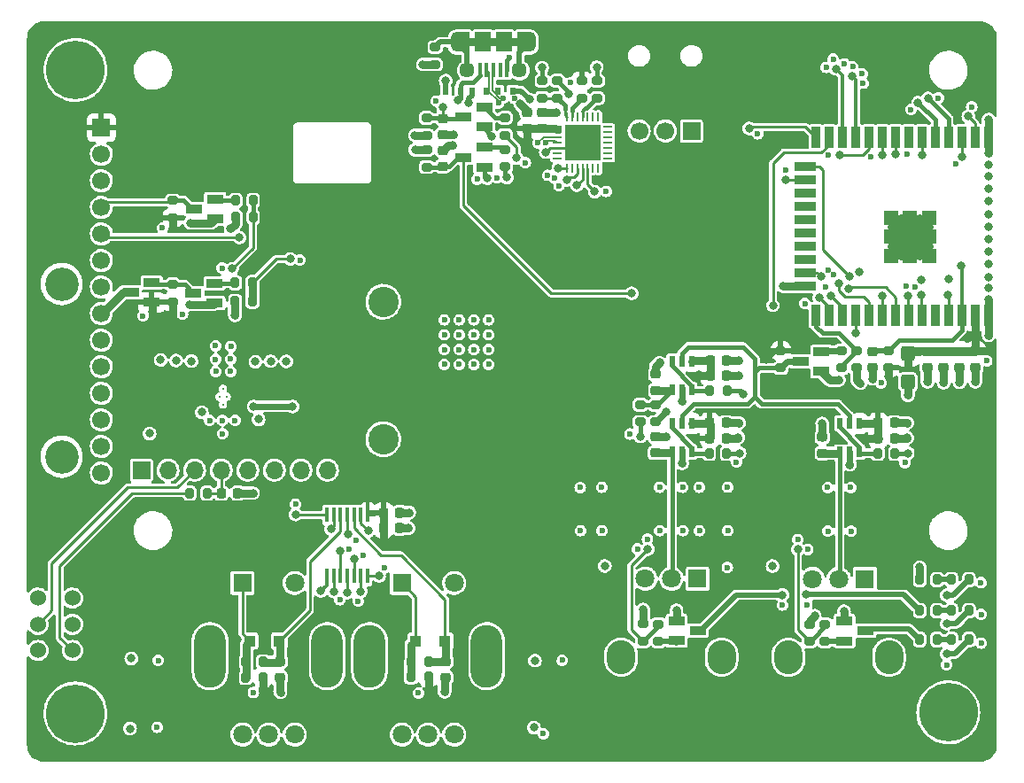
<source format=gbr>
%TF.GenerationSoftware,KiCad,Pcbnew,(6.0.10)*%
%TF.CreationDate,2023-12-11T17:02:30-05:00*%
%TF.ProjectId,Ultrasonic Sound Steering - Remote Rev. A,556c7472-6173-46f6-9e69-6320536f756e,rev?*%
%TF.SameCoordinates,Original*%
%TF.FileFunction,Copper,L4,Bot*%
%TF.FilePolarity,Positive*%
%FSLAX46Y46*%
G04 Gerber Fmt 4.6, Leading zero omitted, Abs format (unit mm)*
G04 Created by KiCad (PCBNEW (6.0.10)) date 2023-12-11 17:02:30*
%MOMM*%
%LPD*%
G01*
G04 APERTURE LIST*
G04 Aperture macros list*
%AMRoundRect*
0 Rectangle with rounded corners*
0 $1 Rounding radius*
0 $2 $3 $4 $5 $6 $7 $8 $9 X,Y pos of 4 corners*
0 Add a 4 corners polygon primitive as box body*
4,1,4,$2,$3,$4,$5,$6,$7,$8,$9,$2,$3,0*
0 Add four circle primitives for the rounded corners*
1,1,$1+$1,$2,$3*
1,1,$1+$1,$4,$5*
1,1,$1+$1,$6,$7*
1,1,$1+$1,$8,$9*
0 Add four rect primitives between the rounded corners*
20,1,$1+$1,$2,$3,$4,$5,0*
20,1,$1+$1,$4,$5,$6,$7,0*
20,1,$1+$1,$6,$7,$8,$9,0*
20,1,$1+$1,$8,$9,$2,$3,0*%
G04 Aperture macros list end*
%TA.AperFunction,ComponentPad*%
%ADD10R,1.800000X1.800000*%
%TD*%
%TA.AperFunction,ComponentPad*%
%ADD11C,1.800000*%
%TD*%
%TA.AperFunction,ComponentPad*%
%ADD12O,3.000000X6.000000*%
%TD*%
%TA.AperFunction,ConnectorPad*%
%ADD13C,5.600000*%
%TD*%
%TA.AperFunction,ComponentPad*%
%ADD14C,3.600000*%
%TD*%
%TA.AperFunction,ComponentPad*%
%ADD15R,1.700000X1.700000*%
%TD*%
%TA.AperFunction,ComponentPad*%
%ADD16C,1.700000*%
%TD*%
%TA.AperFunction,ComponentPad*%
%ADD17C,1.524000*%
%TD*%
%TA.AperFunction,ComponentPad*%
%ADD18O,2.720000X3.240000*%
%TD*%
%TA.AperFunction,ComponentPad*%
%ADD19C,0.300000*%
%TD*%
%TA.AperFunction,SMDPad,CuDef*%
%ADD20R,0.600000X0.700000*%
%TD*%
%TA.AperFunction,SMDPad,CuDef*%
%ADD21RoundRect,0.200000X-0.275000X0.200000X-0.275000X-0.200000X0.275000X-0.200000X0.275000X0.200000X0*%
%TD*%
%TA.AperFunction,SMDPad,CuDef*%
%ADD22RoundRect,0.200000X0.275000X-0.200000X0.275000X0.200000X-0.275000X0.200000X-0.275000X-0.200000X0*%
%TD*%
%TA.AperFunction,SMDPad,CuDef*%
%ADD23R,1.600200X0.863600*%
%TD*%
%TA.AperFunction,SMDPad,CuDef*%
%ADD24RoundRect,0.200000X0.200000X0.275000X-0.200000X0.275000X-0.200000X-0.275000X0.200000X-0.275000X0*%
%TD*%
%TA.AperFunction,ComponentPad*%
%ADD25O,1.700000X1.700000*%
%TD*%
%TA.AperFunction,ComponentPad*%
%ADD26C,3.200000*%
%TD*%
%TA.AperFunction,ComponentPad*%
%ADD27C,2.900000*%
%TD*%
%TA.AperFunction,SMDPad,CuDef*%
%ADD28RoundRect,0.225000X-0.250000X0.225000X-0.250000X-0.225000X0.250000X-0.225000X0.250000X0.225000X0*%
%TD*%
%TA.AperFunction,SMDPad,CuDef*%
%ADD29RoundRect,0.200000X-0.200000X-0.275000X0.200000X-0.275000X0.200000X0.275000X-0.200000X0.275000X0*%
%TD*%
%TA.AperFunction,SMDPad,CuDef*%
%ADD30R,0.355600X1.473200*%
%TD*%
%TA.AperFunction,SMDPad,CuDef*%
%ADD31R,0.558800X0.977900*%
%TD*%
%TA.AperFunction,SMDPad,CuDef*%
%ADD32RoundRect,0.250000X-0.425000X0.450000X-0.425000X-0.450000X0.425000X-0.450000X0.425000X0.450000X0*%
%TD*%
%TA.AperFunction,SMDPad,CuDef*%
%ADD33R,1.100000X1.100000*%
%TD*%
%TA.AperFunction,SMDPad,CuDef*%
%ADD34R,0.400000X1.350000*%
%TD*%
%TA.AperFunction,ComponentPad*%
%ADD35C,1.450000*%
%TD*%
%TA.AperFunction,SMDPad,CuDef*%
%ADD36R,1.200000X1.900000*%
%TD*%
%TA.AperFunction,SMDPad,CuDef*%
%ADD37R,1.500000X1.900000*%
%TD*%
%TA.AperFunction,ComponentPad*%
%ADD38O,1.200000X1.900000*%
%TD*%
%TA.AperFunction,SMDPad,CuDef*%
%ADD39RoundRect,0.225000X0.250000X-0.225000X0.250000X0.225000X-0.250000X0.225000X-0.250000X-0.225000X0*%
%TD*%
%TA.AperFunction,SMDPad,CuDef*%
%ADD40R,0.900000X2.000000*%
%TD*%
%TA.AperFunction,SMDPad,CuDef*%
%ADD41R,2.000000X0.900000*%
%TD*%
%TA.AperFunction,SMDPad,CuDef*%
%ADD42R,1.330000X1.330000*%
%TD*%
%TA.AperFunction,SMDPad,CuDef*%
%ADD43RoundRect,0.225000X-0.225000X-0.250000X0.225000X-0.250000X0.225000X0.250000X-0.225000X0.250000X0*%
%TD*%
%TA.AperFunction,SMDPad,CuDef*%
%ADD44RoundRect,0.062500X-0.337500X-0.062500X0.337500X-0.062500X0.337500X0.062500X-0.337500X0.062500X0*%
%TD*%
%TA.AperFunction,SMDPad,CuDef*%
%ADD45RoundRect,0.062500X-0.062500X-0.337500X0.062500X-0.337500X0.062500X0.337500X-0.062500X0.337500X0*%
%TD*%
%TA.AperFunction,ComponentPad*%
%ADD46C,0.500000*%
%TD*%
%TA.AperFunction,SMDPad,CuDef*%
%ADD47R,3.350000X3.350000*%
%TD*%
%TA.AperFunction,SMDPad,CuDef*%
%ADD48RoundRect,0.225000X0.225000X0.250000X-0.225000X0.250000X-0.225000X-0.250000X0.225000X-0.250000X0*%
%TD*%
%TA.AperFunction,ViaPad*%
%ADD49C,0.800000*%
%TD*%
%TA.AperFunction,ViaPad*%
%ADD50C,0.600000*%
%TD*%
%TA.AperFunction,Conductor*%
%ADD51C,0.800000*%
%TD*%
%TA.AperFunction,Conductor*%
%ADD52C,0.400000*%
%TD*%
%TA.AperFunction,Conductor*%
%ADD53C,0.500000*%
%TD*%
%TA.AperFunction,Conductor*%
%ADD54C,0.600000*%
%TD*%
%TA.AperFunction,Conductor*%
%ADD55C,0.250000*%
%TD*%
%TA.AperFunction,Conductor*%
%ADD56C,0.300000*%
%TD*%
%TA.AperFunction,Conductor*%
%ADD57C,0.350000*%
%TD*%
%TA.AperFunction,Conductor*%
%ADD58C,0.200000*%
%TD*%
G04 APERTURE END LIST*
D10*
%TO.P,SW1,1,S1*%
%TO.N,Sel2_*%
X121490000Y-96582500D03*
D11*
%TO.P,SW1,2,S2*%
%TO.N,GND*%
X126490000Y-96582500D03*
%TO.P,SW1,A,A*%
%TO.N,Net-(D8-Pad2)*%
X121490000Y-111082500D03*
%TO.P,SW1,B,B*%
%TO.N,GND*%
X126490000Y-111082500D03*
%TO.P,SW1,C,C*%
%TO.N,Net-(D12-Pad2)*%
X123990000Y-111082500D03*
D12*
%TO.P,SW1,S1,MP1*%
%TO.N,GND*%
X118390000Y-103582500D03*
%TO.P,SW1,S2,MP2*%
X129590000Y-103582500D03*
%TD*%
D10*
%TO.P,SW2,1*%
%TO.N,Sel1_*%
X136730000Y-96580000D03*
D11*
%TO.P,SW2,2*%
%TO.N,GND*%
X141730000Y-96580000D03*
%TO.P,SW2,A,A*%
%TO.N,Net-(D5-Pad2)*%
X136730000Y-111080000D03*
%TO.P,SW2,B,B*%
%TO.N,GND*%
X141730000Y-111080000D03*
%TO.P,SW2,C,C*%
%TO.N,Net-(D6-Pad2)*%
X139230000Y-111080000D03*
D12*
%TO.P,SW2,S1,MP1*%
%TO.N,GND*%
X133630000Y-103580000D03*
%TO.P,SW2,S2,MP2*%
X144830000Y-103580000D03*
%TD*%
D13*
%TO.P,H3,1,1*%
%TO.N,GND*%
X188960999Y-108957999D03*
D14*
X188960999Y-108957999D03*
%TD*%
D15*
%TO.P,J4,1,Pin_1*%
%TO.N,+3V3*%
X108011999Y-53062999D03*
D16*
%TO.P,J4,2,Pin_2*%
%TO.N,GND*%
X108008999Y-55601999D03*
%TO.P,J4,3,Pin_3*%
%TO.N,Net-(J4-Pad3)*%
X108008999Y-58141999D03*
%TO.P,J4,4,Pin_4*%
%TO.N,Net-(J4-Pad4)*%
X108008999Y-60681999D03*
%TO.P,J4,5,Pin_5*%
%TO.N,Net-(J4-Pad5)*%
X108008999Y-63221999D03*
%TO.P,J4,6,Pin_6*%
%TO.N,Net-(J4-Pad6)*%
X108008999Y-65761999D03*
%TO.P,J4,7,Pin_7*%
%TO.N,Net-(J4-Pad7)*%
X108008999Y-68301999D03*
%TO.P,J4,8,Pin_8*%
%TO.N,TFT_LED*%
X108008999Y-70838999D03*
%TO.P,J4,9,Pin_9*%
%TO.N,Net-(J4-Pad9)*%
X108008999Y-73378999D03*
%TO.P,J4,10,Pin_10*%
%TO.N,unconnected-(J4-Pad10)*%
X108008999Y-75918999D03*
%TO.P,J4,11,Pin_11*%
%TO.N,unconnected-(J4-Pad11)*%
X108008999Y-78458999D03*
%TO.P,J4,12,Pin_12*%
%TO.N,unconnected-(J4-Pad12)*%
X108008999Y-80998999D03*
%TO.P,J4,13,Pin_13*%
%TO.N,unconnected-(J4-Pad13)*%
X108008999Y-83538999D03*
%TO.P,J4,14,Pin_14*%
%TO.N,unconnected-(J4-Pad14)*%
X108008999Y-86078999D03*
%TD*%
D13*
%TO.P,H1,1,1*%
%TO.N,GND*%
X105539000Y-47538999D03*
D14*
X105539000Y-47538999D03*
%TD*%
D13*
%TO.P,H2,1,1*%
%TO.N,GND*%
X105538999Y-109060999D03*
D14*
X105538999Y-109060999D03*
%TD*%
D17*
%TO.P,S1,1*%
%TO.N,Net-(R4-Pad1)*%
X101950000Y-98035400D03*
%TO.P,S1,2*%
%TO.N,VBAT*%
X101950000Y-100535400D03*
%TO.P,S1,3*%
%TO.N,unconnected-(S1-Pad3)*%
X101950000Y-103035400D03*
%TO.P,S1,4*%
%TO.N,unconnected-(S1-Pad4)*%
X105250000Y-98035400D03*
%TO.P,S1,5*%
%TO.N,GND*%
X105250000Y-100535400D03*
%TO.P,S1,6*%
%TO.N,Net-(R1-Pad2)*%
X105250000Y-103035400D03*
%TD*%
D10*
%TO.P,RV2,1,1*%
%TO.N,Net-(R14-Pad2)*%
X180985400Y-96192800D03*
D11*
%TO.P,RV2,2,2*%
%TO.N,Net-(C18-Pad2)*%
X178485400Y-96192800D03*
%TO.P,RV2,3,3*%
%TO.N,Net-(R15-Pad1)*%
X175985400Y-96192800D03*
D18*
%TO.P,RV2,MH1*%
%TO.N,GND*%
X173685400Y-103692800D03*
%TO.P,RV2,MH2*%
X183285400Y-103692800D03*
%TD*%
D19*
%TO.P,U3,12,12*%
%TO.N,GND*%
X119977182Y-78780000D03*
%TO.P,U3,13*%
X119277182Y-78780000D03*
%TO.P,U3,14*%
X119627182Y-78030000D03*
%TO.P,U3,15*%
X119627182Y-79530000D03*
%TD*%
D10*
%TO.P,RV1,1,1*%
%TO.N,Net-(R2-Pad2)*%
X164985400Y-96175000D03*
D11*
%TO.P,RV1,2,2*%
%TO.N,Net-(C3-Pad2)*%
X162485400Y-96175000D03*
%TO.P,RV1,3,3*%
%TO.N,Net-(R3-Pad1)*%
X159985400Y-96175000D03*
D18*
%TO.P,RV1,MH1*%
%TO.N,GND*%
X157685400Y-103675000D03*
%TO.P,RV1,MH2*%
X167285400Y-103675000D03*
%TD*%
D20*
%TO.P,D11,1,A1*%
%TO.N,GND*%
X143420000Y-49550000D03*
%TO.P,D11,2,A2*%
%TO.N,/D-*%
X144820000Y-49550000D03*
%TD*%
D21*
%TO.P,R11,1*%
%TO.N,MCU_HB*%
X161254500Y-100515000D03*
%TO.P,R11,2*%
%TO.N,Net-(Q1-Pad1)*%
X161254500Y-102165000D03*
%TD*%
D22*
%TO.P,R35,1*%
%TO.N,Net-(R35-Pad1)*%
X151605000Y-50225000D03*
%TO.P,R35,2*%
%TO.N,VBUS*%
X151605000Y-48575000D03*
%TD*%
D23*
%TO.P,Q4,1,G*%
%TO.N,Net-(Q4-Pad1)*%
X118886000Y-59874999D03*
%TO.P,Q4,2,S*%
%TO.N,GND*%
X118886000Y-61775001D03*
%TO.P,Q4,3,D*%
%TO.N,Net-(J4-Pad4)*%
X116875000Y-60825000D03*
%TD*%
D24*
%TO.P,R1,1*%
%TO.N,Net-(C1-Pad1)*%
X118100000Y-88000000D03*
%TO.P,R1,2*%
%TO.N,Net-(R1-Pad2)*%
X116450000Y-88000000D03*
%TD*%
D15*
%TO.P,J1,1,Pin_1*%
%TO.N,unconnected-(J1-Pad1)*%
X111837144Y-85792499D03*
D25*
%TO.P,J1,2,Pin_2*%
%TO.N,GND*%
X114377144Y-85792499D03*
%TO.P,J1,3,Pin_3*%
%TO.N,VBAT*%
X116917144Y-85792499D03*
%TO.P,J1,4,Pin_4*%
%TO.N,Net-(C1-Pad1)*%
X119457144Y-85792499D03*
%TO.P,J1,5,Pin_5*%
%TO.N,GND*%
X121997144Y-85792499D03*
%TO.P,J1,6,Pin_6*%
%TO.N,unconnected-(J1-Pad6)*%
X124537144Y-85792499D03*
%TO.P,J1,7,Pin_7*%
%TO.N,GND*%
X127077144Y-85792499D03*
%TO.P,J1,8,Pin_8*%
%TO.N,+5V*%
X129617144Y-85792499D03*
D26*
%TO.P,J1,P$1,P$1*%
%TO.N,GND*%
X104217144Y-84523899D03*
%TO.P,J1,P$2,P$2*%
X104217144Y-68013899D03*
D27*
%TO.P,J1,S1,M1*%
X134951144Y-69698899D03*
%TO.P,J1,S2,M2*%
X134951144Y-82838899D03*
%TD*%
D28*
%TO.P,C35,1*%
%TO.N,GND*%
X140620000Y-55215000D03*
%TO.P,C35,2*%
%TO.N,EN_*%
X140620000Y-56765000D03*
%TD*%
D23*
%TO.P,Q3,1,G*%
%TO.N,Net-(Q3-Pad1)*%
X179025000Y-102125002D03*
%TO.P,Q3,2,S*%
%TO.N,GND*%
X179025000Y-100225000D03*
%TO.P,Q3,3,D*%
%TO.N,Net-(Q3-Pad3)*%
X181036000Y-101175001D03*
%TD*%
D24*
%TO.P,R33,1*%
%TO.N,+3V3*%
X123440000Y-105605000D03*
%TO.P,R33,2*%
%TO.N,Sel2_*%
X121790000Y-105605000D03*
%TD*%
D29*
%TO.P,R36,1*%
%TO.N,Sel2_*%
X121790000Y-104130000D03*
%TO.P,R36,2*%
%TO.N,Sel2_Filt*%
X123440000Y-104130000D03*
%TD*%
D30*
%TO.P,U5,1,1A*%
%TO.N,Enc1A*%
X133455800Y-95921000D03*
%TO.P,U5,2,1Y*%
%TO.N,Enc1A_*%
X132795400Y-95921000D03*
%TO.P,U5,3,2A*%
%TO.N,Enc1B*%
X132160400Y-95921000D03*
%TO.P,U5,4,2Y*%
%TO.N,Enc1B_*%
X131500000Y-95921000D03*
%TO.P,U5,5,3A*%
%TO.N,Enc2B*%
X130839600Y-95921000D03*
%TO.P,U5,6,3Y*%
%TO.N,Enc2B_*%
X130204600Y-95921000D03*
%TO.P,U5,7,GND*%
%TO.N,GND*%
X129544200Y-95921000D03*
%TO.P,U5,8,4Y*%
%TO.N,Enc2A_*%
X129544200Y-90079000D03*
%TO.P,U5,9,4A*%
%TO.N,Enc2A*%
X130204600Y-90079000D03*
%TO.P,U5,10,5Y*%
%TO.N,Sel2_Filt*%
X130839600Y-90079000D03*
%TO.P,U5,11,5A*%
%TO.N,Sel2*%
X131500000Y-90079000D03*
%TO.P,U5,12,6Y*%
%TO.N,Sel1_Filt*%
X132160400Y-90079000D03*
%TO.P,U5,13,6A*%
%TO.N,Sel1*%
X132795400Y-90079000D03*
%TO.P,U5,14,VCC*%
%TO.N,+3V3*%
X133455800Y-90079000D03*
%TD*%
D22*
%TO.P,R27,1*%
%TO.N,GND*%
X139910000Y-47015000D03*
%TO.P,R27,2*%
%TO.N,Net-(J3-Pad6)*%
X139910000Y-45365000D03*
%TD*%
D23*
%TO.P,Q8,1*%
%TO.N,Net-(Q7-Pad3)*%
X112820500Y-67875000D03*
%TO.P,Q8,2*%
%TO.N,+3V3*%
X112820500Y-69775002D03*
%TO.P,Q8,3*%
%TO.N,TFT_LED*%
X110809500Y-68825001D03*
%TD*%
D21*
%TO.P,R31,1*%
%TO.N,LB*%
X177165500Y-100525000D03*
%TO.P,R31,2*%
%TO.N,Net-(Q3-Pad1)*%
X177165500Y-102175000D03*
%TD*%
D31*
%TO.P,U2,1*%
%TO.N,Net-(R7-Pad1)*%
X164440000Y-78115250D03*
%TO.P,U2,2*%
%TO.N,GND*%
X163489999Y-78115250D03*
%TO.P,U2,3*%
%TO.N,Net-(C6-Pad2)*%
X162539998Y-78115250D03*
%TO.P,U2,4*%
%TO.N,Net-(R7-Pad1)*%
X162539998Y-75384750D03*
%TO.P,U2,5*%
%TO.N,PD#*%
X163489999Y-75384750D03*
%TO.P,U2,6*%
%TO.N,+3V3*%
X164440000Y-75384750D03*
%TD*%
D21*
%TO.P,R56,1*%
%TO.N,Net-(Q7-Pad3)*%
X114820500Y-68050000D03*
%TO.P,R56,2*%
%TO.N,+3V3*%
X114820500Y-69700000D03*
%TD*%
D23*
%TO.P,Q6,1,G*%
%TO.N,Net-(Q6-Pad1)*%
X144615500Y-54939999D03*
%TO.P,Q6,2,S*%
%TO.N,RTS*%
X144615500Y-56840001D03*
%TO.P,Q6,3,D*%
%TO.N,EN_*%
X142604500Y-55890000D03*
%TD*%
D22*
%TO.P,R12,1*%
%TO.N,MCU_HB*%
X159779500Y-102155000D03*
%TO.P,R12,2*%
%TO.N,GND*%
X159779500Y-100505000D03*
%TD*%
D21*
%TO.P,R17,1*%
%TO.N,+3V3*%
X172950000Y-74390000D03*
%TO.P,R17,2*%
%TO.N,PD#*%
X172950000Y-76040000D03*
%TD*%
D31*
%TO.P,U4,1*%
%TO.N,Net-(R16-Pad1)*%
X180470001Y-84065250D03*
%TO.P,U4,2*%
%TO.N,GND*%
X179520000Y-84065250D03*
%TO.P,U4,3*%
%TO.N,Net-(C18-Pad2)*%
X178569999Y-84065250D03*
%TO.P,U4,4*%
%TO.N,Net-(R16-Pad1)*%
X178569999Y-81334750D03*
%TO.P,U4,5*%
%TO.N,PD#*%
X179520000Y-81334750D03*
%TO.P,U4,6*%
%TO.N,+3V3*%
X180470001Y-81334750D03*
%TD*%
D28*
%TO.P,C6,1*%
%TO.N,GND*%
X160999999Y-76630000D03*
%TO.P,C6,2*%
%TO.N,Net-(C6-Pad2)*%
X160999999Y-78180000D03*
%TD*%
D15*
%TO.P,J2,1,Pin_1*%
%TO.N,RX2*%
X164410000Y-53380001D03*
D16*
%TO.P,J2,2,Pin_2*%
%TO.N,GND*%
X161910000Y-53380001D03*
%TO.P,J2,3,Pin_3*%
%TO.N,TX2*%
X159410000Y-53380001D03*
%TD*%
D23*
%TO.P,Q7,1,G*%
%TO.N,Net-(Q7-Pad1)*%
X118826000Y-67924999D03*
%TO.P,Q7,2,S*%
%TO.N,GND*%
X118826000Y-69825001D03*
%TO.P,Q7,3,D*%
%TO.N,Net-(Q7-Pad3)*%
X116815000Y-68875000D03*
%TD*%
D21*
%TO.P,R5,1*%
%TO.N,Net-(C6-Pad2)*%
X160995001Y-79554999D03*
%TO.P,R5,2*%
%TO.N,GND*%
X160995001Y-81204999D03*
%TD*%
%TO.P,R19,1*%
%TO.N,OA_LP*%
X180220000Y-74390000D03*
%TO.P,R19,2*%
%TO.N,GND*%
X180220000Y-76040000D03*
%TD*%
D20*
%TO.P,D9,1,A1*%
%TO.N,GND*%
X140920000Y-49550000D03*
%TO.P,D9,2,A2*%
%TO.N,VBUS*%
X142320000Y-49550000D03*
%TD*%
D32*
%TO.P,C39,1*%
%TO.N,+3V3*%
X185110000Y-74680000D03*
%TO.P,C39,2*%
%TO.N,GND*%
X185110000Y-77380000D03*
%TD*%
D24*
%TO.P,R49,1*%
%TO.N,TFT_ON{slash}PWM_BL_CTRL*%
X122445500Y-69675000D03*
%TO.P,R49,2*%
%TO.N,GND*%
X120795500Y-69675000D03*
%TD*%
D33*
%TO.P,D13,1,K*%
%TO.N,Sel2_Filt*%
X125012500Y-102130000D03*
%TO.P,D13,2,A*%
%TO.N,Sel2_*%
X122212500Y-102130000D03*
%TD*%
D22*
%TO.P,R44,1*%
%TO.N,RTS*%
X146590000Y-53775000D03*
%TO.P,R44,2*%
%TO.N,Net-(Q5-Pad1)*%
X146590000Y-52125000D03*
%TD*%
D24*
%TO.P,R24,1*%
%TO.N,+3V3*%
X139262500Y-105586250D03*
%TO.P,R24,2*%
%TO.N,Sel1_*%
X137612500Y-105586250D03*
%TD*%
%TO.P,R43,1*%
%TO.N,TFT_RST*%
X122505500Y-60025000D03*
%TO.P,R43,2*%
%TO.N,Net-(Q4-Pad1)*%
X120855500Y-60025000D03*
%TD*%
D22*
%TO.P,R45,1*%
%TO.N,DTR*%
X146600000Y-56815000D03*
%TO.P,R45,2*%
%TO.N,Net-(Q6-Pad1)*%
X146600000Y-55165000D03*
%TD*%
D21*
%TO.P,R47,1*%
%TO.N,IO0*%
X139090000Y-52135000D03*
%TO.P,R47,2*%
%TO.N,GND*%
X139090000Y-53785000D03*
%TD*%
D34*
%TO.P,J3,1,VBUS*%
%TO.N,VBUS*%
X144170000Y-47582500D03*
%TO.P,J3,2,D-*%
%TO.N,/D-*%
X144820000Y-47582500D03*
%TO.P,J3,3,D+*%
%TO.N,/D+*%
X145470000Y-47582500D03*
%TO.P,J3,4,ID*%
%TO.N,unconnected-(J3-Pad4)*%
X146120000Y-47582500D03*
%TO.P,J3,5,GND*%
%TO.N,GND*%
X146770000Y-47582500D03*
D35*
%TO.P,J3,6,Shield*%
%TO.N,Net-(J3-Pad6)*%
X147970000Y-47582500D03*
D36*
X148370000Y-44882500D03*
D37*
X144470000Y-44882500D03*
D36*
X142570000Y-44882500D03*
D38*
X148970000Y-44882500D03*
D35*
X142970000Y-47582500D03*
D38*
X141970000Y-44882500D03*
D37*
X146470000Y-44882500D03*
%TD*%
D39*
%TO.P,C37,1*%
%TO.N,GND*%
X186970000Y-75985000D03*
%TO.P,C37,2*%
%TO.N,+3V3*%
X186970000Y-74435000D03*
%TD*%
D40*
%TO.P,U7,1,GND*%
%TO.N,GND*%
X192810000Y-70990000D03*
%TO.P,U7,2,3V3*%
%TO.N,+3V3*%
X191540000Y-70990000D03*
%TO.P,U7,3,EN*%
%TO.N,EN_*%
X190270000Y-70990000D03*
%TO.P,U7,4,SENSOR_VP*%
%TO.N,ADC2*%
X189000000Y-70990000D03*
%TO.P,U7,5,SENSOR_VN*%
%TO.N,unconnected-(U7-Pad5)*%
X187730000Y-70990000D03*
%TO.P,U7,6,IO34*%
%TO.N,ADC1*%
X186460000Y-70990000D03*
%TO.P,U7,7,IO35*%
%TO.N,Net-(R30-Pad2)*%
X185190000Y-70990000D03*
%TO.P,U7,8,IO32*%
%TO.N,Sel1*%
X183920000Y-70990000D03*
%TO.P,U7,9,IO33*%
%TO.N,ADC0*%
X182650000Y-70990000D03*
%TO.P,U7,10,IO25*%
%TO.N,Sel2*%
X181380000Y-70990000D03*
%TO.P,U7,11,IO26*%
%TO.N,LB*%
X180110000Y-70990000D03*
%TO.P,U7,12,IO27*%
%TO.N,Enc2A*%
X178840000Y-70990000D03*
%TO.P,U7,13,IO14*%
%TO.N,Enc2B*%
X177570000Y-70990000D03*
%TO.P,U7,14,IO12*%
%TO.N,OA_LP*%
X176300000Y-70990000D03*
D41*
%TO.P,U7,15,GND*%
%TO.N,GND*%
X175300000Y-68205000D03*
%TO.P,U7,16,IO13*%
%TO.N,Enc1A*%
X175300000Y-66935000D03*
%TO.P,U7,17,SHD/SD2*%
%TO.N,unconnected-(U7-Pad17)*%
X175300000Y-65665000D03*
%TO.P,U7,18,SWP/SD3*%
%TO.N,unconnected-(U7-Pad18)*%
X175300000Y-64395000D03*
%TO.P,U7,19,SCS/CMD*%
%TO.N,unconnected-(U7-Pad19)*%
X175300000Y-63125000D03*
%TO.P,U7,20,SCK/CLK*%
%TO.N,unconnected-(U7-Pad20)*%
X175300000Y-61855000D03*
%TO.P,U7,21,SDO/SD0*%
%TO.N,unconnected-(U7-Pad21)*%
X175300000Y-60585000D03*
%TO.P,U7,22,SDI/SD1*%
%TO.N,unconnected-(U7-Pad22)*%
X175300000Y-59315000D03*
%TO.P,U7,23,IO15*%
%TO.N,TFT_DC*%
X175300000Y-58045000D03*
%TO.P,U7,24,IO2*%
%TO.N,MCU_HB*%
X175300000Y-56775000D03*
D40*
%TO.P,U7,25,IO0*%
%TO.N,IO0*%
X176300000Y-53990000D03*
%TO.P,U7,26,IO4*%
%TO.N,Enc1B*%
X177570000Y-53990000D03*
%TO.P,U7,27,IO16*%
%TO.N,TX2*%
X178840000Y-53990000D03*
%TO.P,U7,28,IO17*%
%TO.N,RX2*%
X180110000Y-53990000D03*
%TO.P,U7,29,IO5*%
%TO.N,TFT_CS~*%
X181380000Y-53990000D03*
%TO.P,U7,30,IO18*%
%TO.N,TFT_SCK*%
X182650000Y-53990000D03*
%TO.P,U7,31,IO19*%
%TO.N,TFT_MISO*%
X183920000Y-53990000D03*
%TO.P,U7,32*%
%TO.N,N/C*%
X185190000Y-53990000D03*
%TO.P,U7,33,IO21*%
%TO.N,TFT_ON{slash}PWM_BL_CTRL*%
X186460000Y-53990000D03*
%TO.P,U7,34,RXD0*%
%TO.N,ESP32_TXD0*%
X187730000Y-53990000D03*
%TO.P,U7,35,TXD0*%
%TO.N,ESP32_RXD0*%
X189000000Y-53990000D03*
%TO.P,U7,36,IO22*%
%TO.N,TFT_RST*%
X190270000Y-53990000D03*
%TO.P,U7,37,IO23*%
%TO.N,TFT_MOSI*%
X191540000Y-53990000D03*
%TO.P,U7,38,GND*%
%TO.N,GND*%
X192810000Y-53990000D03*
D42*
%TO.P,U7,39_1,GND*%
X187145000Y-65325000D03*
%TO.P,U7,39_2,GND*%
X187145000Y-63490000D03*
%TO.P,U7,39_3,GND*%
X187145000Y-61655000D03*
%TO.P,U7,39_4,GND*%
X185310000Y-65325000D03*
%TO.P,U7,39_5,GND*%
X185310000Y-63490000D03*
%TO.P,U7,39_6,GND*%
X185310000Y-61655000D03*
%TO.P,U7,39_7,GND*%
X183475000Y-65325000D03*
%TO.P,U7,39_8,GND*%
X183475000Y-63490000D03*
%TO.P,U7,39_9,GND*%
X183475000Y-61655000D03*
D19*
%TO.P,U7,39_10,GND*%
X187145000Y-64407500D03*
%TO.P,U7,39_11,GND*%
X187145000Y-62572500D03*
%TO.P,U7,39_12,GND*%
X186227500Y-65325000D03*
%TO.P,U7,39_13,GND*%
X186227500Y-63490000D03*
%TO.P,U7,39_14,GND*%
X186227500Y-61655000D03*
%TO.P,U7,39_15,GND*%
X185310000Y-64407500D03*
%TO.P,U7,39_16,GND*%
X185310000Y-62572500D03*
%TO.P,U7,39_17,GND*%
X184392500Y-65325000D03*
%TO.P,U7,39_18,GND*%
X184392500Y-63490000D03*
%TO.P,U7,39_19,GND*%
X184392500Y-61655000D03*
%TO.P,U7,39_20,GND*%
X183475000Y-64407500D03*
%TO.P,U7,39_21,GND*%
X183475000Y-62572500D03*
%TD*%
D24*
%TO.P,R50,1*%
%TO.N,TFT_ON{slash}PWM_BL_CTRL*%
X122445500Y-67875000D03*
%TO.P,R50,2*%
%TO.N,Net-(Q7-Pad1)*%
X120795500Y-67875000D03*
%TD*%
%TO.P,R42,1*%
%TO.N,TFT_RST*%
X122505500Y-61625000D03*
%TO.P,R42,2*%
%TO.N,GND*%
X120855500Y-61625000D03*
%TD*%
D43*
%TO.P,C10,1*%
%TO.N,+3V3*%
X166204999Y-76780000D03*
%TO.P,C10,2*%
%TO.N,GND*%
X167754999Y-76780000D03*
%TD*%
D22*
%TO.P,R26,1*%
%TO.N,+3V3*%
X183250000Y-76035000D03*
%TO.P,R26,2*%
%TO.N,EN_*%
X183250000Y-74385000D03*
%TD*%
D43*
%TO.P,C1,1*%
%TO.N,Net-(C1-Pad1)*%
X119475000Y-88000000D03*
%TO.P,C1,2*%
%TO.N,GND*%
X121025000Y-88000000D03*
%TD*%
D24*
%TO.P,R13,1*%
%TO.N,Net-(R13-Pad1)*%
X187880000Y-96270000D03*
%TO.P,R13,2*%
%TO.N,GND*%
X186230000Y-96270000D03*
%TD*%
%TO.P,R8,1*%
%TO.N,Net-(D3-Pad1)*%
X190930000Y-99220000D03*
%TO.P,R8,2*%
%TO.N,Net-(R57-Pad1)*%
X189280000Y-99220000D03*
%TD*%
%TO.P,R59,1*%
%TO.N,Net-(R40-Pad2)*%
X187870000Y-101990000D03*
%TO.P,R59,2*%
%TO.N,Net-(Q3-Pad3)*%
X186220000Y-101990000D03*
%TD*%
D44*
%TO.P,U6,1,~{DCD}*%
%TO.N,unconnected-(U6-Pad1)*%
X151540000Y-56000000D03*
%TO.P,U6,2,~{RI}/CLK*%
%TO.N,unconnected-(U6-Pad2)*%
X151540000Y-55500000D03*
%TO.P,U6,3,GND*%
%TO.N,GND*%
X151540000Y-55000000D03*
%TO.P,U6,4,D+*%
%TO.N,/D+*%
X151540000Y-54500000D03*
%TO.P,U6,5,D-*%
%TO.N,/D-*%
X151540000Y-54000000D03*
%TO.P,U6,6,VDD*%
%TO.N,+3V3*%
X151540000Y-53500000D03*
%TO.P,U6,7,VREGIN*%
X151540000Y-53000000D03*
D45*
%TO.P,U6,8,VBUS*%
%TO.N,Net-(R35-Pad1)*%
X152490000Y-52050000D03*
%TO.P,U6,9,~{RST}*%
%TO.N,Net-(R39-Pad2)*%
X152990000Y-52050000D03*
%TO.P,U6,10,NC*%
%TO.N,unconnected-(U6-Pad10)*%
X153490000Y-52050000D03*
%TO.P,U6,11,~{SUSPEND}*%
%TO.N,Net-(R41-Pad1)*%
X153990000Y-52050000D03*
%TO.P,U6,12,SUSPEND*%
%TO.N,unconnected-(U6-Pad12)*%
X154490000Y-52050000D03*
%TO.P,U6,13,CHREN*%
%TO.N,unconnected-(U6-Pad13)*%
X154990000Y-52050000D03*
%TO.P,U6,14,CHR1*%
%TO.N,unconnected-(U6-Pad14)*%
X155490000Y-52050000D03*
D44*
%TO.P,U6,15,CHR0*%
%TO.N,unconnected-(U6-Pad15)*%
X156440000Y-53000000D03*
%TO.P,U6,16,~{WAKEUP}/GPIO.3*%
%TO.N,unconnected-(U6-Pad16)*%
X156440000Y-53500000D03*
%TO.P,U6,17,RS485/GPIO.2*%
%TO.N,unconnected-(U6-Pad17)*%
X156440000Y-54000000D03*
%TO.P,U6,18,~{RXT}/GPIO.1*%
%TO.N,unconnected-(U6-Pad18)*%
X156440000Y-54500000D03*
%TO.P,U6,19,~{TXT}/GPIO.0*%
%TO.N,unconnected-(U6-Pad19)*%
X156440000Y-55000000D03*
%TO.P,U6,20,GPIO.6*%
%TO.N,unconnected-(U6-Pad20)*%
X156440000Y-55500000D03*
%TO.P,U6,21,GPIO.5*%
%TO.N,unconnected-(U6-Pad21)*%
X156440000Y-56000000D03*
D45*
%TO.P,U6,22,GPIO.4*%
%TO.N,unconnected-(U6-Pad22)*%
X155490000Y-56950000D03*
%TO.P,U6,23,~{CTS}*%
%TO.N,unconnected-(U6-Pad23)*%
X154990000Y-56950000D03*
%TO.P,U6,24,~{RTS}*%
%TO.N,RTS*%
X154490000Y-56950000D03*
%TO.P,U6,25,RXD*%
%TO.N,ESP32_TXD0*%
X153990000Y-56950000D03*
%TO.P,U6,26,TXD*%
%TO.N,ESP32_RXD0*%
X153490000Y-56950000D03*
%TO.P,U6,27,~{DSR}*%
%TO.N,unconnected-(U6-Pad27)*%
X152990000Y-56950000D03*
%TO.P,U6,28,~{DTR}*%
%TO.N,DTR*%
X152490000Y-56950000D03*
D46*
%TO.P,U6,29,GND*%
%TO.N,GND*%
X154990000Y-53500000D03*
D47*
X153990000Y-54500000D03*
D46*
X153990000Y-55500000D03*
X152990000Y-55500000D03*
X154990000Y-55500000D03*
X153990000Y-54500000D03*
X154990000Y-54500000D03*
X153990000Y-53500000D03*
X152990000Y-53500000D03*
X152990000Y-54500000D03*
%TD*%
D43*
%TO.P,C20,1*%
%TO.N,+3V3*%
X182265000Y-81270000D03*
%TO.P,C20,2*%
%TO.N,GND*%
X183815000Y-81270000D03*
%TD*%
D29*
%TO.P,R6,1*%
%TO.N,Net-(R6-Pad1)*%
X166115000Y-84190000D03*
%TO.P,R6,2*%
%TO.N,ADC0*%
X167765000Y-84190000D03*
%TD*%
D22*
%TO.P,R37,1*%
%TO.N,Net-(R35-Pad1)*%
X150155000Y-50225000D03*
%TO.P,R37,2*%
%TO.N,GND*%
X150155000Y-48575000D03*
%TD*%
D43*
%TO.P,C19,1*%
%TO.N,+3V3*%
X182265000Y-82730000D03*
%TO.P,C19,2*%
%TO.N,GND*%
X183815000Y-82730000D03*
%TD*%
D24*
%TO.P,R40,1*%
%TO.N,Net-(D14-Pad1)*%
X190930000Y-101990000D03*
%TO.P,R40,2*%
%TO.N,Net-(R40-Pad2)*%
X189280000Y-101990000D03*
%TD*%
D22*
%TO.P,R46,1*%
%TO.N,+3V3*%
X114850000Y-61675000D03*
%TO.P,R46,2*%
%TO.N,Net-(J4-Pad4)*%
X114850000Y-60025000D03*
%TD*%
D28*
%TO.P,C27,1*%
%TO.N,Sel1_Filt*%
X140927500Y-104086250D03*
%TO.P,C27,2*%
%TO.N,GND*%
X140927500Y-105636250D03*
%TD*%
D22*
%TO.P,R41,1*%
%TO.N,Net-(R41-Pad1)*%
X155400000Y-50245000D03*
%TO.P,R41,2*%
%TO.N,GND*%
X155400000Y-48595000D03*
%TD*%
D20*
%TO.P,D10,1,A1*%
%TO.N,GND*%
X147320000Y-49550000D03*
%TO.P,D10,2,A2*%
%TO.N,/D+*%
X145920000Y-49550000D03*
%TD*%
D23*
%TO.P,Q1,1,G*%
%TO.N,Net-(Q1-Pad1)*%
X162984500Y-102110001D03*
%TO.P,Q1,2,S*%
%TO.N,GND*%
X162984500Y-100209999D03*
%TO.P,Q1,3,D*%
%TO.N,Net-(Q1-Pad3)*%
X164995500Y-101160000D03*
%TD*%
D24*
%TO.P,R57,1*%
%TO.N,Net-(R57-Pad1)*%
X187875000Y-99220000D03*
%TO.P,R57,2*%
%TO.N,Net-(Q1-Pad3)*%
X186225000Y-99220000D03*
%TD*%
D39*
%TO.P,C26,1*%
%TO.N,GND*%
X181710000Y-75985000D03*
%TO.P,C26,2*%
%TO.N,EN_*%
X181710000Y-74435000D03*
%TD*%
D29*
%TO.P,R16,1*%
%TO.N,Net-(R16-Pad1)*%
X182215000Y-84190000D03*
%TO.P,R16,2*%
%TO.N,ADC2*%
X183865000Y-84190000D03*
%TD*%
D28*
%TO.P,C31,1*%
%TO.N,GND*%
X150160000Y-51580000D03*
%TO.P,C31,2*%
%TO.N,+3V3*%
X150160000Y-53130000D03*
%TD*%
%TO.P,C38,1*%
%TO.N,IO0*%
X140620000Y-52185000D03*
%TO.P,C38,2*%
%TO.N,GND*%
X140620000Y-53735000D03*
%TD*%
D22*
%TO.P,R18,1*%
%TO.N,OA_LP*%
X178740000Y-76040000D03*
%TO.P,R18,2*%
%TO.N,Net-(Q2-Pad1)*%
X178740000Y-74390000D03*
%TD*%
D43*
%TO.P,C11,1*%
%TO.N,+3V3*%
X166209999Y-75320000D03*
%TO.P,C11,2*%
%TO.N,GND*%
X167759999Y-75320000D03*
%TD*%
D39*
%TO.P,C36,1*%
%TO.N,GND*%
X188500000Y-75985000D03*
%TO.P,C36,2*%
%TO.N,+3V3*%
X188500000Y-74435000D03*
%TD*%
D24*
%TO.P,R58,1*%
%TO.N,Net-(D4-Pad1)*%
X190931831Y-96270000D03*
%TO.P,R58,2*%
%TO.N,Net-(R13-Pad1)*%
X189281831Y-96270000D03*
%TD*%
D31*
%TO.P,U1,1*%
%TO.N,Net-(R6-Pad1)*%
X164440001Y-84060001D03*
%TO.P,U1,2*%
%TO.N,GND*%
X163490000Y-84060001D03*
%TO.P,U1,3*%
%TO.N,Net-(C3-Pad2)*%
X162539999Y-84060001D03*
%TO.P,U1,4*%
%TO.N,Net-(R6-Pad1)*%
X162539999Y-81329501D03*
%TO.P,U1,5*%
%TO.N,PD#*%
X163490000Y-81329501D03*
%TO.P,U1,6*%
%TO.N,+3V3*%
X164440001Y-81329501D03*
%TD*%
D28*
%TO.P,C29,1*%
%TO.N,GND*%
X148700000Y-51580000D03*
%TO.P,C29,2*%
%TO.N,+3V3*%
X148700000Y-53130000D03*
%TD*%
D22*
%TO.P,R29,1*%
%TO.N,LB*%
X175705500Y-102175000D03*
%TO.P,R29,2*%
%TO.N,GND*%
X175705500Y-100525000D03*
%TD*%
D28*
%TO.P,C32,1*%
%TO.N,Sel2_Filt*%
X125090000Y-104080000D03*
%TO.P,C32,2*%
%TO.N,GND*%
X125090000Y-105630000D03*
%TD*%
D22*
%TO.P,R4,1*%
%TO.N,Net-(R4-Pad1)*%
X159525001Y-81194999D03*
%TO.P,R4,2*%
%TO.N,Net-(C6-Pad2)*%
X159525001Y-79544999D03*
%TD*%
D39*
%TO.P,C33,1*%
%TO.N,GND*%
X191557500Y-75980000D03*
%TO.P,C33,2*%
%TO.N,+3V3*%
X191557500Y-74430000D03*
%TD*%
D21*
%TO.P,R48,1*%
%TO.N,GND*%
X139090000Y-55180000D03*
%TO.P,R48,2*%
%TO.N,EN_*%
X139090000Y-56830000D03*
%TD*%
D29*
%TO.P,R7,1*%
%TO.N,Net-(R7-Pad1)*%
X166155000Y-78240000D03*
%TO.P,R7,2*%
%TO.N,ADC1*%
X167805000Y-78240000D03*
%TD*%
D23*
%TO.P,Q2,1,G*%
%TO.N,Net-(Q2-Pad1)*%
X176836000Y-74464998D03*
%TO.P,Q2,2,S*%
%TO.N,GND*%
X176836000Y-76365000D03*
%TO.P,Q2,3,D*%
%TO.N,PD#*%
X174825000Y-75414999D03*
%TD*%
D43*
%TO.P,C9,1*%
%TO.N,+3V3*%
X166165001Y-81270001D03*
%TO.P,C9,2*%
%TO.N,GND*%
X167715001Y-81270001D03*
%TD*%
D23*
%TO.P,Q5,1,G*%
%TO.N,Net-(Q5-Pad1)*%
X144605500Y-51069999D03*
%TO.P,Q5,2,S*%
%TO.N,DTR*%
X144605500Y-52970001D03*
%TO.P,Q5,3,D*%
%TO.N,IO0*%
X142594500Y-52020000D03*
%TD*%
D28*
%TO.P,C18,1*%
%TO.N,GND*%
X176920000Y-82625000D03*
%TO.P,C18,2*%
%TO.N,Net-(C18-Pad2)*%
X176920000Y-84175000D03*
%TD*%
D21*
%TO.P,R39,1*%
%TO.N,+3V3*%
X153940000Y-48590000D03*
%TO.P,R39,2*%
%TO.N,Net-(R39-Pad2)*%
X153940000Y-50240000D03*
%TD*%
D39*
%TO.P,C34,1*%
%TO.N,GND*%
X190027500Y-75990000D03*
%TO.P,C34,2*%
%TO.N,+3V3*%
X190027500Y-74440000D03*
%TD*%
D43*
%TO.P,C8,1*%
%TO.N,+3V3*%
X166165001Y-82730001D03*
%TO.P,C8,2*%
%TO.N,GND*%
X167715001Y-82730001D03*
%TD*%
D28*
%TO.P,C3,1*%
%TO.N,GND*%
X160970000Y-82589501D03*
%TO.P,C3,2*%
%TO.N,Net-(C3-Pad2)*%
X160970000Y-84139501D03*
%TD*%
D29*
%TO.P,R25,1*%
%TO.N,Sel1_*%
X137627500Y-104136250D03*
%TO.P,R25,2*%
%TO.N,Sel1_Filt*%
X139277500Y-104136250D03*
%TD*%
D33*
%TO.P,D7,1,K*%
%TO.N,Sel1_Filt*%
X140850000Y-102121250D03*
%TO.P,D7,2,A*%
%TO.N,Sel1_*%
X138050000Y-102121250D03*
%TD*%
D48*
%TO.P,C21,1*%
%TO.N,GND*%
X136535000Y-91330000D03*
%TO.P,C21,2*%
%TO.N,+3V3*%
X134985000Y-91330000D03*
%TD*%
D43*
%TO.P,C22,1*%
%TO.N,+3V3*%
X134985000Y-89850000D03*
%TO.P,C22,2*%
%TO.N,GND*%
X136535000Y-89850000D03*
%TD*%
D49*
%TO.N,GND*%
X180567655Y-77497655D03*
D50*
X145032000Y-72854000D03*
X120370000Y-75180000D03*
D49*
X185034500Y-81290000D03*
X176190000Y-99720000D03*
X137975001Y-53785001D03*
D50*
X143916944Y-57983056D03*
X151750000Y-58600000D03*
D49*
X120370000Y-62735500D03*
X192830000Y-67320000D03*
D50*
X177272379Y-47304401D03*
D49*
X162984499Y-99200001D03*
X161370000Y-75520000D03*
D50*
X120780000Y-81040000D03*
D49*
X192830000Y-60120000D03*
X178989999Y-99289999D03*
X124197182Y-75390000D03*
D50*
X143618000Y-75682000D03*
D49*
X150130000Y-47320000D03*
D50*
X145032000Y-75682000D03*
D49*
X161998935Y-82589500D03*
X125125000Y-107030000D03*
X176904750Y-81347375D03*
D50*
X147490000Y-50264500D03*
X147000000Y-46382500D03*
D49*
X110865000Y-103800000D03*
D50*
X177960000Y-46520000D03*
D49*
X148060000Y-50790000D03*
D50*
X138310000Y-107110000D03*
X126560000Y-89050000D03*
X177500000Y-66694500D03*
X132390000Y-92500000D03*
X118940000Y-76360000D03*
D49*
X190040000Y-77400000D03*
D50*
X163600000Y-91590000D03*
D49*
X192830000Y-64920000D03*
X116520000Y-62174500D03*
D50*
X188800000Y-104420000D03*
X143618000Y-71440000D03*
X152844977Y-48755023D03*
D49*
X178500000Y-77189500D03*
X120770000Y-71010000D03*
X185034500Y-82710000D03*
X140812500Y-106986250D03*
D50*
X174570000Y-92410000D03*
X192090000Y-102330000D03*
X142204000Y-71440000D03*
X140790000Y-72854000D03*
X165180000Y-91590000D03*
X192076737Y-96557716D03*
D49*
X113670000Y-75260000D03*
X141618698Y-54708698D03*
D50*
X188010000Y-50220000D03*
X175530000Y-93370000D03*
D49*
X112620001Y-82299999D03*
D50*
X175440000Y-98660000D03*
X177430000Y-87460000D03*
X159250000Y-93340000D03*
X119577182Y-81040000D03*
X185385535Y-51325500D03*
X179040000Y-46970000D03*
D49*
X186367500Y-67585000D03*
D50*
X115770000Y-70890000D03*
D49*
X172155400Y-94975002D03*
D50*
X140790000Y-75682000D03*
D49*
X122500000Y-88000000D03*
X186977500Y-77360000D03*
D50*
X143618000Y-72854000D03*
D49*
X163505001Y-79180001D03*
D50*
X175250000Y-69880000D03*
X145810879Y-57849064D03*
D49*
X168939999Y-75320000D03*
X192830000Y-57700000D03*
D50*
X163570000Y-87440000D03*
D49*
X143150000Y-50700000D03*
D50*
X113340000Y-110380000D03*
D49*
X188507500Y-77445000D03*
X155360000Y-47280000D03*
X150491379Y-55402105D03*
D50*
X185770000Y-68330000D03*
D49*
X168886635Y-82656635D03*
X192830000Y-56630000D03*
X137428191Y-89850001D03*
X180470000Y-66874500D03*
D50*
X142204000Y-74268000D03*
D49*
X138735002Y-47015000D03*
D50*
X119587182Y-82310000D03*
X173450000Y-57134500D03*
X150250000Y-111000000D03*
D49*
X115150000Y-75320000D03*
X141664999Y-53735001D03*
X168950001Y-81290001D03*
D50*
X113440000Y-104000000D03*
D49*
X116430000Y-69960000D03*
D50*
X120400000Y-73970000D03*
X118350000Y-81040000D03*
X140790000Y-74268000D03*
X177270000Y-68320000D03*
X184950000Y-68220000D03*
D49*
X192830000Y-63720000D03*
D50*
X155840000Y-87440000D03*
X145032000Y-74268000D03*
X132560000Y-98320000D03*
X161360000Y-87430000D03*
X118920000Y-73920000D03*
X167840000Y-95100000D03*
X192100000Y-99580000D03*
D49*
X125680000Y-75400000D03*
X192830000Y-66120000D03*
X185099998Y-78659999D03*
D50*
X177520000Y-55710000D03*
X152050000Y-103960000D03*
D49*
X116610000Y-75370000D03*
D50*
X145032000Y-71440000D03*
D49*
X186230000Y-95090000D03*
D50*
X119550000Y-66480000D03*
X185018056Y-55568056D03*
X177450000Y-91640000D03*
D49*
X192815000Y-55535000D03*
X149359999Y-110404689D03*
D50*
X156270000Y-59150000D03*
D49*
X122727182Y-75430000D03*
X156130000Y-94954998D03*
D50*
X143618000Y-74268000D03*
X118930000Y-75200000D03*
D49*
X192810000Y-52290000D03*
D50*
X167880000Y-91570000D03*
D49*
X137990000Y-55170000D03*
D50*
X113840000Y-62660000D03*
D49*
X192815000Y-69485000D03*
D50*
X170740000Y-53650000D03*
X179830000Y-47240000D03*
X161380000Y-91590000D03*
D49*
X117620000Y-80270000D03*
D50*
X153800000Y-91590000D03*
D49*
X191540000Y-77360000D03*
X159783885Y-99120615D03*
D50*
X181570000Y-55830000D03*
X191200000Y-51080000D03*
D49*
X181709999Y-77058998D03*
X161961611Y-80248282D03*
D50*
X122540000Y-107060000D03*
X142204000Y-72854000D03*
X178030000Y-67110000D03*
D49*
X192830000Y-58920000D03*
X192830000Y-62520000D03*
X192820000Y-72930000D03*
D50*
X111990000Y-71050000D03*
X167850000Y-87420000D03*
D49*
X151460000Y-51580000D03*
D50*
X150660000Y-57620000D03*
D49*
X192830000Y-61320000D03*
D50*
X173110000Y-98690000D03*
X148530000Y-56410000D03*
X192630000Y-75340000D03*
X179670000Y-91640000D03*
D49*
X163525000Y-85150000D03*
D50*
X142204000Y-75682000D03*
X140010000Y-50500000D03*
D49*
X110750000Y-110500000D03*
D50*
X155870000Y-91570000D03*
D49*
X149454999Y-104006001D03*
D50*
X120360000Y-76370000D03*
X182530000Y-77470000D03*
X140790000Y-71440000D03*
X165160000Y-87430000D03*
X160200000Y-92390000D03*
D49*
X123037182Y-80940000D03*
D50*
X133060000Y-93920000D03*
X135080000Y-95140000D03*
X153780000Y-87450000D03*
D49*
X192830000Y-68400000D03*
X140920000Y-48570000D03*
D50*
X127000000Y-65730000D03*
X131720000Y-93360000D03*
X130790000Y-98180000D03*
D49*
X129000000Y-97350000D03*
D50*
X189670667Y-56558785D03*
D49*
X148940000Y-50364500D03*
D50*
X179640000Y-87470000D03*
D49*
X189030000Y-67510000D03*
D50*
X180720000Y-47930000D03*
X151360000Y-57900000D03*
D49*
X179550000Y-85275000D03*
X173185500Y-68216227D03*
D50*
X168720000Y-85040000D03*
D49*
X137386595Y-91340001D03*
D50*
X180820000Y-48810000D03*
X158530023Y-82350023D03*
D49*
X168929999Y-76725500D03*
D50*
X184820000Y-85080000D03*
D49*
%TO.N,TFT_CS~*%
X178609943Y-55639943D03*
%TO.N,TFT_DC*%
X173378392Y-58081298D03*
%TO.N,TFT_MOSI*%
X190870000Y-51990000D03*
%TO.N,TFT_SCK*%
X182650000Y-55640000D03*
%TO.N,TFT_MISO*%
X183919999Y-55589999D03*
%TO.N,Enc1A_*%
X132790919Y-97391998D03*
%TO.N,Enc1B_*%
X131500000Y-97490000D03*
%TO.N,Enc2A_*%
X126570000Y-90040000D03*
%TO.N,Enc2B_*%
X130204600Y-97395400D03*
%TO.N,LB*%
X174600000Y-93370000D03*
X180110001Y-72735309D03*
%TO.N,Net-(D3-Pad1)*%
X188830000Y-100460000D03*
%TO.N,MCU_HB*%
X179498752Y-67272160D03*
X160240000Y-93340000D03*
%TO.N,ADC0*%
X169000000Y-84170000D03*
X182630000Y-69110000D03*
%TO.N,ADC1*%
X186377500Y-69085000D03*
X169381002Y-78499999D03*
%TO.N,TFT_RST*%
X190273767Y-55825420D03*
X120497937Y-66534508D03*
%TO.N,TFT_ON{slash}PWM_BL_CTRL*%
X126062500Y-65612500D03*
X186453077Y-55711614D03*
%TO.N,RX2*%
X179758528Y-48169863D03*
%TO.N,TX2*%
X178214533Y-47444533D03*
%TO.N,Net-(D4-Pad1)*%
X188800000Y-97760000D03*
%TO.N,Net-(Q1-Pad3)*%
X173099999Y-97719999D03*
X175384532Y-97712119D03*
%TO.N,Enc1A*%
X134550000Y-95910000D03*
X176771394Y-67303341D03*
%TO.N,Enc1B*%
X132150000Y-94260000D03*
X172194782Y-70045218D03*
%TO.N,/VIN*%
X126287182Y-79710000D03*
X122567182Y-79710000D03*
%TO.N,Enc2A*%
X129973688Y-91421002D03*
X177717835Y-69157257D03*
%TO.N,Enc2B*%
X130810000Y-93545500D03*
X176630000Y-69340000D03*
%TO.N,Sel1*%
X133510309Y-91595000D03*
X179415500Y-68430000D03*
%TO.N,Sel2*%
X131585000Y-91955000D03*
X178481539Y-67945265D03*
%TO.N,Net-(D14-Pad1)*%
X188820000Y-103360000D03*
%TO.N,Net-(J4-Pad5)*%
X121210000Y-63565500D03*
%TO.N,ADC2*%
X188950000Y-69090000D03*
X185080000Y-84170000D03*
%TO.N,EN_*%
X158700000Y-68900000D03*
X190210000Y-66280000D03*
%TO.N,IO0*%
X140670000Y-51120000D03*
X169929999Y-53129999D03*
D50*
%TO.N,+3V3*%
X112170000Y-78650000D03*
X156720000Y-70730000D03*
X148720000Y-78730000D03*
X111170000Y-78650000D03*
D49*
X123500000Y-106955000D03*
D50*
X143058000Y-66500000D03*
X110160000Y-76670000D03*
D49*
X148690000Y-54220000D03*
D50*
X145720000Y-81730000D03*
X155120000Y-81940000D03*
X110170000Y-77650000D03*
X161370000Y-90500000D03*
X138816000Y-66500000D03*
X153720000Y-73730000D03*
X112170000Y-79650000D03*
X148120000Y-88940000D03*
D49*
X185120000Y-76030500D03*
X112409999Y-110314689D03*
D50*
X163580000Y-90500000D03*
X145886000Y-66500000D03*
X111170000Y-79650000D03*
X163580000Y-88500000D03*
X150720000Y-76730000D03*
X139336000Y-59700000D03*
X151720000Y-75730000D03*
X112170000Y-77650000D03*
X157120000Y-79940000D03*
X153790000Y-88530000D03*
X179650000Y-89550000D03*
X152120000Y-84940000D03*
X161370000Y-89500000D03*
D49*
X139262500Y-106911250D03*
X116750000Y-83220002D03*
X114840000Y-70740000D03*
X168835398Y-94967082D03*
D50*
X177440000Y-88550000D03*
X179650000Y-90550000D03*
X155720000Y-71730000D03*
X140230000Y-66500000D03*
X163580000Y-89500000D03*
X165170000Y-90500000D03*
X152720000Y-74730000D03*
X154720000Y-72730000D03*
X111160000Y-76670000D03*
X137922000Y-59700000D03*
X177440000Y-89550000D03*
D49*
X191438155Y-100286639D03*
X183280000Y-76870000D03*
D50*
X129438000Y-59700000D03*
X111170000Y-80600000D03*
D49*
X114820000Y-62720000D03*
X151115001Y-103869999D03*
D50*
X133680000Y-59700000D03*
D49*
X112870000Y-70680000D03*
X112531942Y-103722536D03*
D50*
X167860000Y-88480000D03*
X143720000Y-83730000D03*
X167860000Y-90480000D03*
X151120000Y-85940000D03*
X144720000Y-82730000D03*
X130852000Y-59700000D03*
X112160000Y-76670000D03*
X111170000Y-77650000D03*
X130332000Y-66500000D03*
X134574000Y-66500000D03*
X112170000Y-80600000D03*
X153790000Y-89530000D03*
X132266000Y-59700000D03*
X149720000Y-77730000D03*
D49*
X135000000Y-92790000D03*
D50*
X144472000Y-66500000D03*
D49*
X151012501Y-110263513D03*
D50*
X126610000Y-59700000D03*
X149120000Y-87940000D03*
X131746000Y-66500000D03*
X110170000Y-79650000D03*
X137402000Y-66500000D03*
X146720000Y-80730000D03*
D49*
X192911248Y-74430000D03*
D50*
X179650000Y-88550000D03*
X153120000Y-83940000D03*
X161370000Y-88500000D03*
X177440000Y-90550000D03*
X140750000Y-59700000D03*
D49*
X108170000Y-111300000D03*
D50*
X133160000Y-66500000D03*
X128024000Y-59700000D03*
X135094000Y-59700000D03*
X155850000Y-88510000D03*
X154120000Y-82940000D03*
X110170000Y-78650000D03*
X147720000Y-79730000D03*
X155850000Y-90510000D03*
X110170000Y-80600000D03*
X153790000Y-90530000D03*
X165170000Y-89500000D03*
D49*
X191300000Y-103110000D03*
X171560000Y-75210000D03*
D50*
X165170000Y-88500000D03*
X156120000Y-80940000D03*
X147300000Y-66500000D03*
X155850000Y-89510000D03*
X136508000Y-59700000D03*
D49*
X165300001Y-76780001D03*
D50*
X167860000Y-89480000D03*
X141644000Y-66500000D03*
D49*
X184845400Y-95047082D03*
D50*
X135988000Y-66500000D03*
X150120000Y-86940000D03*
D49*
X181035001Y-82759999D03*
D50*
X157720000Y-69730000D03*
D49*
X191498863Y-97311119D03*
%TO.N,VBUS*%
X152711920Y-49853070D03*
X142130000Y-50450000D03*
D50*
%TO.N,/D+*%
X150450000Y-54500000D03*
X146440000Y-50230000D03*
%TO.N,/D-*%
X145960000Y-50720000D03*
X149750000Y-54520000D03*
D49*
%TO.N,Net-(R4-Pad1)*%
X159525000Y-82575000D03*
%TO.N,DTR*%
X145300000Y-53858697D03*
X151680000Y-56950000D03*
X146760023Y-57822987D03*
%TO.N,RTS*%
X147692193Y-55963195D03*
X144862650Y-57898237D03*
X155161754Y-59178070D03*
%TO.N,Net-(R30-Pad2)*%
X185140000Y-69160000D03*
%TO.N,ESP32_TXD0*%
X153458272Y-58545500D03*
X186065088Y-50662354D03*
%TO.N,ESP32_RXD0*%
X152539795Y-58037704D03*
X187035377Y-50262362D03*
%TD*%
D51*
%TO.N,GND*%
X192815000Y-71185000D02*
X192815000Y-69485000D01*
X139910000Y-47015000D02*
X138735002Y-47015000D01*
X186227500Y-61655000D02*
X186227500Y-65325000D01*
D52*
X150155000Y-47345000D02*
X150130000Y-47320000D01*
D51*
X160970000Y-82589501D02*
X161998935Y-82589500D01*
X125090000Y-105705000D02*
X125090000Y-106995000D01*
X160999999Y-76630000D02*
X160999999Y-75890001D01*
X184392500Y-64407500D02*
X183475000Y-65325000D01*
X186867500Y-62572500D02*
X186910000Y-62530000D01*
X177660500Y-77189500D02*
X178500000Y-77189500D01*
D53*
X147320000Y-49550000D02*
X148125500Y-49550000D01*
D51*
X150160000Y-51580000D02*
X151460000Y-51580000D01*
X184392500Y-61655000D02*
X184392500Y-63490000D01*
X187145000Y-64407500D02*
X183475000Y-64407500D01*
D52*
X146770000Y-47582500D02*
X146770000Y-46612500D01*
D54*
X179530000Y-84015500D02*
X179530000Y-85255000D01*
D51*
X192820000Y-72930000D02*
X192820000Y-71000000D01*
D54*
X163505000Y-77940500D02*
X163505000Y-79180000D01*
D51*
X176836000Y-76365000D02*
X177660500Y-77189500D01*
D54*
X161004894Y-81204999D02*
X161961611Y-80248282D01*
D52*
X146770000Y-46612500D02*
X147000000Y-46382500D01*
D51*
X140812500Y-105676250D02*
X140812500Y-106986250D01*
X168895499Y-76760000D02*
X168929999Y-76725500D01*
D53*
X148125500Y-49550000D02*
X148940000Y-50364500D01*
D51*
X141126302Y-54708698D02*
X141618698Y-54708698D01*
X184392500Y-64407500D02*
X183475000Y-63490000D01*
D55*
X153490000Y-55000000D02*
X153990000Y-54500000D01*
D51*
X138000000Y-55180000D02*
X137990000Y-55170000D01*
X118886000Y-61775001D02*
X118486501Y-62174500D01*
X167704999Y-76760000D02*
X168895499Y-76760000D01*
D53*
X140920000Y-49550000D02*
X140920000Y-48570000D01*
D51*
X163505000Y-85130000D02*
X163525000Y-85150000D01*
X186230000Y-96270000D02*
X186230000Y-95090000D01*
D52*
X155400000Y-47320000D02*
X155360000Y-47280000D01*
D51*
X139090000Y-53785000D02*
X137975001Y-53785001D01*
D52*
X150155000Y-48575000D02*
X150155000Y-47345000D01*
D51*
X175720000Y-100190000D02*
X176190000Y-99720000D01*
X139090000Y-55180000D02*
X138000000Y-55180000D01*
X167715001Y-81270001D02*
X168930001Y-81270001D01*
X178990000Y-100240000D02*
X178989999Y-99289999D01*
X148700000Y-51580000D02*
X148700000Y-51430000D01*
X140620000Y-53735000D02*
X141664999Y-53735001D01*
X168930001Y-81270001D02*
X168950001Y-81290001D01*
X187102500Y-62530000D02*
X187145000Y-62572500D01*
D54*
X163505000Y-83890500D02*
X163505000Y-85130000D01*
D51*
X183775000Y-82730000D02*
X185014500Y-82730000D01*
X176920000Y-82677374D02*
X176920000Y-81362625D01*
D55*
X151540000Y-55000000D02*
X153490000Y-55000000D01*
D51*
X190027500Y-75990000D02*
X190027500Y-77387500D01*
X118486501Y-62174500D02*
X116520000Y-62174500D01*
X185310000Y-64407500D02*
X186227500Y-64407500D01*
X174610000Y-68220000D02*
X173235000Y-68220000D01*
X184392500Y-63490000D02*
X185310000Y-63490000D01*
X176920000Y-81362625D02*
X176904750Y-81347375D01*
X140620000Y-55215000D02*
X141126302Y-54708698D01*
D56*
X129544200Y-96805800D02*
X129000000Y-97350000D01*
D51*
X167715001Y-82730001D02*
X168813269Y-82730001D01*
X186227500Y-63490000D02*
X186227500Y-61655000D01*
X188500000Y-75985000D02*
X188500000Y-77437500D01*
X184392500Y-65325000D02*
X184392500Y-61655000D01*
X192815000Y-53835000D02*
X192815000Y-55535000D01*
X148700000Y-51430000D02*
X148060000Y-50790000D01*
X184392500Y-62572500D02*
X183475000Y-61655000D01*
D53*
X143420000Y-49550000D02*
X143420000Y-49988199D01*
D51*
X186910000Y-62530000D02*
X187102500Y-62530000D01*
X183775000Y-81270000D02*
X185014500Y-81270000D01*
X160999999Y-75890001D02*
X161370000Y-75520000D01*
D56*
X129544200Y-95921000D02*
X129544200Y-96805800D01*
D55*
X160995001Y-81204999D02*
X161004894Y-81204999D01*
D51*
X175720000Y-100240000D02*
X175720000Y-100190000D01*
X120770000Y-71010000D02*
X120770000Y-69700500D01*
X186227500Y-64407500D02*
X187145000Y-65325000D01*
X159779500Y-99125000D02*
X159783885Y-99120615D01*
X191557500Y-75980000D02*
X191557500Y-77342500D01*
X185310000Y-62572500D02*
X186227500Y-62572500D01*
X185310000Y-62572500D02*
X184392500Y-62572500D01*
X120855500Y-62250000D02*
X120370000Y-62735500D01*
D52*
X155400000Y-48595000D02*
X155400000Y-47320000D01*
D51*
X192810000Y-53990000D02*
X192810000Y-52290000D01*
X179530000Y-85255000D02*
X179550000Y-85275000D01*
D53*
X143150000Y-50258199D02*
X143150000Y-50700000D01*
D51*
X180219500Y-77149500D02*
X180567655Y-77497655D01*
X185100000Y-77292500D02*
X185100000Y-78660000D01*
D55*
X150893484Y-55000000D02*
X150491379Y-55402105D01*
D51*
X140852500Y-105636250D02*
X140812500Y-105676250D01*
X185310000Y-64407500D02*
X184392500Y-64407500D01*
X118826000Y-69825001D02*
X118691001Y-69960000D01*
X186227500Y-62572500D02*
X187145000Y-61655000D01*
X121025000Y-88000000D02*
X122500000Y-88000000D01*
X136493404Y-91340000D02*
X137386596Y-91340000D01*
X118691001Y-69960000D02*
X116430000Y-69960000D01*
X162984500Y-100209999D02*
X162984499Y-99200001D01*
X185014500Y-81270000D02*
X185034500Y-81290000D01*
X180219500Y-76075501D02*
X180219500Y-77149500D01*
X168813269Y-82730001D02*
X168886635Y-82656635D01*
X186227500Y-63490000D02*
X186227500Y-64407500D01*
X167704999Y-75300000D02*
X168919999Y-75300000D01*
X181710000Y-75985000D02*
X181710000Y-77058999D01*
X168919999Y-75300000D02*
X168939999Y-75320000D01*
X125090000Y-106995000D02*
X125125000Y-107030000D01*
X136535000Y-89850000D02*
X137428191Y-89850001D01*
X120855500Y-61625000D02*
X120855500Y-62250000D01*
X183475000Y-62572500D02*
X186867500Y-62572500D01*
D53*
X143420000Y-49988199D02*
X143150000Y-50258199D01*
D51*
X159779500Y-100505000D02*
X159779500Y-99125000D01*
X163505000Y-79180000D02*
X163505001Y-79180001D01*
D55*
X151540000Y-55000000D02*
X150893484Y-55000000D01*
D51*
X185014500Y-82730000D02*
X185034500Y-82710000D01*
X186970000Y-75985000D02*
X186970000Y-77352500D01*
D55*
%TO.N,TFT_CS~*%
X181380000Y-55066112D02*
X180806169Y-55639943D01*
X180806169Y-55639943D02*
X178609943Y-55639943D01*
X181380000Y-53990000D02*
X181380000Y-55066112D01*
%TO.N,TFT_DC*%
X175300000Y-58045000D02*
X173414690Y-58045000D01*
X173414690Y-58045000D02*
X173378392Y-58081298D01*
%TO.N,TFT_MOSI*%
X191540000Y-52660000D02*
X190870000Y-51990000D01*
X191540000Y-53990000D02*
X191540000Y-52660000D01*
%TO.N,TFT_SCK*%
X182650000Y-53990000D02*
X182650000Y-55640000D01*
D51*
%TO.N,TFT_LED*%
X110809500Y-68825001D02*
X110072997Y-68825001D01*
X110072997Y-68825001D02*
X108058999Y-70838999D01*
D55*
%TO.N,TFT_MISO*%
X183920000Y-53990000D02*
X183919999Y-55589999D01*
%TO.N,Enc1A_*%
X132795400Y-97387517D02*
X132790919Y-97391998D01*
X132795400Y-95921000D02*
X132795400Y-97387517D01*
%TO.N,Enc1B_*%
X131500000Y-97490000D02*
X131500000Y-95921000D01*
%TO.N,Enc2A_*%
X126609000Y-90079000D02*
X126570000Y-90040000D01*
X129544200Y-90079000D02*
X126609000Y-90079000D01*
D51*
%TO.N,Sel1_Filt*%
X140912500Y-102386250D02*
X140912500Y-103936250D01*
D55*
X136639191Y-93939191D02*
X134759191Y-93939191D01*
D51*
X140827500Y-104111250D02*
X140852500Y-104086250D01*
D55*
X140850000Y-98150000D02*
X136639191Y-93939191D01*
X140850000Y-102121250D02*
X140850000Y-98150000D01*
X134759191Y-93939191D02*
X132160400Y-91340400D01*
X132160400Y-91340400D02*
X132160400Y-90079000D01*
D51*
X139387500Y-104111250D02*
X140827500Y-104111250D01*
D55*
%TO.N,Enc2B_*%
X130204600Y-95921000D02*
X130204600Y-97395400D01*
D52*
%TO.N,LB*%
X176015499Y-101865001D02*
X177165500Y-100715000D01*
D55*
X175705500Y-101865001D02*
X176015499Y-101865001D01*
X180110000Y-70990000D02*
X180110001Y-72735309D01*
X175705500Y-102175000D02*
X174600000Y-101069500D01*
X177165500Y-100715000D02*
X177165500Y-100525000D01*
X174600000Y-101069500D02*
X174600000Y-93370000D01*
D53*
%TO.N,Net-(D3-Pad1)*%
X190930000Y-99220000D02*
X189690000Y-100460000D01*
X189690000Y-100460000D02*
X188830000Y-100460000D01*
D55*
%TO.N,MCU_HB*%
X175300000Y-56775000D02*
X176635000Y-56775000D01*
X177000000Y-64773408D02*
X179498752Y-67272160D01*
X161254500Y-100515000D02*
X161254500Y-100680000D01*
X160240000Y-93340000D02*
X158680000Y-94900000D01*
X176635000Y-56775000D02*
X177000000Y-57140000D01*
D52*
X161254500Y-100680000D02*
X159779500Y-102155000D01*
D55*
X158680000Y-101055500D02*
X159779500Y-102155000D01*
X158680000Y-94900000D02*
X158680000Y-101055500D01*
X177000000Y-57140000D02*
X177000000Y-64773408D01*
%TO.N,Sel2_Filt*%
X125012500Y-102130000D02*
X127950000Y-99192500D01*
X130840000Y-91380000D02*
X130839600Y-91379600D01*
X130840000Y-91650000D02*
X130840000Y-91380000D01*
D51*
X123550000Y-104155000D02*
X125100000Y-104155000D01*
D55*
X130839600Y-91379600D02*
X130839600Y-90079000D01*
D51*
X125100000Y-102430000D02*
X125100000Y-103980000D01*
D55*
X127950000Y-94540000D02*
X130840000Y-91650000D01*
X127950000Y-99192500D02*
X127950000Y-94540000D01*
%TO.N,Net-(C1-Pad1)*%
X119475000Y-88000000D02*
X118100000Y-88000000D01*
X119457144Y-87982144D02*
X119475000Y-88000000D01*
X119457144Y-85792499D02*
X119457144Y-87982144D01*
%TO.N,VBAT*%
X103250000Y-94750000D02*
X103250000Y-99235400D01*
X116917144Y-85792499D02*
X115259643Y-87450000D01*
X103250000Y-99235400D02*
X101950000Y-100535400D01*
X110550000Y-87450000D02*
X103250000Y-94750000D01*
X115259643Y-87450000D02*
X110550000Y-87450000D01*
D51*
%TO.N,Sel1_*%
X137612500Y-105536250D02*
X137612500Y-104061250D01*
D57*
X137612500Y-105586250D02*
X137612500Y-104151250D01*
D51*
X137637500Y-104011250D02*
X137637500Y-102461250D01*
D57*
X137612500Y-104151250D02*
X137627500Y-104136250D01*
D55*
X138050000Y-97900000D02*
X136730000Y-96580000D01*
X138050000Y-102121250D02*
X138050000Y-97900000D01*
%TO.N,Net-(Q2-Pad1)*%
X176910998Y-74390000D02*
X176836000Y-74464998D01*
D54*
X178740000Y-74390000D02*
X176910998Y-74390000D01*
D53*
%TO.N,Net-(Q3-Pad1)*%
X177280502Y-102160000D02*
X178640000Y-102160000D01*
D55*
X178799998Y-101900000D02*
X179025000Y-102125002D01*
%TO.N,Net-(Q4-Pad1)*%
X119036001Y-60025000D02*
X118886000Y-59874999D01*
D52*
X120855500Y-60025000D02*
X119036001Y-60025000D01*
%TO.N,Net-(C18-Pad2)*%
X178569999Y-84065250D02*
X178569999Y-96608201D01*
D55*
X178460249Y-84175000D02*
X178569999Y-84065250D01*
X178485400Y-96692800D02*
X178485400Y-96405400D01*
D51*
X177169875Y-84170000D02*
X178370000Y-84170000D01*
D55*
X178569999Y-96608201D02*
X178485400Y-96692800D01*
%TO.N,ADC0*%
X168980000Y-84190000D02*
X169000000Y-84170000D01*
X182630000Y-69110000D02*
X182630000Y-70970000D01*
D52*
X167765000Y-84190000D02*
X168980000Y-84190000D01*
D55*
X182630000Y-70970000D02*
X182650000Y-70990000D01*
D52*
%TO.N,Net-(C3-Pad2)*%
X162539999Y-96120399D02*
X162485400Y-96174998D01*
D55*
X162539999Y-84060001D02*
X162440500Y-84060001D01*
X162535401Y-84064599D02*
X162539999Y-84060001D01*
D51*
X161129875Y-84140000D02*
X162330000Y-84140000D01*
D52*
X162539999Y-84060001D02*
X162539999Y-96120399D01*
D55*
X162475249Y-84124751D02*
X162539999Y-84060001D01*
%TO.N,ADC1*%
X186377500Y-70907500D02*
X186460000Y-70990000D01*
D52*
X169121003Y-78240000D02*
X169381002Y-78499999D01*
X167805000Y-78240000D02*
X169121003Y-78240000D01*
D55*
X186377500Y-69085000D02*
X186377500Y-70907500D01*
D52*
%TO.N,Net-(C6-Pad2)*%
X160995001Y-79554999D02*
X161100247Y-79554999D01*
X162232623Y-78422623D02*
X162539998Y-78115248D01*
X161100247Y-79554999D02*
X162232623Y-78422623D01*
D55*
X162539998Y-78115250D02*
X162539998Y-78115248D01*
D52*
X160995001Y-79554999D02*
X159535001Y-79554999D01*
D51*
X161059875Y-78190000D02*
X162260000Y-78190000D01*
D55*
X159535001Y-79554999D02*
X159525001Y-79544999D01*
%TO.N,TFT_RST*%
X190270000Y-55821653D02*
X190273767Y-55825420D01*
X190270000Y-53990000D02*
X190270000Y-55821653D01*
X122505500Y-64526945D02*
X120497937Y-66534508D01*
D52*
X122505500Y-61625000D02*
X122505500Y-60025000D01*
D55*
X122505500Y-61625000D02*
X122505500Y-64526945D01*
%TO.N,Sel2_*%
X121490000Y-96582500D02*
X121490000Y-101407500D01*
D51*
X121875000Y-105630000D02*
X121875000Y-104155000D01*
D57*
X121850000Y-105655000D02*
X121850000Y-104145000D01*
D55*
X121490000Y-101407500D02*
X122212500Y-102130000D01*
D51*
X121875000Y-104055000D02*
X121875000Y-102505000D01*
D57*
X121850000Y-104145000D02*
X121865000Y-104130000D01*
D55*
%TO.N,TFT_ON{slash}PWM_BL_CTRL*%
X124708000Y-65612500D02*
X126062500Y-65612500D01*
X186460000Y-55704691D02*
X186453077Y-55711614D01*
D51*
X122445500Y-67875000D02*
X122445500Y-69675000D01*
D57*
X122445500Y-69875000D02*
X122445500Y-67875000D01*
D55*
X122445500Y-67875000D02*
X124708000Y-65612500D01*
X186460000Y-53990000D02*
X186460000Y-55704691D01*
D56*
%TO.N,RX2*%
X180110000Y-53990000D02*
X180110000Y-48521335D01*
X180110000Y-48521335D02*
X179758528Y-48169863D01*
%TO.N,TX2*%
X178840000Y-48070000D02*
X178214533Y-47444533D01*
X178840000Y-53990000D02*
X178840000Y-48070000D01*
D53*
%TO.N,Net-(D4-Pad1)*%
X190931831Y-96270000D02*
X189441831Y-97760000D01*
X189441831Y-97760000D02*
X188800000Y-97760000D01*
%TO.N,Net-(Q1-Pad1)*%
X161254500Y-102165000D02*
X162929501Y-102165000D01*
D51*
X162959501Y-102135000D02*
X162984500Y-102110001D01*
D55*
X162929501Y-102165000D02*
X162984500Y-102110001D01*
D53*
%TO.N,Net-(Q1-Pad3)*%
X184717119Y-97712119D02*
X175384532Y-97712119D01*
X186225000Y-99220000D02*
X184717119Y-97712119D01*
X164995500Y-101160000D02*
X165250000Y-101160000D01*
X165250000Y-101160000D02*
X168690001Y-97719999D01*
X168690001Y-97719999D02*
X173099999Y-97719999D01*
D52*
%TO.N,OA_LP*%
X176940000Y-72710000D02*
X176300000Y-72070000D01*
X178540000Y-72710000D02*
X176940000Y-72710000D01*
D55*
X178740000Y-76040000D02*
X178740000Y-75870000D01*
D52*
X178740000Y-75870000D02*
X180220000Y-74390000D01*
X180220000Y-74390000D02*
X178540000Y-72710000D01*
X176300000Y-72070000D02*
X176300000Y-70990000D01*
D55*
%TO.N,Enc1A*%
X133455800Y-95921000D02*
X134539000Y-95921000D01*
X134539000Y-95921000D02*
X134550000Y-95910000D01*
X176403053Y-66935000D02*
X176771394Y-67303341D01*
X175300000Y-66935000D02*
X176403053Y-66935000D01*
%TO.N,Enc1B*%
X173239388Y-55430612D02*
X176845500Y-55430612D01*
X177570000Y-54706112D02*
X177570000Y-53990000D01*
X176845500Y-55430612D02*
X177570000Y-54706112D01*
X172194782Y-70045218D02*
X172194782Y-56475218D01*
X132160400Y-95921000D02*
X132160400Y-94270400D01*
X132160400Y-94270400D02*
X132150000Y-94260000D01*
X172194782Y-56475218D02*
X173239388Y-55430612D01*
D54*
%TO.N,/VIN*%
X122567182Y-79710000D02*
X126287180Y-79710000D01*
D55*
%TO.N,Enc2A*%
X130204600Y-91190090D02*
X129973688Y-91421002D01*
X130204600Y-90079000D02*
X130204600Y-91190090D01*
X178840000Y-70990000D02*
X178840000Y-70279422D01*
X178840000Y-70279422D02*
X177717835Y-69157257D01*
%TO.N,Enc2B*%
X130839600Y-93575100D02*
X130810000Y-93545500D01*
X130839600Y-95921000D02*
X130839600Y-93575100D01*
X177570000Y-70990000D02*
X177570000Y-70280000D01*
X177570000Y-70280000D02*
X176630000Y-69340000D01*
%TO.N,Sel1*%
X132795400Y-90880091D02*
X133510309Y-91595000D01*
X132795400Y-90079000D02*
X132795400Y-90880091D01*
X183920000Y-70990000D02*
X183920000Y-69303984D01*
X179515500Y-68330000D02*
X179415500Y-68430000D01*
X183920000Y-69303984D02*
X182946016Y-68330000D01*
X182946016Y-68330000D02*
X179515500Y-68330000D01*
%TO.N,Sel2*%
X180844500Y-69204500D02*
X179094691Y-69204500D01*
X131500000Y-91870000D02*
X131585000Y-91955000D01*
X181380000Y-69740000D02*
X180844500Y-69204500D01*
X178481539Y-68591348D02*
X178481539Y-67945265D01*
X181380000Y-70990000D02*
X181380000Y-69740000D01*
X179094691Y-69204500D02*
X178481539Y-68591348D01*
X131500000Y-90079000D02*
X131500000Y-91870000D01*
D52*
%TO.N,PD#*%
X179520000Y-80595800D02*
X178404200Y-79480000D01*
X170490000Y-75180000D02*
X170490000Y-78780000D01*
D54*
X174825000Y-75414999D02*
X173575001Y-75414999D01*
D52*
X170480000Y-78790000D02*
X169790000Y-79480000D01*
X170890000Y-76040000D02*
X172950000Y-76040000D01*
X163489999Y-74645800D02*
X164125799Y-74010000D01*
X169790000Y-79480000D02*
X164600551Y-79480000D01*
X169320000Y-74010000D02*
X170490000Y-75180000D01*
X164125799Y-74010000D02*
X169320000Y-74010000D01*
X171170000Y-79480000D02*
X170480000Y-78790000D01*
X170490000Y-76440000D02*
X170890000Y-76040000D01*
D54*
X173575001Y-75414999D02*
X172950000Y-76040000D01*
D52*
X178404200Y-79480000D02*
X171170000Y-79480000D01*
X163489999Y-75384750D02*
X163489999Y-74645800D01*
X163490000Y-80590551D02*
X163490000Y-81329501D01*
X179520000Y-81334750D02*
X179520000Y-80595800D01*
X164600551Y-79480000D02*
X163490000Y-80590551D01*
X170490000Y-78780000D02*
X170480000Y-78790000D01*
D53*
%TO.N,Net-(D14-Pad1)*%
X189560000Y-103360000D02*
X188820000Y-103360000D01*
X190930000Y-101990000D02*
X189560000Y-103360000D01*
D52*
%TO.N,Net-(Q5-Pad1)*%
X145660501Y-52125000D02*
X146590000Y-52125000D01*
X144605500Y-51069999D02*
X145660501Y-52125000D01*
D56*
%TO.N,Net-(J4-Pad4)*%
X108510998Y-60180000D02*
X108008999Y-60681999D01*
D53*
X114850000Y-60025000D02*
X114695000Y-60180000D01*
D52*
X115885000Y-60025000D02*
X114850000Y-60025000D01*
X116685000Y-60825000D02*
X115885000Y-60025000D01*
D55*
X114695000Y-60180000D02*
X108510998Y-60180000D01*
D52*
X116875000Y-60825000D02*
X116685000Y-60825000D01*
D53*
X114850000Y-60025000D02*
X114850000Y-60100000D01*
D51*
X116850000Y-60800000D02*
X116875000Y-60825000D01*
D55*
%TO.N,Net-(R35-Pad1)*%
X152490000Y-52050000D02*
X152340000Y-51900000D01*
D52*
X151605000Y-50225000D02*
X152340000Y-50960000D01*
D55*
X150155000Y-50225000D02*
X151605000Y-50225000D01*
D52*
X152340000Y-50960000D02*
X152340000Y-51270000D01*
D55*
X152340000Y-51900000D02*
X152340000Y-51270000D01*
%TO.N,Net-(J4-Pad5)*%
X108297000Y-63510000D02*
X108008999Y-63221999D01*
X121210000Y-63565500D02*
X121154500Y-63510000D01*
X121154500Y-63510000D02*
X108297000Y-63510000D01*
D53*
%TO.N,Net-(Q3-Pad3)*%
X181231001Y-100980000D02*
X185210000Y-100980000D01*
X185210000Y-100980000D02*
X186220000Y-101990000D01*
X181036000Y-101175001D02*
X181231001Y-100980000D01*
D55*
%TO.N,Net-(Q6-Pad1)*%
X146374999Y-54939999D02*
X146600000Y-55165000D01*
D52*
X144615500Y-54939999D02*
X146374999Y-54939999D01*
%TO.N,Net-(Q7-Pad3)*%
X115990000Y-68050000D02*
X112995500Y-68050000D01*
X116815000Y-68875000D02*
X115990000Y-68050000D01*
D51*
%TO.N,Net-(J3-Pad6)*%
X143840000Y-44882500D02*
X146340000Y-44882500D01*
X145860000Y-44872500D02*
X148360000Y-44872500D01*
D53*
X146470000Y-44882500D02*
X144470000Y-44882500D01*
X141970000Y-44882500D02*
X140392500Y-44882500D01*
X141970000Y-44882500D02*
X142570000Y-44882500D01*
D51*
X141970000Y-44882500D02*
X144470000Y-44882500D01*
X144470000Y-44882500D02*
X142570000Y-44882500D01*
D53*
X147970000Y-45882500D02*
X148970000Y-44882500D01*
X148370000Y-44882500D02*
X146470000Y-44882500D01*
X148970000Y-44882500D02*
X146470000Y-44882500D01*
X142970000Y-45882500D02*
X141970000Y-44882500D01*
X140392500Y-44882500D02*
X139910000Y-45365000D01*
D51*
X148360000Y-44872500D02*
X146460000Y-44872500D01*
D53*
X147970000Y-47582500D02*
X147970000Y-45882500D01*
D51*
X146340000Y-44882500D02*
X144440000Y-44882500D01*
D53*
X142970000Y-47582500D02*
X142970000Y-45882500D01*
D55*
%TO.N,Net-(R1-Pad2)*%
X116425000Y-88025000D02*
X110975000Y-88025000D01*
X110975000Y-88025000D02*
X104000000Y-95000000D01*
X116450000Y-88000000D02*
X116425000Y-88025000D01*
X104000000Y-95000000D02*
X104000000Y-101785400D01*
X104000000Y-101785400D02*
X105250000Y-103035400D01*
%TO.N,ADC2*%
X189000000Y-69140000D02*
X188950000Y-69090000D01*
X185060000Y-84190000D02*
X185080000Y-84170000D01*
D52*
X183865000Y-84190000D02*
X185060000Y-84190000D01*
D55*
X189000000Y-70990000D02*
X189000000Y-69140000D01*
D53*
%TO.N,EN_*%
X183430000Y-74385000D02*
X181940000Y-74385000D01*
D52*
X190270000Y-70990000D02*
X190270000Y-72410000D01*
D56*
X190270000Y-66340000D02*
X190210000Y-66280000D01*
D52*
X140620000Y-56765000D02*
X141255000Y-56765000D01*
X139090000Y-56830000D02*
X140555000Y-56830000D01*
D55*
X142604500Y-55890000D02*
X142604500Y-60504500D01*
D52*
X187230000Y-73350000D02*
X184285000Y-73350000D01*
D55*
X142604500Y-60504500D02*
X151000000Y-68900000D01*
D52*
X184285000Y-73350000D02*
X183250000Y-74385000D01*
D55*
X140555000Y-56830000D02*
X140620000Y-56765000D01*
D52*
X190270000Y-72410000D02*
X189330000Y-73350000D01*
D56*
X190270000Y-70990000D02*
X190270000Y-66340000D01*
D52*
X141255000Y-56765000D02*
X142130000Y-55890000D01*
D55*
X151000000Y-68900000D02*
X158700000Y-68900000D01*
X142130000Y-55890000D02*
X142604500Y-55890000D01*
D52*
X189330000Y-73350000D02*
X186880000Y-73350000D01*
D55*
%TO.N,IO0*%
X140570000Y-52135000D02*
X140620000Y-52185000D01*
X170084498Y-52975500D02*
X169929999Y-53129999D01*
D52*
X139090000Y-52135000D02*
X140570000Y-52135000D01*
D55*
X175285500Y-52975500D02*
X170084498Y-52975500D01*
X176300000Y-53990000D02*
X175285500Y-52975500D01*
X140620000Y-51170000D02*
X140670000Y-51120000D01*
X140620000Y-52185000D02*
X140620000Y-51170000D01*
X142429500Y-52185000D02*
X142594500Y-52020000D01*
D52*
X140620000Y-52185000D02*
X142429500Y-52185000D01*
D51*
%TO.N,+3V3*%
X151490000Y-53230000D02*
X151520000Y-53230000D01*
X164440001Y-81329501D02*
X166145250Y-81329501D01*
X164504750Y-75320000D02*
X164440000Y-75384750D01*
X180500000Y-81329500D02*
X182205249Y-81329500D01*
X134985000Y-89850000D02*
X134985000Y-92775000D01*
D55*
X151410000Y-53130000D02*
X151540000Y-53000000D01*
D51*
X183280000Y-76065000D02*
X183280000Y-76870000D01*
D53*
X172380000Y-74390000D02*
X171560000Y-75210000D01*
D55*
X114820500Y-70050000D02*
X114820498Y-70050000D01*
X185110000Y-76020500D02*
X185120000Y-76030500D01*
D53*
X134830100Y-89850000D02*
X133529900Y-89850000D01*
D51*
X166209999Y-75320000D02*
X166209999Y-76775000D01*
X191540000Y-74110000D02*
X191540000Y-70990000D01*
X148700000Y-54210000D02*
X148690000Y-54220000D01*
X166209999Y-75320000D02*
X164504750Y-75320000D01*
X166210000Y-81394251D02*
X166210000Y-82664751D01*
X185320000Y-74430000D02*
X189902500Y-74430000D01*
X166145250Y-81329501D02*
X166210000Y-81394251D01*
X182310000Y-82760000D02*
X181035001Y-82759999D01*
X186970000Y-74435000D02*
X191552500Y-74435000D01*
X134985000Y-92775000D02*
X135000000Y-92790000D01*
X182265000Y-81270000D02*
X182265000Y-82730000D01*
D52*
X151740000Y-53100000D02*
X151740000Y-53420000D01*
D51*
X148700000Y-53130000D02*
X148700000Y-54210000D01*
X139262500Y-105586250D02*
X139262500Y-106911250D01*
D55*
X133684800Y-89850000D02*
X133455800Y-90079000D01*
D51*
X188328750Y-74430000D02*
X192911250Y-74430000D01*
D53*
X134985000Y-89850000D02*
X133684800Y-89850000D01*
D51*
X112870000Y-69775002D02*
X112870000Y-70680000D01*
X166209999Y-76775000D02*
X166204999Y-76780000D01*
X166204999Y-76780000D02*
X165300001Y-76780001D01*
D55*
X114820000Y-61705000D02*
X114850000Y-61675000D01*
D53*
X172950000Y-74390000D02*
X172380000Y-74390000D01*
D51*
X114820000Y-62720000D02*
X114820000Y-61705000D01*
X150160000Y-53130000D02*
X148700000Y-53130000D01*
X150160000Y-53130000D02*
X151410000Y-53130000D01*
X114840000Y-70740000D02*
X114840000Y-69719500D01*
X185110000Y-74680000D02*
X185110000Y-76020500D01*
D55*
X112995500Y-70050000D02*
X112820500Y-69875000D01*
D51*
X123500000Y-105655000D02*
X123500000Y-106955000D01*
D55*
%TO.N,VBUS*%
X142130000Y-50450000D02*
X142130000Y-50450002D01*
X144170000Y-47582500D02*
X144170000Y-48057500D01*
D52*
X143497500Y-48730000D02*
X143497499Y-48730001D01*
X142540000Y-48730000D02*
X143497500Y-48730000D01*
D55*
X142270000Y-49000000D02*
X142540000Y-48730000D01*
X152711920Y-49853070D02*
X152711920Y-49853072D01*
D52*
X142540000Y-48730000D02*
X142320000Y-48950000D01*
X151605000Y-48575000D02*
X152711920Y-49681920D01*
X142320000Y-48950000D02*
X142320000Y-50260002D01*
X144170000Y-48057500D02*
X143497499Y-48730001D01*
X142320000Y-50260002D02*
X142130000Y-50450002D01*
X152711920Y-49681920D02*
X152711920Y-49853072D01*
D58*
%TO.N,/D+*%
X145370000Y-47682500D02*
X145370000Y-49510000D01*
X151360000Y-54320000D02*
X150630000Y-54320000D01*
X145470000Y-47582500D02*
X145370000Y-47682500D01*
X145370000Y-49510000D02*
X146090000Y-50230000D01*
X150630000Y-54320000D02*
X150450000Y-54500000D01*
X146090000Y-50230000D02*
X146440000Y-50230000D01*
X151540000Y-54500000D02*
X151360000Y-54320000D01*
%TO.N,/D-*%
X151540000Y-54000000D02*
X150270000Y-54000000D01*
X144999878Y-49550000D02*
X145960000Y-50510122D01*
X150270000Y-54000000D02*
X149750000Y-54520000D01*
X144820000Y-49550000D02*
X144999878Y-49550000D01*
X144820000Y-47582500D02*
X145080000Y-47842500D01*
X145080000Y-47842500D02*
X145080000Y-49530000D01*
X145960000Y-50510122D02*
X145960000Y-50720000D01*
X145080000Y-49530000D02*
X145060000Y-49550000D01*
D52*
%TO.N,Net-(R4-Pad1)*%
X159525001Y-81194999D02*
X159525000Y-82575000D01*
%TO.N,Net-(Q7-Pad1)*%
X120745501Y-67924999D02*
X118925998Y-67924999D01*
D55*
%TO.N,DTR*%
X151680000Y-56950000D02*
X152490000Y-56950000D01*
D52*
X146600000Y-57662964D02*
X146760023Y-57822987D01*
X144605500Y-53164197D02*
X145300000Y-53858697D01*
D55*
X144605500Y-52970001D02*
X144605500Y-53164197D01*
D52*
X146600000Y-56815000D02*
X146600000Y-57662964D01*
D55*
%TO.N,Net-(R6-Pad1)*%
X164440001Y-83680001D02*
X164440001Y-84060001D01*
X162539999Y-81329501D02*
X162539999Y-81779999D01*
D52*
X162539999Y-81779999D02*
X164440001Y-83680001D01*
D55*
X164570000Y-84190000D02*
X164440001Y-84060001D01*
D52*
X166115000Y-84190000D02*
X164570000Y-84190000D01*
D55*
%TO.N,RTS*%
X154490000Y-56950000D02*
X154490000Y-58506319D01*
X146590000Y-53775000D02*
X147692193Y-54877193D01*
D52*
X144615500Y-57651087D02*
X144862650Y-57898237D01*
D55*
X147692193Y-54877193D02*
X147692193Y-55963195D01*
X154490000Y-58506319D02*
X155161752Y-59178071D01*
D52*
X144615500Y-56840001D02*
X144615500Y-57651087D01*
D55*
%TO.N,Net-(R7-Pad1)*%
X164440000Y-77760000D02*
X164440000Y-78115250D01*
D52*
X166155000Y-78240000D02*
X164564750Y-78240000D01*
D55*
X164564750Y-78240000D02*
X164440000Y-78115250D01*
D52*
X162539998Y-75859998D02*
X164440000Y-77760000D01*
D55*
X162539998Y-75384750D02*
X162539998Y-75859998D01*
D52*
%TO.N,Net-(R16-Pad1)*%
X178569999Y-81699999D02*
X180470001Y-83600001D01*
D55*
X178569999Y-81334750D02*
X178569999Y-81699999D01*
X180470001Y-83600001D02*
X180470001Y-84065250D01*
X180594751Y-84190000D02*
X180470001Y-84065250D01*
D52*
X182215000Y-84190000D02*
X180594751Y-84190000D01*
D55*
%TO.N,Net-(R30-Pad2)*%
X185140000Y-69160000D02*
X185140000Y-70940000D01*
X185140000Y-70940000D02*
X185190000Y-70990000D01*
%TO.N,Net-(R39-Pad2)*%
X152990000Y-51430000D02*
X153010000Y-51410000D01*
X152990000Y-52050000D02*
X152990000Y-51430000D01*
D52*
X153010000Y-51170000D02*
X153010000Y-51410000D01*
X153940000Y-50240000D02*
X153010000Y-51170000D01*
%TO.N,Net-(R41-Pad1)*%
X155329239Y-50245000D02*
X154374239Y-51200000D01*
D55*
X155400000Y-50245000D02*
X155295000Y-50245000D01*
X153990000Y-52050000D02*
X153990000Y-51531282D01*
X154374239Y-51200000D02*
X154321282Y-51200000D01*
D56*
X154321282Y-51200000D02*
X153989999Y-51531283D01*
D52*
X155295000Y-50245000D02*
X155329239Y-50245000D01*
D55*
%TO.N,ESP32_TXD0*%
X153990000Y-56950000D02*
X153990000Y-58013772D01*
X153990000Y-58013772D02*
X153458272Y-58545500D01*
D52*
X187730000Y-53990000D02*
X187730000Y-52327266D01*
X187730000Y-52327266D02*
X186065088Y-50662354D01*
%TO.N,ESP32_RXD0*%
X189000000Y-52226985D02*
X187035377Y-50262362D01*
D55*
X153193218Y-57765500D02*
X152811999Y-57765500D01*
D52*
X189000000Y-53990000D02*
X189000000Y-52226985D01*
D55*
X152811999Y-57765500D02*
X152539795Y-58037704D01*
X153490000Y-56950000D02*
X153490000Y-57468718D01*
X153490000Y-57468718D02*
X153193218Y-57765500D01*
D53*
%TO.N,Net-(R57-Pad1)*%
X187875000Y-99220000D02*
X189280000Y-99220000D01*
%TO.N,Net-(R13-Pad1)*%
X187880000Y-96270000D02*
X189281831Y-96270000D01*
%TO.N,Net-(R40-Pad2)*%
X187870000Y-101990000D02*
X189280000Y-101990000D01*
%TD*%
%TA.AperFunction,Conductor*%
%TO.N,+3V3*%
G36*
X191988704Y-42901997D02*
G01*
X192001387Y-42903968D01*
X192001388Y-42903968D01*
X192011183Y-42905490D01*
X192020969Y-42903911D01*
X192027415Y-42903892D01*
X192047301Y-42902984D01*
X192228712Y-42915457D01*
X192246555Y-42917975D01*
X192450919Y-42961916D01*
X192468219Y-42966953D01*
X192664231Y-43039600D01*
X192680623Y-43047049D01*
X192796632Y-43110134D01*
X192864266Y-43146913D01*
X192879435Y-43156628D01*
X193046957Y-43281670D01*
X193060578Y-43293444D01*
X193208545Y-43441099D01*
X193220358Y-43454707D01*
X193345742Y-43621950D01*
X193355491Y-43637100D01*
X193455746Y-43820538D01*
X193463231Y-43836920D01*
X193536288Y-44032770D01*
X193541362Y-44050060D01*
X193585732Y-44254318D01*
X193588289Y-44272157D01*
X193601148Y-44453580D01*
X193600286Y-44473357D01*
X193600281Y-44479882D01*
X193598722Y-44489674D01*
X193602127Y-44511287D01*
X193602170Y-44511557D01*
X193603706Y-44531193D01*
X193603428Y-45854897D01*
X193602163Y-51885861D01*
X193582147Y-51953978D01*
X193528481Y-52000460D01*
X193458205Y-52010549D01*
X193393631Y-51981042D01*
X193374227Y-51959896D01*
X193342967Y-51916870D01*
X193341063Y-51914177D01*
X193301531Y-51856657D01*
X193296551Y-51852221D01*
X193294038Y-51849084D01*
X193292622Y-51847576D01*
X193287963Y-51841163D01*
X193236269Y-51798398D01*
X193232808Y-51795427D01*
X193183976Y-51751919D01*
X193177269Y-51748368D01*
X193172368Y-51744961D01*
X193169331Y-51742656D01*
X193167432Y-51741451D01*
X193161326Y-51736400D01*
X193104152Y-51709496D01*
X193098848Y-51706846D01*
X193098518Y-51706671D01*
X193078296Y-51695964D01*
X193051548Y-51681801D01*
X193051545Y-51681800D01*
X193044831Y-51678245D01*
X193037460Y-51676394D01*
X193030372Y-51673673D01*
X193030452Y-51673464D01*
X193024144Y-51671212D01*
X193019783Y-51669795D01*
X193012613Y-51666421D01*
X192954420Y-51655320D01*
X192947354Y-51653761D01*
X192892128Y-51639889D01*
X192884528Y-51639849D01*
X192884344Y-51639826D01*
X192861629Y-51637619D01*
X192851170Y-51635624D01*
X192796000Y-51639095D01*
X192787455Y-51639342D01*
X192734684Y-51639065D01*
X192723343Y-51641787D01*
X192701853Y-51645018D01*
X192697515Y-51645291D01*
X192687140Y-51645944D01*
X192638381Y-51661786D01*
X192628871Y-51664468D01*
X192588976Y-51674046D01*
X192588974Y-51674047D01*
X192581588Y-51675820D01*
X192574840Y-51679303D01*
X192574834Y-51679305D01*
X192567581Y-51683049D01*
X192548727Y-51690916D01*
X192530829Y-51696732D01*
X192524132Y-51700982D01*
X192490946Y-51722042D01*
X192481230Y-51727618D01*
X192441679Y-51748032D01*
X192435959Y-51753022D01*
X192435956Y-51753024D01*
X192426708Y-51761092D01*
X192411394Y-51772528D01*
X192392060Y-51784798D01*
X192368844Y-51809521D01*
X192362490Y-51816287D01*
X192353475Y-51824977D01*
X192351112Y-51827039D01*
X192328758Y-51846539D01*
X192328756Y-51846542D01*
X192323034Y-51851533D01*
X192318666Y-51857748D01*
X192318664Y-51857750D01*
X192309248Y-51871147D01*
X192298015Y-51884945D01*
X192279552Y-51904607D01*
X192275734Y-51911552D01*
X192275731Y-51911556D01*
X192260693Y-51938910D01*
X192253366Y-51950659D01*
X192239137Y-51970906D01*
X192232501Y-51980348D01*
X192229741Y-51987428D01*
X192222303Y-52006505D01*
X192215329Y-52021427D01*
X192200373Y-52048632D01*
X192198401Y-52056311D01*
X192198401Y-52056312D01*
X192191644Y-52082630D01*
X192186999Y-52097057D01*
X192175309Y-52127039D01*
X192174318Y-52134567D01*
X192171110Y-52158934D01*
X192168229Y-52173825D01*
X192159500Y-52207823D01*
X192159500Y-52238861D01*
X192158422Y-52255307D01*
X192155937Y-52274184D01*
X192154758Y-52283138D01*
X192158050Y-52312955D01*
X192158739Y-52319198D01*
X192159500Y-52333024D01*
X192159500Y-52562612D01*
X192139498Y-52630733D01*
X192085842Y-52677226D01*
X192015568Y-52687330D01*
X191950988Y-52657836D01*
X191912604Y-52598110D01*
X191908373Y-52577422D01*
X191908169Y-52575701D01*
X191905576Y-52553790D01*
X191901654Y-52545623D01*
X191900167Y-52536687D01*
X191895223Y-52527525D01*
X191895222Y-52527521D01*
X191876094Y-52492071D01*
X191873398Y-52486780D01*
X191854897Y-52448251D01*
X191854896Y-52448250D01*
X191851463Y-52441100D01*
X191847906Y-52436869D01*
X191845974Y-52434937D01*
X191844255Y-52433063D01*
X191844181Y-52432926D01*
X191844291Y-52432826D01*
X191843868Y-52432346D01*
X191840806Y-52426671D01*
X191831011Y-52417616D01*
X191801633Y-52390460D01*
X191798067Y-52387030D01*
X191555901Y-52144864D01*
X191521875Y-52082552D01*
X191520253Y-52038019D01*
X191525134Y-52003723D01*
X191525278Y-51990000D01*
X191524403Y-51982765D01*
X191519095Y-51938910D01*
X191506363Y-51833694D01*
X191453058Y-51692626D01*
X191447690Y-51621834D01*
X191481448Y-51559376D01*
X191494220Y-51548127D01*
X191504559Y-51540194D01*
X191592621Y-51472621D01*
X191680861Y-51357625D01*
X191736330Y-51223709D01*
X191755250Y-51080000D01*
X191736330Y-50936291D01*
X191680861Y-50802375D01*
X191592621Y-50687379D01*
X191477625Y-50599139D01*
X191343709Y-50543670D01*
X191200000Y-50524750D01*
X191056291Y-50543670D01*
X190922375Y-50599139D01*
X190807379Y-50687379D01*
X190719139Y-50802375D01*
X190663670Y-50936291D01*
X190644750Y-51080000D01*
X190663670Y-51223709D01*
X190666831Y-51231340D01*
X190666832Y-51231343D01*
X190667351Y-51232597D01*
X190667474Y-51233740D01*
X190668968Y-51239316D01*
X190668098Y-51239549D01*
X190674938Y-51303187D01*
X190643157Y-51366673D01*
X190608731Y-51392778D01*
X190517386Y-51439925D01*
X190501679Y-51448032D01*
X190495957Y-51453024D01*
X190495955Y-51453025D01*
X190388759Y-51546538D01*
X190388756Y-51546541D01*
X190383034Y-51551533D01*
X190378667Y-51557747D01*
X190303333Y-51664936D01*
X190292501Y-51680348D01*
X190235309Y-51827039D01*
X190230587Y-51862908D01*
X190215837Y-51974945D01*
X190214758Y-51983138D01*
X190232035Y-52139633D01*
X190286143Y-52287490D01*
X190290380Y-52293796D01*
X190290382Y-52293799D01*
X190318931Y-52336284D01*
X190373958Y-52418172D01*
X190379577Y-52423285D01*
X190379578Y-52423286D01*
X190486201Y-52520306D01*
X190523124Y-52580947D01*
X190521401Y-52651922D01*
X190481579Y-52710699D01*
X190416301Y-52738616D01*
X190401402Y-52739500D01*
X189795326Y-52739500D01*
X189722260Y-52754034D01*
X189711941Y-52760929D01*
X189711939Y-52760930D01*
X189705001Y-52765565D01*
X189637248Y-52786780D01*
X189564999Y-52765565D01*
X189558060Y-52760929D01*
X189558058Y-52760928D01*
X189547740Y-52754034D01*
X189535569Y-52751613D01*
X189528283Y-52748595D01*
X189473002Y-52704048D01*
X189450500Y-52632186D01*
X189450500Y-52261204D01*
X189451373Y-52246395D01*
X189454257Y-52222027D01*
X189455364Y-52212674D01*
X189453618Y-52203113D01*
X189444826Y-52154973D01*
X189444176Y-52151069D01*
X189436849Y-52102333D01*
X189436848Y-52102331D01*
X189435449Y-52093023D01*
X189432322Y-52086510D01*
X189431025Y-52079411D01*
X189426414Y-52070535D01*
X189403982Y-52027348D01*
X189402214Y-52023810D01*
X189380887Y-51979398D01*
X189380887Y-51979397D01*
X189376809Y-51970906D01*
X189371924Y-51965621D01*
X189371892Y-51965574D01*
X189368579Y-51959196D01*
X189364275Y-51954157D01*
X189327048Y-51916930D01*
X189323618Y-51913364D01*
X189292474Y-51879672D01*
X189284854Y-51871429D01*
X189278495Y-51867736D01*
X189272337Y-51862219D01*
X188289268Y-50879150D01*
X188255242Y-50816838D01*
X188260307Y-50746023D01*
X188301658Y-50690093D01*
X188333373Y-50665757D01*
X188402621Y-50612621D01*
X188490861Y-50497625D01*
X188546330Y-50363709D01*
X188565250Y-50220000D01*
X188546330Y-50076291D01*
X188490861Y-49942375D01*
X188402621Y-49827379D01*
X188287625Y-49739139D01*
X188153709Y-49683670D01*
X188010000Y-49664750D01*
X187866291Y-49683670D01*
X187732375Y-49739139D01*
X187676991Y-49781637D01*
X187650478Y-49801981D01*
X187584258Y-49827582D01*
X187514709Y-49813317D01*
X187489955Y-49796095D01*
X187415025Y-49729334D01*
X187415022Y-49729332D01*
X187409353Y-49724281D01*
X187390671Y-49714389D01*
X187330617Y-49682592D01*
X187270208Y-49650607D01*
X187180042Y-49627959D01*
X187124875Y-49614102D01*
X187124873Y-49614102D01*
X187117505Y-49612251D01*
X187109907Y-49612211D01*
X187109905Y-49612211D01*
X187042696Y-49611859D01*
X186960061Y-49611427D01*
X186952682Y-49613199D01*
X186952678Y-49613199D01*
X186814344Y-49646410D01*
X186814340Y-49646411D01*
X186806965Y-49648182D01*
X186729915Y-49687950D01*
X186678129Y-49714679D01*
X186667056Y-49720394D01*
X186661334Y-49725386D01*
X186661332Y-49725387D01*
X186554136Y-49818900D01*
X186554133Y-49818903D01*
X186548411Y-49823895D01*
X186519887Y-49864481D01*
X186462715Y-49945828D01*
X186457878Y-49952710D01*
X186450107Y-49972642D01*
X186449317Y-49974669D01*
X186405935Y-50030870D01*
X186339056Y-50054696D01*
X186300407Y-50048657D01*
X186299919Y-50050599D01*
X186154586Y-50014094D01*
X186154584Y-50014094D01*
X186147216Y-50012243D01*
X186139618Y-50012203D01*
X186139616Y-50012203D01*
X186072407Y-50011851D01*
X185989772Y-50011419D01*
X185982393Y-50013191D01*
X185982389Y-50013191D01*
X185844055Y-50046402D01*
X185844051Y-50046403D01*
X185836676Y-50048174D01*
X185766334Y-50084480D01*
X185731706Y-50102353D01*
X185696767Y-50120386D01*
X185691045Y-50125378D01*
X185691043Y-50125379D01*
X185583847Y-50218892D01*
X185583844Y-50218895D01*
X185578122Y-50223887D01*
X185573755Y-50230101D01*
X185504672Y-50328396D01*
X185487589Y-50352702D01*
X185430397Y-50499393D01*
X185429406Y-50506922D01*
X185412125Y-50638184D01*
X185409846Y-50655492D01*
X185410265Y-50659291D01*
X185390021Y-50725659D01*
X185335882Y-50771588D01*
X185301190Y-50781354D01*
X185241826Y-50789170D01*
X185107910Y-50844639D01*
X184992914Y-50932879D01*
X184904674Y-51047875D01*
X184849205Y-51181791D01*
X184830285Y-51325500D01*
X184849205Y-51469209D01*
X184904674Y-51603125D01*
X184992914Y-51718121D01*
X185107910Y-51806361D01*
X185241826Y-51861830D01*
X185385535Y-51880750D01*
X185529244Y-51861830D01*
X185663160Y-51806361D01*
X185778156Y-51718121D01*
X185866396Y-51603125D01*
X185921865Y-51469209D01*
X185924653Y-51448032D01*
X185924926Y-51445960D01*
X185953649Y-51381033D01*
X186012915Y-51341942D01*
X186083906Y-51341097D01*
X186138943Y-51373312D01*
X187242595Y-52476964D01*
X187276621Y-52539276D01*
X187279500Y-52566059D01*
X187279500Y-52632186D01*
X187259498Y-52700307D01*
X187201717Y-52748595D01*
X187194431Y-52751613D01*
X187182260Y-52754034D01*
X187171942Y-52760928D01*
X187171940Y-52760929D01*
X187165001Y-52765565D01*
X187097248Y-52786780D01*
X187024999Y-52765565D01*
X187018061Y-52760930D01*
X187018059Y-52760929D01*
X187007740Y-52754034D01*
X186934674Y-52739500D01*
X185985326Y-52739500D01*
X185912260Y-52754034D01*
X185901941Y-52760929D01*
X185901939Y-52760930D01*
X185895001Y-52765565D01*
X185827248Y-52786780D01*
X185754999Y-52765565D01*
X185748061Y-52760930D01*
X185748059Y-52760929D01*
X185737740Y-52754034D01*
X185664674Y-52739500D01*
X184715326Y-52739500D01*
X184642260Y-52754034D01*
X184631941Y-52760929D01*
X184631939Y-52760930D01*
X184625001Y-52765565D01*
X184557248Y-52786780D01*
X184484999Y-52765565D01*
X184478061Y-52760930D01*
X184478059Y-52760929D01*
X184467740Y-52754034D01*
X184394674Y-52739500D01*
X183445326Y-52739500D01*
X183372260Y-52754034D01*
X183361941Y-52760929D01*
X183361939Y-52760930D01*
X183355001Y-52765565D01*
X183287248Y-52786780D01*
X183214999Y-52765565D01*
X183208061Y-52760930D01*
X183208059Y-52760929D01*
X183197740Y-52754034D01*
X183124674Y-52739500D01*
X182175326Y-52739500D01*
X182102260Y-52754034D01*
X182091941Y-52760929D01*
X182091939Y-52760930D01*
X182085001Y-52765565D01*
X182017248Y-52786780D01*
X181944999Y-52765565D01*
X181938061Y-52760930D01*
X181938059Y-52760929D01*
X181927740Y-52754034D01*
X181854674Y-52739500D01*
X180905326Y-52739500D01*
X180832260Y-52754034D01*
X180821941Y-52760929D01*
X180821939Y-52760930D01*
X180815001Y-52765565D01*
X180747248Y-52786780D01*
X180674999Y-52765565D01*
X180668061Y-52760930D01*
X180668059Y-52760929D01*
X180657740Y-52754034D01*
X180645571Y-52751613D01*
X180645570Y-52751613D01*
X180611917Y-52744919D01*
X180549008Y-52712011D01*
X180513877Y-52650315D01*
X180510500Y-52621340D01*
X180510500Y-49464997D01*
X180530502Y-49396876D01*
X180584158Y-49350383D01*
X180654432Y-49340279D01*
X180668795Y-49343225D01*
X180676291Y-49346330D01*
X180820000Y-49365250D01*
X180963709Y-49346330D01*
X181097625Y-49290861D01*
X181212621Y-49202621D01*
X181300861Y-49087625D01*
X181356330Y-48953709D01*
X181375250Y-48810000D01*
X181356330Y-48666291D01*
X181300861Y-48532375D01*
X181235618Y-48447349D01*
X181217650Y-48423932D01*
X181217647Y-48423929D01*
X181212621Y-48417379D01*
X181206066Y-48412349D01*
X181203875Y-48410667D01*
X181202495Y-48408778D01*
X181200229Y-48406511D01*
X181200582Y-48406158D01*
X181162009Y-48353327D01*
X181157790Y-48282456D01*
X181180618Y-48234006D01*
X181200861Y-48207625D01*
X181256330Y-48073709D01*
X181275250Y-47930000D01*
X181256330Y-47786291D01*
X181200861Y-47652375D01*
X181172254Y-47615094D01*
X187106027Y-47615094D01*
X187131533Y-47882430D01*
X187132618Y-47886864D01*
X187132619Y-47886870D01*
X187182770Y-48091820D01*
X187195363Y-48143284D01*
X187197075Y-48147510D01*
X187197076Y-48147514D01*
X187292626Y-48383414D01*
X187296181Y-48392191D01*
X187431874Y-48623937D01*
X187516605Y-48729888D01*
X187593365Y-48825871D01*
X187599600Y-48833668D01*
X187795845Y-49016990D01*
X187875382Y-49072167D01*
X188012745Y-49167460D01*
X188012750Y-49167463D01*
X188016498Y-49170063D01*
X188020583Y-49172095D01*
X188020586Y-49172097D01*
X188092045Y-49207647D01*
X188256937Y-49289679D01*
X188261271Y-49291100D01*
X188261274Y-49291101D01*
X188507792Y-49371914D01*
X188507797Y-49371915D01*
X188512125Y-49373334D01*
X188516616Y-49374114D01*
X188516617Y-49374114D01*
X188772935Y-49418619D01*
X188772943Y-49418620D01*
X188776716Y-49419275D01*
X188780553Y-49419466D01*
X188859995Y-49423421D01*
X188860003Y-49423421D01*
X188861566Y-49423499D01*
X189029222Y-49423499D01*
X189031490Y-49423334D01*
X189031502Y-49423334D01*
X189161822Y-49413878D01*
X189228845Y-49409015D01*
X189233300Y-49408031D01*
X189233303Y-49408031D01*
X189486619Y-49352104D01*
X189486623Y-49352103D01*
X189491079Y-49351119D01*
X189725236Y-49262405D01*
X189737940Y-49257592D01*
X189737943Y-49257591D01*
X189742210Y-49255974D01*
X189907840Y-49163975D01*
X189972982Y-49127791D01*
X189972983Y-49127791D01*
X189976975Y-49125573D01*
X190068814Y-49055484D01*
X190186832Y-48965416D01*
X190186836Y-48965412D01*
X190190457Y-48962649D01*
X190199197Y-48953709D01*
X190317574Y-48832614D01*
X190378184Y-48770613D01*
X190468977Y-48645877D01*
X190533537Y-48557182D01*
X190533539Y-48557179D01*
X190536224Y-48553490D01*
X190602361Y-48427784D01*
X190659139Y-48319867D01*
X190659142Y-48319861D01*
X190661264Y-48315827D01*
X190666012Y-48302384D01*
X190749164Y-48066915D01*
X190749164Y-48066914D01*
X190750687Y-48062602D01*
X190787096Y-47877878D01*
X190801738Y-47803593D01*
X190801739Y-47803587D01*
X190802619Y-47799121D01*
X190804901Y-47753284D01*
X190815744Y-47535473D01*
X190815744Y-47535467D01*
X190815971Y-47530904D01*
X190790465Y-47263568D01*
X190787268Y-47250500D01*
X190727720Y-47007148D01*
X190726635Y-47002714D01*
X190722704Y-46993007D01*
X190627530Y-46758036D01*
X190627530Y-46758035D01*
X190625817Y-46753807D01*
X190490124Y-46522061D01*
X190376458Y-46379929D01*
X190325250Y-46315896D01*
X190325249Y-46315894D01*
X190322398Y-46312330D01*
X190126153Y-46129008D01*
X189962533Y-46015500D01*
X189909253Y-45978538D01*
X189909248Y-45978535D01*
X189905500Y-45975935D01*
X189901415Y-45973903D01*
X189901412Y-45973901D01*
X189785280Y-45916127D01*
X189665061Y-45856319D01*
X189660727Y-45854898D01*
X189660724Y-45854897D01*
X189414206Y-45774084D01*
X189414201Y-45774083D01*
X189409873Y-45772664D01*
X189405381Y-45771884D01*
X189149063Y-45727379D01*
X189149055Y-45727378D01*
X189145282Y-45726723D01*
X189136621Y-45726292D01*
X189062003Y-45722577D01*
X189061995Y-45722577D01*
X189060432Y-45722499D01*
X188892776Y-45722499D01*
X188890508Y-45722664D01*
X188890496Y-45722664D01*
X188760176Y-45732120D01*
X188693153Y-45736983D01*
X188688698Y-45737967D01*
X188688695Y-45737967D01*
X188435379Y-45793894D01*
X188435375Y-45793895D01*
X188430919Y-45794879D01*
X188312941Y-45839577D01*
X188184058Y-45888406D01*
X188184055Y-45888407D01*
X188179788Y-45890024D01*
X187945023Y-46020425D01*
X187941391Y-46023197D01*
X187735166Y-46180582D01*
X187735162Y-46180586D01*
X187731541Y-46183349D01*
X187728356Y-46186607D01*
X187728355Y-46186608D01*
X187702068Y-46213498D01*
X187543814Y-46375385D01*
X187517112Y-46412069D01*
X187392019Y-46583929D01*
X187385774Y-46592508D01*
X187345083Y-46669849D01*
X187262859Y-46826131D01*
X187262856Y-46826137D01*
X187260734Y-46830171D01*
X187259214Y-46834476D01*
X187259212Y-46834480D01*
X187188304Y-47035276D01*
X187171311Y-47083396D01*
X187156076Y-47160692D01*
X187121167Y-47337807D01*
X187119379Y-47346877D01*
X187119152Y-47351430D01*
X187119152Y-47351433D01*
X187106463Y-47606345D01*
X187106027Y-47615094D01*
X181172254Y-47615094D01*
X181112621Y-47537379D01*
X180997625Y-47449139D01*
X180863709Y-47393670D01*
X180720000Y-47374750D01*
X180576291Y-47393670D01*
X180554459Y-47402713D01*
X180483869Y-47410302D01*
X180420382Y-47378522D01*
X180384155Y-47317464D01*
X180381319Y-47269857D01*
X180384172Y-47248188D01*
X180385250Y-47240000D01*
X180366330Y-47096291D01*
X180310861Y-46962375D01*
X180222621Y-46847379D01*
X180107625Y-46759139D01*
X179973709Y-46703670D01*
X179830000Y-46684750D01*
X179686291Y-46703670D01*
X179672697Y-46709301D01*
X179656659Y-46715944D01*
X179586069Y-46723533D01*
X179522582Y-46691754D01*
X179508479Y-46676239D01*
X179507476Y-46674931D01*
X179432621Y-46577379D01*
X179317625Y-46489139D01*
X179183709Y-46433670D01*
X179040000Y-46414750D01*
X178896291Y-46433670D01*
X178762375Y-46489139D01*
X178707374Y-46531343D01*
X178641154Y-46556944D01*
X178571605Y-46542679D01*
X178520809Y-46493078D01*
X178505748Y-46447827D01*
X178500040Y-46404473D01*
X178496330Y-46376291D01*
X178440861Y-46242375D01*
X178352621Y-46127379D01*
X178237625Y-46039139D01*
X178103709Y-45983670D01*
X177960000Y-45964750D01*
X177816291Y-45983670D01*
X177682375Y-46039139D01*
X177567379Y-46127379D01*
X177479139Y-46242375D01*
X177423670Y-46376291D01*
X177404750Y-46520000D01*
X177405828Y-46528188D01*
X177405828Y-46528189D01*
X177416352Y-46608126D01*
X177405413Y-46678274D01*
X177358285Y-46731373D01*
X177289931Y-46750563D01*
X177285262Y-46750229D01*
X177280567Y-46750229D01*
X177272379Y-46749151D01*
X177128670Y-46768071D01*
X176994754Y-46823540D01*
X176879758Y-46911780D01*
X176791518Y-47026776D01*
X176736049Y-47160692D01*
X176717129Y-47304401D01*
X176736049Y-47448110D01*
X176791518Y-47582026D01*
X176879758Y-47697022D01*
X176994754Y-47785262D01*
X177128670Y-47840731D01*
X177272379Y-47859651D01*
X177416088Y-47840731D01*
X177540562Y-47789173D01*
X177611151Y-47781584D01*
X177674638Y-47813364D01*
X177693355Y-47835299D01*
X177718491Y-47872705D01*
X177834943Y-47978668D01*
X177878477Y-48002305D01*
X177966632Y-48050170D01*
X177966634Y-48050171D01*
X177973309Y-48053795D01*
X177980658Y-48055723D01*
X178118252Y-48091820D01*
X178118254Y-48091820D01*
X178125602Y-48093748D01*
X178187319Y-48094718D01*
X178249069Y-48095688D01*
X178316867Y-48116757D01*
X178336184Y-48132577D01*
X178402595Y-48198988D01*
X178436621Y-48261300D01*
X178439500Y-48288083D01*
X178439500Y-52621340D01*
X178419498Y-52689461D01*
X178365842Y-52735954D01*
X178338083Y-52744919D01*
X178304430Y-52751613D01*
X178304429Y-52751613D01*
X178292260Y-52754034D01*
X178281941Y-52760929D01*
X178281939Y-52760930D01*
X178275001Y-52765565D01*
X178207248Y-52786780D01*
X178134999Y-52765565D01*
X178128061Y-52760930D01*
X178128059Y-52760929D01*
X178117740Y-52754034D01*
X178044674Y-52739500D01*
X177095326Y-52739500D01*
X177022260Y-52754034D01*
X177011941Y-52760929D01*
X177011939Y-52760930D01*
X177005001Y-52765565D01*
X176937248Y-52786780D01*
X176864999Y-52765565D01*
X176858061Y-52760930D01*
X176858059Y-52760929D01*
X176847740Y-52754034D01*
X176774674Y-52739500D01*
X175825326Y-52739500D01*
X175752260Y-52754034D01*
X175741942Y-52760928D01*
X175730477Y-52765677D01*
X175729656Y-52763695D01*
X175677227Y-52780110D01*
X175608761Y-52761325D01*
X175581250Y-52734359D01*
X175579730Y-52735742D01*
X175572722Y-52728040D01*
X175567072Y-52719290D01*
X175541035Y-52698764D01*
X175536668Y-52694883D01*
X175536602Y-52694961D01*
X175532644Y-52691607D01*
X175528962Y-52687925D01*
X175524731Y-52684902D01*
X175524728Y-52684899D01*
X175519091Y-52680871D01*
X175513448Y-52676839D01*
X175508712Y-52673283D01*
X175489118Y-52657836D01*
X175468900Y-52641897D01*
X175460351Y-52638895D01*
X175452981Y-52633628D01*
X175411893Y-52621340D01*
X175404430Y-52619108D01*
X175398786Y-52617274D01*
X175358435Y-52603104D01*
X175358429Y-52603103D01*
X175350952Y-52600477D01*
X175345445Y-52600000D01*
X175342738Y-52600000D01*
X175340165Y-52599889D01*
X175340006Y-52599841D01*
X175340012Y-52599697D01*
X175339392Y-52599658D01*
X175333213Y-52597810D01*
X175279945Y-52599903D01*
X175274998Y-52600000D01*
X170350537Y-52600000D01*
X170291578Y-52585354D01*
X170225922Y-52550591D01*
X170164830Y-52518244D01*
X170148121Y-52514047D01*
X170019497Y-52481739D01*
X170019495Y-52481739D01*
X170012127Y-52479888D01*
X170004529Y-52479848D01*
X170004527Y-52479848D01*
X169937318Y-52479496D01*
X169854683Y-52479064D01*
X169847304Y-52480836D01*
X169847300Y-52480836D01*
X169708966Y-52514047D01*
X169708962Y-52514048D01*
X169701587Y-52515819D01*
X169643583Y-52545757D01*
X169585957Y-52575500D01*
X169561678Y-52588031D01*
X169555956Y-52593023D01*
X169555954Y-52593024D01*
X169448758Y-52686537D01*
X169448755Y-52686540D01*
X169443033Y-52691532D01*
X169426407Y-52715188D01*
X169360476Y-52808999D01*
X169352500Y-52820347D01*
X169295308Y-52967038D01*
X169290705Y-53002000D01*
X169278454Y-53095058D01*
X169274757Y-53123137D01*
X169292034Y-53279632D01*
X169346142Y-53427489D01*
X169350379Y-53433795D01*
X169350381Y-53433798D01*
X169387900Y-53489631D01*
X169433957Y-53558171D01*
X169439573Y-53563281D01*
X169515410Y-53632287D01*
X169550409Y-53664134D01*
X169593622Y-53687597D01*
X169682098Y-53735636D01*
X169682100Y-53735637D01*
X169688775Y-53739261D01*
X169696124Y-53741189D01*
X169833718Y-53777286D01*
X169833720Y-53777286D01*
X169841068Y-53779214D01*
X169924379Y-53780523D01*
X169990897Y-53781568D01*
X169990900Y-53781568D01*
X169998494Y-53781687D01*
X170077553Y-53763580D01*
X170148419Y-53767869D01*
X170205717Y-53809791D01*
X170222091Y-53838182D01*
X170259139Y-53927625D01*
X170347379Y-54042621D01*
X170462375Y-54130861D01*
X170596291Y-54186330D01*
X170740000Y-54205250D01*
X170883709Y-54186330D01*
X171017625Y-54130861D01*
X171132621Y-54042621D01*
X171220861Y-53927625D01*
X171276330Y-53793709D01*
X171295250Y-53650000D01*
X171276330Y-53506291D01*
X171276191Y-53505955D01*
X171277792Y-53438639D01*
X171317584Y-53379842D01*
X171382847Y-53351892D01*
X171397810Y-53351000D01*
X175077772Y-53351000D01*
X175145893Y-53371002D01*
X175166868Y-53387905D01*
X175562596Y-53783634D01*
X175596621Y-53845946D01*
X175599500Y-53872729D01*
X175599500Y-54929112D01*
X175579498Y-54997233D01*
X175525842Y-55043726D01*
X175473500Y-55055112D01*
X173292884Y-55055112D01*
X173269587Y-55052633D01*
X173267502Y-55052535D01*
X173257322Y-55050343D01*
X173225259Y-55054138D01*
X173224404Y-55054239D01*
X173218567Y-55054583D01*
X173218575Y-55054684D01*
X173213396Y-55055112D01*
X173208195Y-55055112D01*
X173203067Y-55055966D01*
X173203061Y-55055966D01*
X173189401Y-55058240D01*
X173183524Y-55059077D01*
X173133178Y-55065036D01*
X173125011Y-55068958D01*
X173116075Y-55070445D01*
X173106913Y-55075389D01*
X173106909Y-55075390D01*
X173071459Y-55094518D01*
X173066168Y-55097214D01*
X173027639Y-55115715D01*
X173020488Y-55119149D01*
X173016257Y-55122706D01*
X173014325Y-55124638D01*
X173012451Y-55126357D01*
X173012314Y-55126431D01*
X173012214Y-55126321D01*
X173011734Y-55126744D01*
X173006059Y-55129806D01*
X172998990Y-55137453D01*
X172998989Y-55137454D01*
X172969848Y-55168979D01*
X172966418Y-55172545D01*
X171967093Y-56171870D01*
X171948862Y-56186595D01*
X171947322Y-56187996D01*
X171938572Y-56193646D01*
X171932125Y-56201824D01*
X171918046Y-56219683D01*
X171914165Y-56224050D01*
X171914243Y-56224116D01*
X171910889Y-56228074D01*
X171907207Y-56231756D01*
X171904184Y-56235987D01*
X171904181Y-56235990D01*
X171901723Y-56239430D01*
X171896121Y-56247270D01*
X171892570Y-56251999D01*
X171861179Y-56291818D01*
X171858177Y-56300367D01*
X171852910Y-56307737D01*
X171846298Y-56329847D01*
X171838390Y-56356288D01*
X171836556Y-56361932D01*
X171822386Y-56402283D01*
X171822385Y-56402289D01*
X171819759Y-56409766D01*
X171819282Y-56415273D01*
X171819282Y-56417980D01*
X171819171Y-56420553D01*
X171819123Y-56420712D01*
X171818979Y-56420706D01*
X171818940Y-56421326D01*
X171817092Y-56427505D01*
X171817891Y-56447847D01*
X171819185Y-56480773D01*
X171819282Y-56485720D01*
X171819282Y-69452224D01*
X171799280Y-69520345D01*
X171776113Y-69547171D01*
X171707816Y-69606751D01*
X171693768Y-69626739D01*
X171622137Y-69728660D01*
X171617283Y-69735566D01*
X171560091Y-69882257D01*
X171556266Y-69911308D01*
X171541152Y-70026115D01*
X171539540Y-70038356D01*
X171556817Y-70194851D01*
X171610925Y-70342708D01*
X171615162Y-70349014D01*
X171615164Y-70349017D01*
X171647757Y-70397519D01*
X171698740Y-70473390D01*
X171731772Y-70503447D01*
X171798268Y-70563953D01*
X171815192Y-70579353D01*
X171856661Y-70601869D01*
X171946881Y-70650855D01*
X171946883Y-70650856D01*
X171953558Y-70654480D01*
X171960907Y-70656408D01*
X172098501Y-70692505D01*
X172098503Y-70692505D01*
X172105851Y-70694433D01*
X172189162Y-70695742D01*
X172255680Y-70696787D01*
X172255683Y-70696787D01*
X172263277Y-70696906D01*
X172416750Y-70661756D01*
X172557407Y-70591013D01*
X172620078Y-70537487D01*
X172671356Y-70493692D01*
X172671358Y-70493689D01*
X172677130Y-70488760D01*
X172769006Y-70360901D01*
X172776456Y-70342370D01*
X172804684Y-70272150D01*
X172827732Y-70214816D01*
X172847029Y-70079228D01*
X172849335Y-70063025D01*
X172849335Y-70063022D01*
X172849916Y-70058941D01*
X172850060Y-70045218D01*
X172849293Y-70038875D01*
X172844500Y-69999271D01*
X172831145Y-69888912D01*
X172791876Y-69784989D01*
X172778176Y-69748732D01*
X172778175Y-69748729D01*
X172775492Y-69741630D01*
X172686313Y-69611875D01*
X172612463Y-69546077D01*
X172574907Y-69485827D01*
X172570282Y-69452001D01*
X172570282Y-68820964D01*
X172590284Y-68752843D01*
X172643940Y-68706350D01*
X172714214Y-68696246D01*
X172781082Y-68727771D01*
X172800289Y-68745248D01*
X172800293Y-68745251D01*
X172805910Y-68750362D01*
X172858945Y-68779158D01*
X172937599Y-68821864D01*
X172937601Y-68821865D01*
X172944276Y-68825489D01*
X172951625Y-68827417D01*
X173089218Y-68863514D01*
X173089222Y-68863515D01*
X173096569Y-68865442D01*
X173104167Y-68865561D01*
X173104171Y-68865562D01*
X173120597Y-68865820D01*
X173137217Y-68868051D01*
X173137282Y-68867535D01*
X173145141Y-68868528D01*
X173152823Y-68870500D01*
X174134113Y-68870500D01*
X174182331Y-68880091D01*
X174191942Y-68884072D01*
X174202260Y-68890966D01*
X174275326Y-68905500D01*
X175916814Y-68905500D01*
X175984935Y-68925502D01*
X176031428Y-68979158D01*
X176041532Y-69049432D01*
X176034207Y-69077269D01*
X176013351Y-69130764D01*
X175995309Y-69177039D01*
X175992816Y-69195973D01*
X175976188Y-69322278D01*
X175974758Y-69333138D01*
X175992035Y-69489633D01*
X176014123Y-69549992D01*
X176021518Y-69570199D01*
X176026144Y-69641045D01*
X175991734Y-69703145D01*
X175929213Y-69736784D01*
X175903192Y-69739500D01*
X175871850Y-69739500D01*
X175803729Y-69719498D01*
X175755441Y-69661717D01*
X175734023Y-69610007D01*
X175734020Y-69610002D01*
X175730861Y-69602375D01*
X175642621Y-69487379D01*
X175527625Y-69399139D01*
X175393709Y-69343670D01*
X175250000Y-69324750D01*
X175106291Y-69343670D01*
X174972375Y-69399139D01*
X174857379Y-69487379D01*
X174769139Y-69602375D01*
X174713670Y-69736291D01*
X174694750Y-69880000D01*
X174713670Y-70023709D01*
X174769139Y-70157625D01*
X174857379Y-70272621D01*
X174972375Y-70360861D01*
X175106291Y-70416330D01*
X175250000Y-70435250D01*
X175393709Y-70416330D01*
X175425283Y-70403252D01*
X175495872Y-70395663D01*
X175559359Y-70427442D01*
X175595586Y-70488500D01*
X175599500Y-70519661D01*
X175599500Y-72014674D01*
X175614034Y-72087740D01*
X175669399Y-72170601D01*
X175752260Y-72225966D01*
X175764431Y-72228387D01*
X175825326Y-72240500D01*
X175824804Y-72243123D01*
X175879878Y-72265352D01*
X175915292Y-72309630D01*
X175923191Y-72326079D01*
X175928077Y-72331365D01*
X175928110Y-72331413D01*
X175931421Y-72337788D01*
X175935725Y-72342828D01*
X175972952Y-72380055D01*
X175976381Y-72383620D01*
X176015146Y-72425556D01*
X176021505Y-72429249D01*
X176027663Y-72434766D01*
X176597247Y-73004350D01*
X176607101Y-73015439D01*
X176622294Y-73034711D01*
X176622298Y-73034715D01*
X176628128Y-73042110D01*
X176635875Y-73047464D01*
X176635879Y-73047468D01*
X176676404Y-73075477D01*
X176679598Y-73077758D01*
X176726817Y-73112635D01*
X176733634Y-73115029D01*
X176739569Y-73119131D01*
X176748544Y-73121969D01*
X176748545Y-73121970D01*
X176770507Y-73128915D01*
X176795475Y-73136812D01*
X176799215Y-73138060D01*
X176845745Y-73154400D01*
X176845748Y-73154401D01*
X176854631Y-73157520D01*
X176861816Y-73157803D01*
X176861889Y-73157817D01*
X176868730Y-73159980D01*
X176875337Y-73160500D01*
X176928006Y-73160500D01*
X176932952Y-73160597D01*
X176989994Y-73162838D01*
X176997100Y-73160954D01*
X177005347Y-73160500D01*
X178301207Y-73160500D01*
X178369328Y-73180502D01*
X178390302Y-73197405D01*
X178717302Y-73524405D01*
X178751328Y-73586717D01*
X178746263Y-73657532D01*
X178703716Y-73714368D01*
X178637196Y-73739179D01*
X178628207Y-73739500D01*
X178411166Y-73739500D01*
X178393248Y-73741194D01*
X178387278Y-73741758D01*
X178387277Y-73741758D01*
X178379631Y-73742481D01*
X178251816Y-73787366D01*
X178244246Y-73792958D01*
X178244243Y-73792959D01*
X178214605Y-73814851D01*
X178147927Y-73839234D01*
X178139745Y-73839500D01*
X177835321Y-73839500D01*
X177765320Y-73818266D01*
X177744158Y-73804126D01*
X177733840Y-73797232D01*
X177660774Y-73782698D01*
X176011226Y-73782698D01*
X175938160Y-73797232D01*
X175855299Y-73852597D01*
X175833171Y-73885714D01*
X175810263Y-73920000D01*
X175799934Y-73935458D01*
X175785400Y-74008524D01*
X175785400Y-74607647D01*
X175765398Y-74675768D01*
X175711742Y-74722261D01*
X175649774Y-74732586D01*
X175649774Y-74732699D01*
X174048048Y-74732699D01*
X173979927Y-74712697D01*
X173933434Y-74659041D01*
X173929074Y-74647351D01*
X173927135Y-74645671D01*
X173919452Y-74644000D01*
X171985116Y-74644000D01*
X171969877Y-74648475D01*
X171968672Y-74649865D01*
X171967709Y-74654294D01*
X171973132Y-74713315D01*
X171975743Y-74726351D01*
X172022715Y-74876243D01*
X172028921Y-74889988D01*
X172109824Y-75023574D01*
X172119131Y-75035443D01*
X172229557Y-75145869D01*
X172241426Y-75155176D01*
X172375012Y-75236079D01*
X172395677Y-75245409D01*
X172395156Y-75246563D01*
X172447779Y-75281744D01*
X172476097Y-75346849D01*
X172464722Y-75416928D01*
X172425936Y-75463867D01*
X172352850Y-75517850D01*
X172347258Y-75525421D01*
X172337701Y-75538360D01*
X172281140Y-75581270D01*
X172236350Y-75589500D01*
X171066500Y-75589500D01*
X170998379Y-75569498D01*
X170951886Y-75515842D01*
X170940500Y-75463500D01*
X170940500Y-75214220D01*
X170941373Y-75199411D01*
X170944257Y-75175043D01*
X170945364Y-75165690D01*
X170943672Y-75156426D01*
X170943672Y-75156422D01*
X170934827Y-75107989D01*
X170934178Y-75104088D01*
X170926851Y-75055355D01*
X170926849Y-75055347D01*
X170925449Y-75046038D01*
X170922323Y-75039528D01*
X170921026Y-75032427D01*
X170905179Y-75001919D01*
X170893982Y-74980363D01*
X170892214Y-74976825D01*
X170870886Y-74932411D01*
X170866809Y-74923921D01*
X170861922Y-74918635D01*
X170861895Y-74918595D01*
X170858580Y-74912212D01*
X170854275Y-74907172D01*
X170817048Y-74869945D01*
X170813618Y-74866379D01*
X170809052Y-74861439D01*
X170774854Y-74824444D01*
X170768495Y-74820751D01*
X170762337Y-74815234D01*
X170068689Y-74121586D01*
X171968087Y-74121586D01*
X171971475Y-74133124D01*
X171972865Y-74134329D01*
X171980548Y-74136000D01*
X172677885Y-74136000D01*
X172693124Y-74131525D01*
X172694329Y-74130135D01*
X172696000Y-74122452D01*
X172696000Y-74117885D01*
X173204000Y-74117885D01*
X173208475Y-74133124D01*
X173209865Y-74134329D01*
X173217548Y-74136000D01*
X173914884Y-74136000D01*
X173930123Y-74131525D01*
X173931328Y-74130135D01*
X173932291Y-74125706D01*
X173926868Y-74066685D01*
X173924257Y-74053649D01*
X173877285Y-73903757D01*
X173871079Y-73890012D01*
X173790176Y-73756426D01*
X173780869Y-73744557D01*
X173670443Y-73634131D01*
X173658574Y-73624824D01*
X173524988Y-73543921D01*
X173511243Y-73537715D01*
X173361356Y-73490744D01*
X173348306Y-73488131D01*
X173284479Y-73482266D01*
X173278691Y-73482000D01*
X173222115Y-73482000D01*
X173206876Y-73486475D01*
X173205671Y-73487865D01*
X173204000Y-73495548D01*
X173204000Y-74117885D01*
X172696000Y-74117885D01*
X172696000Y-73500116D01*
X172691525Y-73484877D01*
X172690135Y-73483672D01*
X172682452Y-73482001D01*
X172621295Y-73482001D01*
X172615546Y-73482264D01*
X172551685Y-73488132D01*
X172538649Y-73490743D01*
X172388757Y-73537715D01*
X172375012Y-73543921D01*
X172241426Y-73624824D01*
X172229557Y-73634131D01*
X172119131Y-73744557D01*
X172109824Y-73756426D01*
X172028921Y-73890012D01*
X172022715Y-73903757D01*
X171975744Y-74053644D01*
X171973131Y-74066694D01*
X171968087Y-74121586D01*
X170068689Y-74121586D01*
X169662753Y-73715650D01*
X169652899Y-73704561D01*
X169637707Y-73685291D01*
X169637705Y-73685289D01*
X169631872Y-73677890D01*
X169624125Y-73672535D01*
X169624123Y-73672534D01*
X169587875Y-73647482D01*
X169583615Y-73644538D01*
X169580403Y-73642243D01*
X169540758Y-73612960D01*
X169540757Y-73612959D01*
X169533184Y-73607366D01*
X169526368Y-73604973D01*
X169520431Y-73600869D01*
X169511451Y-73598029D01*
X169511449Y-73598028D01*
X169491283Y-73591650D01*
X169464481Y-73583174D01*
X169460750Y-73581929D01*
X169414263Y-73565604D01*
X169414261Y-73565604D01*
X169405369Y-73562481D01*
X169398181Y-73562199D01*
X169398122Y-73562188D01*
X169391270Y-73560020D01*
X169384663Y-73559500D01*
X169331984Y-73559500D01*
X169327037Y-73559403D01*
X169270006Y-73557162D01*
X169262900Y-73559046D01*
X169254653Y-73559500D01*
X164160019Y-73559500D01*
X164145210Y-73558627D01*
X164120842Y-73555743D01*
X164111489Y-73554636D01*
X164102225Y-73556328D01*
X164102224Y-73556328D01*
X164053798Y-73565172D01*
X164049895Y-73565822D01*
X164001154Y-73573150D01*
X164001153Y-73573150D01*
X163991837Y-73574551D01*
X163985324Y-73577679D01*
X163978226Y-73578975D01*
X163926152Y-73606025D01*
X163922662Y-73607768D01*
X163869720Y-73633191D01*
X163864434Y-73638077D01*
X163864386Y-73638110D01*
X163858011Y-73641421D01*
X163852971Y-73645725D01*
X163815744Y-73682952D01*
X163812179Y-73686381D01*
X163770243Y-73725146D01*
X163766550Y-73731505D01*
X163761033Y-73737663D01*
X163195649Y-74303047D01*
X163184560Y-74312901D01*
X163165290Y-74328093D01*
X163165288Y-74328095D01*
X163157889Y-74333928D01*
X163152534Y-74341675D01*
X163152533Y-74341677D01*
X163124544Y-74382175D01*
X163122249Y-74385387D01*
X163118459Y-74390518D01*
X163096584Y-74420135D01*
X163087365Y-74432616D01*
X163084972Y-74439432D01*
X163080868Y-74445369D01*
X163078028Y-74454349D01*
X163078027Y-74454351D01*
X163074721Y-74464804D01*
X163066687Y-74490210D01*
X163063181Y-74501295D01*
X163061928Y-74505050D01*
X163045602Y-74551538D01*
X163045601Y-74551544D01*
X163042664Y-74559907D01*
X163042663Y-74559909D01*
X163042479Y-74560432D01*
X163042407Y-74560407D01*
X163012393Y-74618909D01*
X162950979Y-74654529D01*
X162896451Y-74655719D01*
X162844072Y-74645300D01*
X162235924Y-74645300D01*
X162162858Y-74659834D01*
X162152541Y-74666728D01*
X162152540Y-74666728D01*
X162145039Y-74671740D01*
X162079997Y-74715199D01*
X162073105Y-74725514D01*
X162032041Y-74786972D01*
X162024632Y-74798060D01*
X162010098Y-74871126D01*
X162010098Y-74938007D01*
X161990096Y-75006128D01*
X161936440Y-75052621D01*
X161866166Y-75062725D01*
X161800281Y-75032085D01*
X161743976Y-74981919D01*
X161742324Y-74981045D01*
X161738541Y-74977709D01*
X161721237Y-74968892D01*
X161672617Y-74944119D01*
X161670859Y-74943206D01*
X161670314Y-74942917D01*
X161604831Y-74908245D01*
X161600342Y-74907117D01*
X161599171Y-74906696D01*
X161592100Y-74903093D01*
X161536635Y-74890695D01*
X161523062Y-74887661D01*
X161519853Y-74886900D01*
X161491558Y-74879793D01*
X161452128Y-74869889D01*
X161445453Y-74869854D01*
X161441507Y-74869166D01*
X161439448Y-74868971D01*
X161431703Y-74867240D01*
X161423777Y-74867489D01*
X161423776Y-74867489D01*
X161401855Y-74868178D01*
X161364654Y-74869347D01*
X161360053Y-74869407D01*
X161294684Y-74869065D01*
X161287297Y-74870838D01*
X161281387Y-74871522D01*
X161277567Y-74871803D01*
X161275351Y-74872154D01*
X161267430Y-74872403D01*
X161259825Y-74874613D01*
X161259822Y-74874613D01*
X161236004Y-74881533D01*
X161206741Y-74890035D01*
X161201014Y-74891553D01*
X161141588Y-74905820D01*
X161134841Y-74909302D01*
X161127718Y-74911951D01*
X161127641Y-74911743D01*
X161121401Y-74914232D01*
X161117213Y-74916044D01*
X161109601Y-74918256D01*
X161058593Y-74948422D01*
X161052258Y-74951926D01*
X161001679Y-74978032D01*
X160995953Y-74983027D01*
X160995828Y-74983112D01*
X160977307Y-74996494D01*
X160974960Y-74997882D01*
X160974957Y-74997884D01*
X160968135Y-75001919D01*
X160929067Y-75040987D01*
X160922802Y-75046841D01*
X160883034Y-75081533D01*
X160878667Y-75087747D01*
X160878664Y-75087750D01*
X160876330Y-75091071D01*
X160862338Y-75107716D01*
X160597301Y-75372753D01*
X160588684Y-75380594D01*
X160582059Y-75384799D01*
X160576632Y-75390578D01*
X160576631Y-75390579D01*
X160534150Y-75435817D01*
X160531395Y-75438659D01*
X160511088Y-75458966D01*
X160508659Y-75462097D01*
X160508654Y-75462103D01*
X160508441Y-75462378D01*
X160500744Y-75471391D01*
X160469551Y-75504608D01*
X160465345Y-75512259D01*
X160459403Y-75523067D01*
X160448549Y-75539591D01*
X160446603Y-75542100D01*
X160435637Y-75556237D01*
X160417545Y-75598046D01*
X160412329Y-75608694D01*
X160390372Y-75648633D01*
X160388401Y-75656312D01*
X160388400Y-75656313D01*
X160385132Y-75669042D01*
X160378726Y-75687751D01*
X160373511Y-75699801D01*
X160373509Y-75699806D01*
X160370364Y-75707075D01*
X160363855Y-75748172D01*
X160363238Y-75752066D01*
X160360830Y-75763691D01*
X160351471Y-75800141D01*
X160351470Y-75800146D01*
X160349499Y-75807824D01*
X160349499Y-75828885D01*
X160347948Y-75848597D01*
X160344652Y-75869406D01*
X160345398Y-75877297D01*
X160348940Y-75914766D01*
X160349499Y-75926624D01*
X160349499Y-76106597D01*
X160334019Y-76167106D01*
X160334010Y-76167123D01*
X160328627Y-76174305D01*
X160325477Y-76182706D01*
X160325476Y-76182709D01*
X160299653Y-76251594D01*
X160280815Y-76301843D01*
X160279962Y-76309696D01*
X160279961Y-76309700D01*
X160275387Y-76351812D01*
X160274499Y-76359985D01*
X160274500Y-76900014D01*
X160280815Y-76958157D01*
X160328627Y-77085695D01*
X160410312Y-77194687D01*
X160519304Y-77276372D01*
X160534629Y-77282117D01*
X160547702Y-77287018D01*
X160604466Y-77329660D01*
X160629166Y-77396221D01*
X160613958Y-77465570D01*
X160563672Y-77515688D01*
X160547702Y-77522982D01*
X160519304Y-77533628D01*
X160410312Y-77615313D01*
X160328627Y-77724305D01*
X160280815Y-77851843D01*
X160279962Y-77859696D01*
X160279961Y-77859700D01*
X160274954Y-77905795D01*
X160274499Y-77909985D01*
X160274500Y-78450014D01*
X160280815Y-78508157D01*
X160328627Y-78635695D01*
X160410312Y-78744687D01*
X160417492Y-78750068D01*
X160417493Y-78750069D01*
X160462260Y-78783620D01*
X160504775Y-78840479D01*
X160509801Y-78911298D01*
X160475741Y-78973591D01*
X160461563Y-78985791D01*
X160397851Y-79032849D01*
X160384317Y-79051172D01*
X160382702Y-79053359D01*
X160326141Y-79096269D01*
X160281351Y-79104499D01*
X160246037Y-79104499D01*
X160177916Y-79084497D01*
X160144686Y-79053358D01*
X160127746Y-79030423D01*
X160127743Y-79030420D01*
X160122151Y-79022849D01*
X160077152Y-78989612D01*
X160020758Y-78947958D01*
X160020755Y-78947957D01*
X160013185Y-78942365D01*
X159885370Y-78897480D01*
X159877724Y-78896757D01*
X159877723Y-78896757D01*
X159871753Y-78896193D01*
X159853835Y-78894499D01*
X159196167Y-78894499D01*
X159178249Y-78896193D01*
X159172279Y-78896757D01*
X159172278Y-78896757D01*
X159164632Y-78897480D01*
X159036817Y-78942365D01*
X159029247Y-78947957D01*
X159029244Y-78947958D01*
X158972850Y-78989612D01*
X158927851Y-79022849D01*
X158922259Y-79030420D01*
X158852960Y-79124242D01*
X158852959Y-79124245D01*
X158847367Y-79131815D01*
X158802482Y-79259630D01*
X158801759Y-79267276D01*
X158801759Y-79267277D01*
X158801383Y-79271251D01*
X158799501Y-79291165D01*
X158799501Y-79798833D01*
X158802482Y-79830368D01*
X158847367Y-79958183D01*
X158852959Y-79965753D01*
X158852960Y-79965756D01*
X158898284Y-80027119D01*
X158927851Y-80067149D01*
X158935422Y-80072741D01*
X159029244Y-80142040D01*
X159029247Y-80142041D01*
X159036817Y-80147633D01*
X159164632Y-80192518D01*
X159172278Y-80193241D01*
X159172279Y-80193241D01*
X159178249Y-80193805D01*
X159196167Y-80195499D01*
X159853835Y-80195499D01*
X159871753Y-80193805D01*
X159877723Y-80193241D01*
X159877724Y-80193241D01*
X159885370Y-80192518D01*
X160013185Y-80147633D01*
X160020755Y-80142041D01*
X160020758Y-80142040D01*
X160114580Y-80072741D01*
X160122151Y-80067149D01*
X160127743Y-80059578D01*
X160127747Y-80059574D01*
X160129915Y-80056639D01*
X160133093Y-80054228D01*
X160134407Y-80052914D01*
X160134587Y-80053094D01*
X160186476Y-80013728D01*
X160231265Y-80005499D01*
X160281351Y-80005499D01*
X160349472Y-80025501D01*
X160382702Y-80056639D01*
X160397851Y-80077149D01*
X160405422Y-80082741D01*
X160499244Y-80152040D01*
X160499247Y-80152041D01*
X160506817Y-80157633D01*
X160634632Y-80202518D01*
X160642278Y-80203241D01*
X160642279Y-80203241D01*
X160648249Y-80203805D01*
X160666167Y-80205499D01*
X160921679Y-80205499D01*
X160989800Y-80225501D01*
X161036293Y-80279157D01*
X161046397Y-80349431D01*
X161016903Y-80414011D01*
X161010774Y-80420594D01*
X160913774Y-80517594D01*
X160851462Y-80551620D01*
X160824679Y-80554499D01*
X160666167Y-80554499D01*
X160650511Y-80555979D01*
X160642279Y-80556757D01*
X160642278Y-80556757D01*
X160634632Y-80557480D01*
X160506817Y-80602365D01*
X160499247Y-80607957D01*
X160499244Y-80607958D01*
X160424661Y-80663047D01*
X160397851Y-80682849D01*
X160392259Y-80690420D01*
X160365045Y-80727264D01*
X160308483Y-80770175D01*
X160237701Y-80775694D01*
X160175172Y-80742069D01*
X160162343Y-80727264D01*
X160127743Y-80680420D01*
X160122151Y-80672849D01*
X160094827Y-80652667D01*
X160020758Y-80597958D01*
X160020755Y-80597957D01*
X160013185Y-80592365D01*
X159885370Y-80547480D01*
X159877724Y-80546757D01*
X159877723Y-80546757D01*
X159871753Y-80546193D01*
X159853835Y-80544499D01*
X159196167Y-80544499D01*
X159178249Y-80546193D01*
X159172279Y-80546757D01*
X159172278Y-80546757D01*
X159164632Y-80547480D01*
X159036817Y-80592365D01*
X159029247Y-80597957D01*
X159029244Y-80597958D01*
X158955175Y-80652667D01*
X158927851Y-80672849D01*
X158922259Y-80680420D01*
X158852960Y-80774242D01*
X158852959Y-80774245D01*
X158847367Y-80781815D01*
X158802482Y-80909630D01*
X158799501Y-80941165D01*
X158799501Y-81448833D01*
X158802482Y-81480368D01*
X158847367Y-81608183D01*
X158852960Y-81615755D01*
X158852962Y-81615759D01*
X158873131Y-81643066D01*
X158897513Y-81709744D01*
X158881976Y-81779020D01*
X158831451Y-81828898D01*
X158761982Y-81843543D01*
X158723564Y-81834334D01*
X158673732Y-81813693D01*
X158530023Y-81794773D01*
X158386314Y-81813693D01*
X158252398Y-81869162D01*
X158137402Y-81957402D01*
X158049162Y-82072398D01*
X157993693Y-82206314D01*
X157974773Y-82350023D01*
X157993693Y-82493732D01*
X158049162Y-82627648D01*
X158137402Y-82742644D01*
X158252398Y-82830884D01*
X158386314Y-82886353D01*
X158530023Y-82905273D01*
X158673732Y-82886353D01*
X158794927Y-82836153D01*
X158865517Y-82828564D01*
X158929004Y-82860344D01*
X158947721Y-82882279D01*
X159028958Y-83003172D01*
X159045954Y-83018637D01*
X159135925Y-83100504D01*
X159145410Y-83109135D01*
X159197571Y-83137456D01*
X159277099Y-83180637D01*
X159277101Y-83180638D01*
X159283776Y-83184262D01*
X159291125Y-83186190D01*
X159428719Y-83222287D01*
X159428721Y-83222287D01*
X159436069Y-83224215D01*
X159519380Y-83225524D01*
X159585898Y-83226569D01*
X159585901Y-83226569D01*
X159593495Y-83226688D01*
X159746968Y-83191538D01*
X159887625Y-83120795D01*
X159931692Y-83083158D01*
X160001574Y-83023474D01*
X160001576Y-83023471D01*
X160007348Y-83018542D01*
X160014721Y-83008282D01*
X160054642Y-82952727D01*
X160110636Y-82909079D01*
X160181340Y-82902633D01*
X160244304Y-82935436D01*
X160274946Y-82982023D01*
X160280433Y-82996662D01*
X160294072Y-83033042D01*
X160298628Y-83045196D01*
X160380313Y-83154188D01*
X160489305Y-83235873D01*
X160497713Y-83239025D01*
X160517703Y-83246519D01*
X160574467Y-83289161D01*
X160599167Y-83355722D01*
X160583959Y-83425071D01*
X160533673Y-83475189D01*
X160517703Y-83482483D01*
X160489305Y-83493129D01*
X160380313Y-83574814D01*
X160298628Y-83683806D01*
X160250816Y-83811344D01*
X160249963Y-83819197D01*
X160249962Y-83819201D01*
X160245082Y-83864129D01*
X160244500Y-83869486D01*
X160244501Y-84409515D01*
X160250816Y-84467658D01*
X160298628Y-84595196D01*
X160380313Y-84704188D01*
X160489305Y-84785873D01*
X160616843Y-84833685D01*
X160624696Y-84834538D01*
X160624700Y-84834539D01*
X160671586Y-84839632D01*
X160671590Y-84839632D01*
X160674985Y-84840001D01*
X160969956Y-84840001D01*
X161265014Y-84840000D01*
X161323157Y-84833685D01*
X161400475Y-84804700D01*
X161416965Y-84798518D01*
X161461194Y-84790500D01*
X161963499Y-84790500D01*
X162031620Y-84810502D01*
X162078113Y-84864158D01*
X162089499Y-84916500D01*
X162089499Y-87119195D01*
X162069497Y-87187316D01*
X162015841Y-87233809D01*
X161945567Y-87243913D01*
X161880987Y-87214419D01*
X161847090Y-87167413D01*
X161844021Y-87160005D01*
X161840861Y-87152375D01*
X161752621Y-87037379D01*
X161637625Y-86949139D01*
X161503709Y-86893670D01*
X161360000Y-86874750D01*
X161216291Y-86893670D01*
X161082375Y-86949139D01*
X160967379Y-87037379D01*
X160879139Y-87152375D01*
X160823670Y-87286291D01*
X160804750Y-87430000D01*
X160823670Y-87573709D01*
X160879139Y-87707625D01*
X160967379Y-87822621D01*
X161082375Y-87910861D01*
X161216291Y-87966330D01*
X161360000Y-87985250D01*
X161503709Y-87966330D01*
X161637625Y-87910861D01*
X161752621Y-87822621D01*
X161840861Y-87707625D01*
X161847090Y-87692587D01*
X161891639Y-87637306D01*
X161959002Y-87614885D01*
X162027793Y-87632443D01*
X162076172Y-87684406D01*
X162089499Y-87740805D01*
X162089499Y-91240306D01*
X162069497Y-91308427D01*
X162015841Y-91354920D01*
X161945567Y-91365024D01*
X161880987Y-91335530D01*
X161861478Y-91311902D01*
X161860861Y-91312375D01*
X161816014Y-91253929D01*
X161772621Y-91197379D01*
X161657625Y-91109139D01*
X161523709Y-91053670D01*
X161380000Y-91034750D01*
X161236291Y-91053670D01*
X161102375Y-91109139D01*
X160987379Y-91197379D01*
X160899139Y-91312375D01*
X160843670Y-91446291D01*
X160824750Y-91590000D01*
X160843670Y-91733709D01*
X160899139Y-91867625D01*
X160987379Y-91982621D01*
X161102375Y-92070861D01*
X161236291Y-92126330D01*
X161380000Y-92145250D01*
X161523709Y-92126330D01*
X161657625Y-92070861D01*
X161772621Y-91982621D01*
X161860861Y-91867625D01*
X161862540Y-91868913D01*
X161905762Y-91827701D01*
X161975476Y-91814265D01*
X162041387Y-91840651D01*
X162082569Y-91898483D01*
X162089499Y-91939694D01*
X162089499Y-95006856D01*
X162069497Y-95074977D01*
X162015841Y-95121470D01*
X162007120Y-95125064D01*
X161987975Y-95132127D01*
X161983014Y-95135079D01*
X161983013Y-95135079D01*
X161847708Y-95215577D01*
X161806256Y-95240238D01*
X161647281Y-95379655D01*
X161516376Y-95545708D01*
X161513687Y-95550819D01*
X161513685Y-95550822D01*
X161473832Y-95626571D01*
X161417923Y-95732836D01*
X161355220Y-95934773D01*
X161353344Y-95934191D01*
X161323801Y-95988906D01*
X161261649Y-96023224D01*
X161190810Y-96018492D01*
X161133775Y-95976214D01*
X161113018Y-95934432D01*
X161082993Y-95827970D01*
X161064086Y-95760931D01*
X161060518Y-95753694D01*
X160973119Y-95576469D01*
X160970565Y-95571290D01*
X160864396Y-95429112D01*
X160847504Y-95406491D01*
X160847503Y-95406490D01*
X160844051Y-95401867D01*
X160716228Y-95283709D01*
X160693022Y-95262257D01*
X160693020Y-95262255D01*
X160688781Y-95258337D01*
X160679511Y-95252488D01*
X160514834Y-95148584D01*
X160514833Y-95148584D01*
X160509954Y-95145505D01*
X160313560Y-95067152D01*
X160307903Y-95066027D01*
X160307897Y-95066025D01*
X160111842Y-95027028D01*
X160111840Y-95027028D01*
X160106175Y-95025901D01*
X160100400Y-95025825D01*
X160100396Y-95025825D01*
X159994376Y-95024437D01*
X159894746Y-95023133D01*
X159889049Y-95024112D01*
X159889048Y-95024112D01*
X159692050Y-95057962D01*
X159692049Y-95057962D01*
X159686353Y-95058941D01*
X159487975Y-95132127D01*
X159483014Y-95135079D01*
X159483013Y-95135079D01*
X159347708Y-95215577D01*
X159306256Y-95240238D01*
X159284788Y-95259065D01*
X159264577Y-95276789D01*
X159200173Y-95306666D01*
X159129840Y-95296980D01*
X159075909Y-95250807D01*
X159055500Y-95182057D01*
X159055500Y-95107727D01*
X159075502Y-95039606D01*
X159092405Y-95018632D01*
X160084547Y-94026490D01*
X160146859Y-93992464D01*
X160175621Y-93989601D01*
X160300897Y-93991569D01*
X160300900Y-93991569D01*
X160308495Y-93991688D01*
X160461968Y-93956538D01*
X160602625Y-93885795D01*
X160639828Y-93854021D01*
X160716574Y-93788474D01*
X160716576Y-93788471D01*
X160722348Y-93783542D01*
X160814224Y-93655683D01*
X160872950Y-93509598D01*
X160887405Y-93408031D01*
X160894553Y-93357807D01*
X160894553Y-93357804D01*
X160895134Y-93353723D01*
X160895278Y-93340000D01*
X160876363Y-93183694D01*
X160853354Y-93122801D01*
X160823394Y-93043514D01*
X160823393Y-93043511D01*
X160820710Y-93036412D01*
X160731531Y-92906657D01*
X160679916Y-92860669D01*
X160642363Y-92800423D01*
X160643342Y-92729433D01*
X160663772Y-92689895D01*
X160680861Y-92667625D01*
X160736330Y-92533709D01*
X160755250Y-92390000D01*
X160736330Y-92246291D01*
X160680861Y-92112375D01*
X160592621Y-91997379D01*
X160477625Y-91909139D01*
X160343709Y-91853670D01*
X160200000Y-91834750D01*
X160056291Y-91853670D01*
X159922375Y-91909139D01*
X159807379Y-91997379D01*
X159719139Y-92112375D01*
X159663670Y-92246291D01*
X159644750Y-92390000D01*
X159663670Y-92533709D01*
X159719139Y-92667625D01*
X159739511Y-92694174D01*
X159768107Y-92731441D01*
X159793708Y-92797661D01*
X159779443Y-92867210D01*
X159729842Y-92918006D01*
X159660653Y-92933922D01*
X159591441Y-92908107D01*
X159576102Y-92896337D01*
X159527625Y-92859139D01*
X159393709Y-92803670D01*
X159250000Y-92784750D01*
X159106291Y-92803670D01*
X158972375Y-92859139D01*
X158857379Y-92947379D01*
X158769139Y-93062375D01*
X158713670Y-93196291D01*
X158694750Y-93340000D01*
X158713670Y-93483709D01*
X158769139Y-93617625D01*
X158857379Y-93732621D01*
X158972375Y-93820861D01*
X158980006Y-93824022D01*
X158987159Y-93828152D01*
X158986357Y-93829542D01*
X159034260Y-93868139D01*
X159056685Y-93935501D01*
X159039132Y-94004294D01*
X159019861Y-94029102D01*
X158452311Y-94596652D01*
X158434080Y-94611377D01*
X158432540Y-94612778D01*
X158423790Y-94618428D01*
X158417343Y-94626606D01*
X158403264Y-94644465D01*
X158399383Y-94648832D01*
X158399461Y-94648898D01*
X158396107Y-94652856D01*
X158392425Y-94656538D01*
X158381339Y-94672052D01*
X158377788Y-94676781D01*
X158346397Y-94716600D01*
X158343395Y-94725149D01*
X158338128Y-94732519D01*
X158329759Y-94760502D01*
X158323608Y-94781070D01*
X158321774Y-94786714D01*
X158307604Y-94827065D01*
X158307603Y-94827071D01*
X158304977Y-94834548D01*
X158304500Y-94840055D01*
X158304500Y-94842762D01*
X158304389Y-94845335D01*
X158304341Y-94845494D01*
X158304197Y-94845488D01*
X158304158Y-94846108D01*
X158302310Y-94852287D01*
X158302719Y-94862692D01*
X158304403Y-94905555D01*
X158304500Y-94910502D01*
X158304500Y-101002004D01*
X158302021Y-101025301D01*
X158301923Y-101027386D01*
X158299731Y-101037566D01*
X158302035Y-101057034D01*
X158303627Y-101070484D01*
X158303971Y-101076321D01*
X158304072Y-101076313D01*
X158304500Y-101081492D01*
X158304500Y-101086693D01*
X158305354Y-101091821D01*
X158305354Y-101091827D01*
X158307628Y-101105487D01*
X158308465Y-101111363D01*
X158314424Y-101161710D01*
X158318346Y-101169877D01*
X158319833Y-101178813D01*
X158324777Y-101187975D01*
X158324778Y-101187979D01*
X158343906Y-101223429D01*
X158346602Y-101228720D01*
X158363001Y-101262871D01*
X158368537Y-101274400D01*
X158372094Y-101278631D01*
X158374026Y-101280563D01*
X158375745Y-101282437D01*
X158375819Y-101282574D01*
X158375709Y-101282674D01*
X158376132Y-101283154D01*
X158379194Y-101288829D01*
X158386841Y-101295898D01*
X158386842Y-101295899D01*
X158418354Y-101325028D01*
X158421921Y-101328458D01*
X159017096Y-101923634D01*
X159051121Y-101985946D01*
X159054000Y-102012729D01*
X159054000Y-102196089D01*
X159033998Y-102264210D01*
X158980342Y-102310703D01*
X158910068Y-102320807D01*
X158845488Y-102291313D01*
X158832195Y-102277926D01*
X158827717Y-102272683D01*
X158717630Y-102178660D01*
X158638720Y-102111264D01*
X158638715Y-102111261D01*
X158634955Y-102108049D01*
X158418813Y-101975597D01*
X158414243Y-101973704D01*
X158414239Y-101973702D01*
X158189184Y-101880481D01*
X158189182Y-101880480D01*
X158184611Y-101878587D01*
X158096419Y-101857414D01*
X157942930Y-101820564D01*
X157942924Y-101820563D01*
X157938117Y-101819409D01*
X157685400Y-101799520D01*
X157432683Y-101819409D01*
X157427876Y-101820563D01*
X157427870Y-101820564D01*
X157274381Y-101857414D01*
X157186189Y-101878587D01*
X157181618Y-101880480D01*
X157181616Y-101880481D01*
X156956561Y-101973702D01*
X156956557Y-101973704D01*
X156951987Y-101975597D01*
X156735845Y-102108049D01*
X156732085Y-102111261D01*
X156732080Y-102111264D01*
X156653170Y-102178660D01*
X156543083Y-102272683D01*
X156539870Y-102276445D01*
X156381664Y-102461680D01*
X156381661Y-102461685D01*
X156378449Y-102465445D01*
X156245997Y-102681587D01*
X156244104Y-102686157D01*
X156244102Y-102686161D01*
X156151769Y-102909072D01*
X156148987Y-102915789D01*
X156142847Y-102941366D01*
X156092557Y-103150837D01*
X156089809Y-103162283D01*
X156087766Y-103188245D01*
X156076236Y-103334750D01*
X156074900Y-103351722D01*
X156074900Y-103998278D01*
X156075093Y-104000726D01*
X156075093Y-104000735D01*
X156079116Y-104051847D01*
X156089809Y-104187717D01*
X156090963Y-104192524D01*
X156090964Y-104192530D01*
X156120280Y-104314637D01*
X156148987Y-104434211D01*
X156150880Y-104438782D01*
X156150881Y-104438784D01*
X156241506Y-104657570D01*
X156245997Y-104668413D01*
X156378449Y-104884555D01*
X156381661Y-104888315D01*
X156381664Y-104888320D01*
X156498406Y-105025007D01*
X156543083Y-105077317D01*
X156546845Y-105080530D01*
X156732080Y-105238736D01*
X156732085Y-105238739D01*
X156735845Y-105241951D01*
X156951987Y-105374403D01*
X156956557Y-105376296D01*
X156956561Y-105376298D01*
X157181616Y-105469519D01*
X157186189Y-105471413D01*
X157209461Y-105477000D01*
X157427870Y-105529436D01*
X157427876Y-105529437D01*
X157432683Y-105530591D01*
X157685400Y-105550480D01*
X157938117Y-105530591D01*
X157942924Y-105529437D01*
X157942930Y-105529436D01*
X158161339Y-105477000D01*
X158184611Y-105471413D01*
X158189184Y-105469519D01*
X158414239Y-105376298D01*
X158414243Y-105376296D01*
X158418813Y-105374403D01*
X158634955Y-105241951D01*
X158638715Y-105238739D01*
X158638720Y-105238736D01*
X158823955Y-105080530D01*
X158827717Y-105077317D01*
X158872394Y-105025007D01*
X158989136Y-104888320D01*
X158989139Y-104888315D01*
X158992351Y-104884555D01*
X159124803Y-104668413D01*
X159129295Y-104657570D01*
X159219919Y-104438784D01*
X159219920Y-104438782D01*
X159221813Y-104434211D01*
X159250520Y-104314637D01*
X159279836Y-104192530D01*
X159279837Y-104192524D01*
X159280991Y-104187717D01*
X159291684Y-104051847D01*
X159295707Y-104000735D01*
X159295707Y-104000726D01*
X159295900Y-103998278D01*
X165674900Y-103998278D01*
X165675093Y-104000726D01*
X165675093Y-104000735D01*
X165679116Y-104051847D01*
X165689809Y-104187717D01*
X165690963Y-104192524D01*
X165690964Y-104192530D01*
X165720280Y-104314637D01*
X165748987Y-104434211D01*
X165750880Y-104438782D01*
X165750881Y-104438784D01*
X165841506Y-104657570D01*
X165845997Y-104668413D01*
X165978449Y-104884555D01*
X165981661Y-104888315D01*
X165981664Y-104888320D01*
X166098406Y-105025007D01*
X166143083Y-105077317D01*
X166146845Y-105080530D01*
X166332080Y-105238736D01*
X166332085Y-105238739D01*
X166335845Y-105241951D01*
X166551987Y-105374403D01*
X166556557Y-105376296D01*
X166556561Y-105376298D01*
X166781616Y-105469519D01*
X166786189Y-105471413D01*
X166809461Y-105477000D01*
X167027870Y-105529436D01*
X167027876Y-105529437D01*
X167032683Y-105530591D01*
X167285400Y-105550480D01*
X167538117Y-105530591D01*
X167542924Y-105529437D01*
X167542930Y-105529436D01*
X167761339Y-105477000D01*
X167784611Y-105471413D01*
X167789184Y-105469519D01*
X168014239Y-105376298D01*
X168014243Y-105376296D01*
X168018813Y-105374403D01*
X168234955Y-105241951D01*
X168238715Y-105238739D01*
X168238720Y-105238736D01*
X168423955Y-105080530D01*
X168427717Y-105077317D01*
X168472394Y-105025007D01*
X168589136Y-104888320D01*
X168589139Y-104888315D01*
X168592351Y-104884555D01*
X168724803Y-104668413D01*
X168729295Y-104657570D01*
X168819919Y-104438784D01*
X168819920Y-104438782D01*
X168821813Y-104434211D01*
X168850520Y-104314637D01*
X168879836Y-104192530D01*
X168879837Y-104192524D01*
X168880991Y-104187717D01*
X168891684Y-104051847D01*
X168895707Y-104000735D01*
X168895707Y-104000726D01*
X168895900Y-103998278D01*
X168895900Y-103351722D01*
X168894565Y-103334750D01*
X168883034Y-103188245D01*
X168880991Y-103162283D01*
X168878244Y-103150837D01*
X168827953Y-102941366D01*
X168821813Y-102915789D01*
X168819031Y-102909072D01*
X168726698Y-102686161D01*
X168726696Y-102686157D01*
X168724803Y-102681587D01*
X168592351Y-102465445D01*
X168589139Y-102461685D01*
X168589136Y-102461680D01*
X168430930Y-102276445D01*
X168427717Y-102272683D01*
X168317630Y-102178660D01*
X168238720Y-102111264D01*
X168238715Y-102111261D01*
X168234955Y-102108049D01*
X168018813Y-101975597D01*
X168014243Y-101973704D01*
X168014239Y-101973702D01*
X167789184Y-101880481D01*
X167789182Y-101880480D01*
X167784611Y-101878587D01*
X167696419Y-101857414D01*
X167542930Y-101820564D01*
X167542924Y-101820563D01*
X167538117Y-101819409D01*
X167285400Y-101799520D01*
X167032683Y-101819409D01*
X167027876Y-101820563D01*
X167027870Y-101820564D01*
X166874381Y-101857414D01*
X166786189Y-101878587D01*
X166781618Y-101880480D01*
X166781616Y-101880481D01*
X166556561Y-101973702D01*
X166556557Y-101973704D01*
X166551987Y-101975597D01*
X166335845Y-102108049D01*
X166332085Y-102111261D01*
X166332080Y-102111264D01*
X166253170Y-102178660D01*
X166143083Y-102272683D01*
X166139870Y-102276445D01*
X165981664Y-102461680D01*
X165981661Y-102461685D01*
X165978449Y-102465445D01*
X165845997Y-102681587D01*
X165844104Y-102686157D01*
X165844102Y-102686161D01*
X165751769Y-102909072D01*
X165748987Y-102915789D01*
X165742847Y-102941366D01*
X165692557Y-103150837D01*
X165689809Y-103162283D01*
X165687766Y-103188245D01*
X165676236Y-103334750D01*
X165674900Y-103351722D01*
X165674900Y-103998278D01*
X159295900Y-103998278D01*
X159295900Y-103351722D01*
X159294565Y-103334750D01*
X159283034Y-103188245D01*
X159280991Y-103162283D01*
X159278244Y-103150837D01*
X159239240Y-102988379D01*
X159227953Y-102941364D01*
X159231500Y-102870458D01*
X159272820Y-102812724D01*
X159338793Y-102786494D01*
X159392219Y-102793069D01*
X159411726Y-102799919D01*
X159419131Y-102802519D01*
X159426777Y-102803242D01*
X159426778Y-102803242D01*
X159432748Y-102803806D01*
X159450666Y-102805500D01*
X160108334Y-102805500D01*
X160126252Y-102803806D01*
X160132222Y-102803242D01*
X160132223Y-102803242D01*
X160139869Y-102802519D01*
X160267684Y-102757634D01*
X160275254Y-102752042D01*
X160275257Y-102752041D01*
X160369079Y-102682742D01*
X160376650Y-102677150D01*
X160408075Y-102634604D01*
X160411956Y-102629350D01*
X160468517Y-102586439D01*
X160539299Y-102580920D01*
X160601829Y-102614544D01*
X160614658Y-102629350D01*
X160657350Y-102687150D01*
X160664921Y-102692742D01*
X160758743Y-102762041D01*
X160758746Y-102762042D01*
X160766316Y-102767634D01*
X160894131Y-102812519D01*
X160901777Y-102813242D01*
X160901778Y-102813242D01*
X160907748Y-102813806D01*
X160925666Y-102815500D01*
X161583334Y-102815500D01*
X161601252Y-102813806D01*
X161607222Y-102813242D01*
X161607223Y-102813242D01*
X161614869Y-102812519D01*
X161742684Y-102767634D01*
X161750254Y-102762043D01*
X161750261Y-102762039D01*
X161833603Y-102700481D01*
X161900281Y-102676098D01*
X161969557Y-102691635D01*
X161997122Y-102712409D01*
X162003799Y-102722402D01*
X162014114Y-102729294D01*
X162076163Y-102770753D01*
X162086660Y-102777767D01*
X162159726Y-102792301D01*
X163809274Y-102792301D01*
X163882340Y-102777767D01*
X163892838Y-102770753D01*
X163954886Y-102729294D01*
X163965201Y-102722402D01*
X164020566Y-102639541D01*
X164035100Y-102566475D01*
X164035100Y-101967352D01*
X164055102Y-101899231D01*
X164108758Y-101852738D01*
X164170726Y-101842413D01*
X164170726Y-101842300D01*
X165820274Y-101842300D01*
X165893340Y-101827766D01*
X165905848Y-101819409D01*
X165944369Y-101793670D01*
X165976201Y-101772401D01*
X166031566Y-101689540D01*
X166046100Y-101616474D01*
X166046100Y-101123904D01*
X166066102Y-101055783D01*
X166083005Y-101034809D01*
X168860410Y-98257404D01*
X168922722Y-98223378D01*
X168949505Y-98220499D01*
X172522925Y-98220499D01*
X172591046Y-98240501D01*
X172637539Y-98294157D01*
X172647643Y-98364431D01*
X172632618Y-98407841D01*
X172629139Y-98412375D01*
X172573670Y-98546291D01*
X172554750Y-98690000D01*
X172573670Y-98833709D01*
X172606986Y-98914142D01*
X172625545Y-98958947D01*
X172629139Y-98967625D01*
X172717379Y-99082621D01*
X172832375Y-99170861D01*
X172966291Y-99226330D01*
X173110000Y-99245250D01*
X173253709Y-99226330D01*
X173387625Y-99170861D01*
X173502621Y-99082621D01*
X173590861Y-98967625D01*
X173594456Y-98958947D01*
X173613014Y-98914142D01*
X173646330Y-98833709D01*
X173665250Y-98690000D01*
X173646330Y-98546291D01*
X173590861Y-98412375D01*
X173544933Y-98352521D01*
X173519334Y-98286303D01*
X173533599Y-98216754D01*
X173563066Y-98180009D01*
X173576572Y-98168474D01*
X173576575Y-98168471D01*
X173582347Y-98163541D01*
X173674223Y-98035682D01*
X173732949Y-97889597D01*
X173746584Y-97793791D01*
X173754552Y-97737806D01*
X173754552Y-97737803D01*
X173755133Y-97733722D01*
X173755206Y-97726769D01*
X173755234Y-97724133D01*
X173755234Y-97724127D01*
X173755277Y-97719999D01*
X173753584Y-97706004D01*
X173750025Y-97676600D01*
X173736362Y-97563693D01*
X173732288Y-97552910D01*
X173683393Y-97423513D01*
X173683392Y-97423510D01*
X173680709Y-97416411D01*
X173591530Y-97286656D01*
X173535088Y-97236368D01*
X173479647Y-97186971D01*
X173479644Y-97186969D01*
X173473975Y-97181918D01*
X173459127Y-97174056D01*
X173404285Y-97145019D01*
X173334830Y-97108244D01*
X173292044Y-97097497D01*
X173189497Y-97071739D01*
X173189495Y-97071739D01*
X173182127Y-97069888D01*
X173174529Y-97069848D01*
X173174527Y-97069848D01*
X173107318Y-97069496D01*
X173024683Y-97069064D01*
X173017304Y-97070836D01*
X173017300Y-97070836D01*
X172878966Y-97104047D01*
X172878962Y-97104048D01*
X172871587Y-97105819D01*
X172731678Y-97178031D01*
X172719736Y-97188449D01*
X172655256Y-97218156D01*
X172636908Y-97219499D01*
X168760182Y-97219499D01*
X168748297Y-97218171D01*
X168748256Y-97218681D01*
X168739310Y-97217961D01*
X168730554Y-97215980D01*
X168695483Y-97218156D01*
X168677737Y-97219257D01*
X168669934Y-97219499D01*
X168654061Y-97219499D01*
X168643949Y-97220947D01*
X168633895Y-97221977D01*
X168605904Y-97223714D01*
X168587463Y-97224858D01*
X168579019Y-97227906D01*
X168575307Y-97228675D01*
X168560602Y-97232342D01*
X168556974Y-97233403D01*
X168548083Y-97234676D01*
X168505719Y-97253938D01*
X168496364Y-97257745D01*
X168461058Y-97270490D01*
X168461054Y-97270492D01*
X168452614Y-97273539D01*
X168445366Y-97278834D01*
X168442026Y-97280610D01*
X168428912Y-97288273D01*
X168425740Y-97290302D01*
X168417573Y-97294015D01*
X168410778Y-97299870D01*
X168410775Y-97299872D01*
X168382326Y-97324386D01*
X168374406Y-97330674D01*
X168363665Y-97338521D01*
X168352922Y-97349264D01*
X168346076Y-97355622D01*
X168308964Y-97387599D01*
X168304081Y-97395133D01*
X168298182Y-97401895D01*
X168298177Y-97401891D01*
X168289201Y-97412985D01*
X165261391Y-100440795D01*
X165199079Y-100474821D01*
X165172296Y-100477700D01*
X164170726Y-100477700D01*
X164170726Y-100477525D01*
X164103696Y-100464812D01*
X164052168Y-100415971D01*
X164035100Y-100352648D01*
X164035100Y-99753525D01*
X164020566Y-99680459D01*
X163965201Y-99597598D01*
X163901168Y-99554813D01*
X163892658Y-99549127D01*
X163892657Y-99549127D01*
X163882340Y-99542233D01*
X163809274Y-99527699D01*
X163760999Y-99527699D01*
X163692878Y-99507697D01*
X163646385Y-99454041D01*
X163634999Y-99401699D01*
X163634999Y-99255206D01*
X163636256Y-99237452D01*
X163639052Y-99217806D01*
X163639633Y-99213724D01*
X163639777Y-99200001D01*
X163635104Y-99161384D01*
X163634999Y-99160244D01*
X163634999Y-99159075D01*
X163630851Y-99126243D01*
X163620862Y-99043695D01*
X163620203Y-99041950D01*
X163619570Y-99036942D01*
X163616519Y-99029234D01*
X163592308Y-98968086D01*
X163591593Y-98966238D01*
X163589235Y-98959996D01*
X163577750Y-98929603D01*
X163567894Y-98903518D01*
X163567893Y-98903516D01*
X163565209Y-98896413D01*
X163562598Y-98892615D01*
X163561984Y-98891498D01*
X163559067Y-98884129D01*
X163517453Y-98826852D01*
X163515550Y-98824159D01*
X163480336Y-98772923D01*
X163480335Y-98772922D01*
X163476030Y-98766658D01*
X163471049Y-98762220D01*
X163468534Y-98759081D01*
X163467119Y-98757574D01*
X163462462Y-98751164D01*
X163410797Y-98708424D01*
X163407294Y-98705416D01*
X163394795Y-98694280D01*
X163358475Y-98661920D01*
X163351759Y-98658364D01*
X163346874Y-98654969D01*
X163343830Y-98652659D01*
X163341934Y-98651455D01*
X163335824Y-98646401D01*
X163328656Y-98643028D01*
X163328653Y-98643026D01*
X163278649Y-98619496D01*
X163273362Y-98616855D01*
X163219330Y-98588246D01*
X163211959Y-98586394D01*
X163204872Y-98583674D01*
X163204952Y-98583466D01*
X163198677Y-98581225D01*
X163194287Y-98579799D01*
X163187111Y-98576422D01*
X163167185Y-98572621D01*
X163128932Y-98565324D01*
X163121847Y-98563760D01*
X163073998Y-98551741D01*
X163073994Y-98551740D01*
X163066627Y-98549890D01*
X163059030Y-98549850D01*
X163058846Y-98549827D01*
X163036127Y-98547620D01*
X163025668Y-98545625D01*
X162970498Y-98549096D01*
X162961953Y-98549343D01*
X162909183Y-98549066D01*
X162901798Y-98550839D01*
X162901797Y-98550839D01*
X162897843Y-98551788D01*
X162876351Y-98555019D01*
X162869551Y-98555447D01*
X162861638Y-98555945D01*
X162812876Y-98571788D01*
X162803365Y-98574470D01*
X162786655Y-98578482D01*
X162756087Y-98585821D01*
X162742080Y-98593050D01*
X162723229Y-98600916D01*
X162712868Y-98604282D01*
X162712863Y-98604284D01*
X162705327Y-98606733D01*
X162675634Y-98625577D01*
X162665441Y-98632046D01*
X162655715Y-98637627D01*
X162626391Y-98652762D01*
X162616178Y-98658033D01*
X162610457Y-98663023D01*
X162610455Y-98663025D01*
X162601208Y-98671092D01*
X162585896Y-98682526D01*
X162573256Y-98690548D01*
X162566558Y-98694799D01*
X162561131Y-98700579D01*
X162561129Y-98700580D01*
X162536992Y-98726284D01*
X162527971Y-98734981D01*
X162497533Y-98761534D01*
X162493167Y-98767747D01*
X162493162Y-98767752D01*
X162485269Y-98778984D01*
X162484172Y-98780546D01*
X162483750Y-98781146D01*
X162472513Y-98794949D01*
X162454051Y-98814609D01*
X162450234Y-98821552D01*
X162435194Y-98848910D01*
X162427866Y-98860660D01*
X162411372Y-98884129D01*
X162407000Y-98890349D01*
X162404239Y-98897431D01*
X162396802Y-98916507D01*
X162389827Y-98931431D01*
X162374872Y-98958634D01*
X162372902Y-98966308D01*
X162372901Y-98966310D01*
X162366144Y-98992629D01*
X162361494Y-99007068D01*
X162353660Y-99027161D01*
X162349808Y-99037040D01*
X162348816Y-99044573D01*
X162348816Y-99044574D01*
X162345608Y-99068943D01*
X162342727Y-99083832D01*
X162333999Y-99117825D01*
X162333999Y-99148862D01*
X162332921Y-99165308D01*
X162330724Y-99181999D01*
X162329257Y-99193139D01*
X162331841Y-99216547D01*
X162333238Y-99229200D01*
X162333999Y-99243026D01*
X162333999Y-99401699D01*
X162313997Y-99469820D01*
X162260341Y-99516313D01*
X162207999Y-99527699D01*
X162159726Y-99527699D01*
X162086660Y-99542233D01*
X162076343Y-99549127D01*
X162076342Y-99549127D01*
X162067832Y-99554813D01*
X162003799Y-99597598D01*
X161948434Y-99680459D01*
X161933900Y-99753525D01*
X161933900Y-99805909D01*
X161913898Y-99874030D01*
X161860242Y-99920523D01*
X161789968Y-99930627D01*
X161749609Y-99917481D01*
X161742684Y-99912366D01*
X161733801Y-99909246D01*
X161733798Y-99909245D01*
X161622116Y-99870026D01*
X161614869Y-99867481D01*
X161607223Y-99866758D01*
X161607222Y-99866758D01*
X161601252Y-99866194D01*
X161583334Y-99864500D01*
X160925666Y-99864500D01*
X160907748Y-99866194D01*
X160901778Y-99866758D01*
X160901777Y-99866758D01*
X160894131Y-99867481D01*
X160766316Y-99912366D01*
X160758746Y-99917958D01*
X160758743Y-99917959D01*
X160691533Y-99967602D01*
X160657350Y-99992850D01*
X160651758Y-100000421D01*
X160645095Y-100007084D01*
X160582783Y-100041110D01*
X160511968Y-100036045D01*
X160455132Y-99993498D01*
X160430321Y-99926978D01*
X160430000Y-99917989D01*
X160430000Y-99209410D01*
X160431551Y-99189699D01*
X160431919Y-99187379D01*
X160439231Y-99141210D01*
X160438756Y-99136186D01*
X160439019Y-99134338D01*
X160439109Y-99125752D01*
X160439120Y-99124740D01*
X160439120Y-99124736D01*
X160439163Y-99120615D01*
X160438668Y-99116521D01*
X160438667Y-99116510D01*
X160430777Y-99051307D01*
X160430423Y-99048028D01*
X160430310Y-99046831D01*
X160423764Y-98977586D01*
X160421078Y-98970124D01*
X160420803Y-98968895D01*
X160420248Y-98964309D01*
X160397245Y-98903433D01*
X160393844Y-98894431D01*
X160393159Y-98892576D01*
X160392652Y-98891166D01*
X160368091Y-98822947D01*
X160365255Y-98818774D01*
X160364595Y-98817027D01*
X160362135Y-98813447D01*
X160317592Y-98748636D01*
X160317220Y-98748092D01*
X160288662Y-98706071D01*
X160275710Y-98687013D01*
X160264529Y-98677155D01*
X160224357Y-98641739D01*
X160220233Y-98638104D01*
X160219761Y-98637685D01*
X160219114Y-98637108D01*
X160197934Y-98618238D01*
X160161111Y-98585429D01*
X160161108Y-98585427D01*
X160157861Y-98582534D01*
X160156209Y-98581660D01*
X160152426Y-98578324D01*
X160144862Y-98574470D01*
X160086502Y-98544734D01*
X160084744Y-98543821D01*
X160076106Y-98539247D01*
X160018716Y-98508860D01*
X160014227Y-98507732D01*
X160013056Y-98507311D01*
X160005985Y-98503708D01*
X159947558Y-98490648D01*
X159936947Y-98488276D01*
X159933738Y-98487515D01*
X159915455Y-98482923D01*
X159866013Y-98470504D01*
X159859338Y-98470469D01*
X159855392Y-98469781D01*
X159853333Y-98469586D01*
X159845588Y-98467855D01*
X159837662Y-98468104D01*
X159837661Y-98468104D01*
X159812362Y-98468899D01*
X159778539Y-98469962D01*
X159773938Y-98470022D01*
X159708569Y-98469680D01*
X159701182Y-98471453D01*
X159695272Y-98472137D01*
X159691452Y-98472418D01*
X159689236Y-98472769D01*
X159681315Y-98473018D01*
X159673710Y-98475228D01*
X159673707Y-98475228D01*
X159638199Y-98485544D01*
X159620626Y-98490650D01*
X159614899Y-98492168D01*
X159555473Y-98506435D01*
X159548726Y-98509917D01*
X159541603Y-98512566D01*
X159541526Y-98512358D01*
X159535286Y-98514847D01*
X159531099Y-98516659D01*
X159523486Y-98518871D01*
X159503459Y-98530715D01*
X159502196Y-98528580D01*
X159499670Y-98530693D01*
X159500329Y-98531732D01*
X159482705Y-98542917D01*
X159479353Y-98544972D01*
X159472468Y-98549043D01*
X159466150Y-98552538D01*
X159441377Y-98565324D01*
X159423169Y-98574722D01*
X159415564Y-98578647D01*
X159409838Y-98583642D01*
X159409713Y-98583727D01*
X159391192Y-98597109D01*
X159388845Y-98598497D01*
X159388842Y-98598499D01*
X159382020Y-98602534D01*
X159376414Y-98608140D01*
X159376151Y-98608344D01*
X159368185Y-98615593D01*
X159361560Y-98619798D01*
X159334892Y-98648197D01*
X159325883Y-98656881D01*
X159296919Y-98682148D01*
X159284586Y-98699696D01*
X159229052Y-98743926D01*
X159158420Y-98751112D01*
X159095116Y-98718971D01*
X159059238Y-98657706D01*
X159055500Y-98627244D01*
X159055500Y-97172226D01*
X159075502Y-97104105D01*
X159129158Y-97057612D01*
X159199432Y-97047508D01*
X159258129Y-97073140D01*
X159258265Y-97072937D01*
X159259400Y-97073696D01*
X159259403Y-97073697D01*
X159434077Y-97190411D01*
X159439385Y-97192692D01*
X159439386Y-97192692D01*
X159623050Y-97271600D01*
X159623053Y-97271601D01*
X159628353Y-97273878D01*
X159633982Y-97275152D01*
X159633983Y-97275152D01*
X159828950Y-97319269D01*
X159828953Y-97319269D01*
X159834586Y-97320544D01*
X159840357Y-97320771D01*
X159840359Y-97320771D01*
X159902389Y-97323208D01*
X160045870Y-97328846D01*
X160051579Y-97328018D01*
X160051583Y-97328018D01*
X160249415Y-97299333D01*
X160249419Y-97299332D01*
X160255130Y-97298504D01*
X160323923Y-97275152D01*
X160449883Y-97232395D01*
X160449888Y-97232393D01*
X160455355Y-97230537D01*
X160465496Y-97224858D01*
X160634795Y-97130046D01*
X160634799Y-97130043D01*
X160639842Y-97127219D01*
X160802412Y-96992012D01*
X160937619Y-96829442D01*
X160940443Y-96824399D01*
X160940446Y-96824395D01*
X161038113Y-96649998D01*
X161038114Y-96649996D01*
X161040937Y-96644955D01*
X161042793Y-96639488D01*
X161042795Y-96639483D01*
X161107047Y-96450200D01*
X161108904Y-96444730D01*
X161111029Y-96430079D01*
X161111734Y-96425213D01*
X161141305Y-96360667D01*
X161201077Y-96322355D01*
X161272073Y-96322441D01*
X161331753Y-96360896D01*
X161358553Y-96412279D01*
X161394823Y-96555093D01*
X161394825Y-96555098D01*
X161396245Y-96560690D01*
X161398662Y-96565933D01*
X161464642Y-96709056D01*
X161484769Y-96752714D01*
X161606805Y-96925391D01*
X161642430Y-96960095D01*
X161724812Y-97040348D01*
X161758265Y-97072937D01*
X161763060Y-97076141D01*
X161763064Y-97076144D01*
X161888884Y-97160214D01*
X161934077Y-97190411D01*
X161939385Y-97192692D01*
X161939386Y-97192692D01*
X162123050Y-97271600D01*
X162123053Y-97271601D01*
X162128353Y-97273878D01*
X162133982Y-97275152D01*
X162133983Y-97275152D01*
X162328950Y-97319269D01*
X162328953Y-97319269D01*
X162334586Y-97320544D01*
X162340357Y-97320771D01*
X162340359Y-97320771D01*
X162402389Y-97323208D01*
X162545870Y-97328846D01*
X162551579Y-97328018D01*
X162551583Y-97328018D01*
X162749415Y-97299333D01*
X162749419Y-97299332D01*
X162755130Y-97298504D01*
X162823923Y-97275152D01*
X162949883Y-97232395D01*
X162949888Y-97232393D01*
X162955355Y-97230537D01*
X162965496Y-97224858D01*
X163134795Y-97130046D01*
X163134799Y-97130043D01*
X163139842Y-97127219D01*
X163302412Y-96992012D01*
X163437619Y-96829442D01*
X163440443Y-96824399D01*
X163440446Y-96824395D01*
X163538113Y-96649998D01*
X163538114Y-96649996D01*
X163540937Y-96644955D01*
X163542793Y-96639488D01*
X163542795Y-96639483D01*
X163589587Y-96501636D01*
X163630424Y-96443560D01*
X163696177Y-96416781D01*
X163765969Y-96429802D01*
X163817642Y-96478489D01*
X163834900Y-96542137D01*
X163834900Y-97099674D01*
X163849434Y-97172740D01*
X163856328Y-97183057D01*
X163856328Y-97183058D01*
X163860303Y-97189007D01*
X163904799Y-97255601D01*
X163942228Y-97280610D01*
X163962291Y-97294015D01*
X163987660Y-97310966D01*
X164060726Y-97325500D01*
X165910074Y-97325500D01*
X165983140Y-97310966D01*
X166008510Y-97294015D01*
X166028572Y-97280610D01*
X166066001Y-97255601D01*
X166110497Y-97189007D01*
X166114472Y-97183058D01*
X166114472Y-97183057D01*
X166121366Y-97172740D01*
X166135900Y-97099674D01*
X166135900Y-95250326D01*
X166121366Y-95177260D01*
X166069743Y-95100000D01*
X167284750Y-95100000D01*
X167303670Y-95243709D01*
X167318724Y-95280052D01*
X167355166Y-95368032D01*
X167359139Y-95377625D01*
X167447379Y-95492621D01*
X167562375Y-95580861D01*
X167696291Y-95636330D01*
X167840000Y-95655250D01*
X167983709Y-95636330D01*
X168117625Y-95580861D01*
X168232621Y-95492621D01*
X168320861Y-95377625D01*
X168324835Y-95368032D01*
X168361276Y-95280052D01*
X168376330Y-95243709D01*
X168395250Y-95100000D01*
X168377890Y-94968140D01*
X171500158Y-94968140D01*
X171517435Y-95124635D01*
X171571543Y-95272492D01*
X171575780Y-95278798D01*
X171575782Y-95278801D01*
X171587998Y-95296980D01*
X171659358Y-95403174D01*
X171689619Y-95430709D01*
X171767856Y-95501899D01*
X171775810Y-95509137D01*
X171831965Y-95539627D01*
X171907499Y-95580639D01*
X171907501Y-95580640D01*
X171914176Y-95584264D01*
X171921525Y-95586192D01*
X172059119Y-95622289D01*
X172059121Y-95622289D01*
X172066469Y-95624217D01*
X172149780Y-95625526D01*
X172216298Y-95626571D01*
X172216301Y-95626571D01*
X172223895Y-95626690D01*
X172377368Y-95591540D01*
X172518025Y-95520797D01*
X172572054Y-95474652D01*
X172631974Y-95423476D01*
X172631976Y-95423473D01*
X172637748Y-95418544D01*
X172729624Y-95290685D01*
X172733897Y-95280057D01*
X172773292Y-95182057D01*
X172788350Y-95144600D01*
X172796475Y-95087507D01*
X172809953Y-94992809D01*
X172809953Y-94992806D01*
X172810534Y-94988725D01*
X172810678Y-94975002D01*
X172791763Y-94818696D01*
X172779016Y-94784961D01*
X172738794Y-94678516D01*
X172738793Y-94678513D01*
X172736110Y-94671414D01*
X172646931Y-94541659D01*
X172591517Y-94492287D01*
X172535048Y-94441974D01*
X172535045Y-94441972D01*
X172529376Y-94436921D01*
X172515546Y-94429598D01*
X172451773Y-94395832D01*
X172390231Y-94363247D01*
X172331198Y-94348419D01*
X172244898Y-94326742D01*
X172244896Y-94326742D01*
X172237528Y-94324891D01*
X172229930Y-94324851D01*
X172229928Y-94324851D01*
X172162719Y-94324499D01*
X172080084Y-94324067D01*
X172072705Y-94325839D01*
X172072701Y-94325839D01*
X171934367Y-94359050D01*
X171934363Y-94359051D01*
X171926988Y-94360822D01*
X171787079Y-94433034D01*
X171781357Y-94438026D01*
X171781355Y-94438027D01*
X171674159Y-94531540D01*
X171674156Y-94531543D01*
X171668434Y-94536535D01*
X171644492Y-94570601D01*
X171582623Y-94658632D01*
X171577901Y-94665350D01*
X171520709Y-94812041D01*
X171514945Y-94855822D01*
X171501344Y-94959132D01*
X171500158Y-94968140D01*
X168377890Y-94968140D01*
X168376330Y-94956291D01*
X168320861Y-94822375D01*
X168232621Y-94707379D01*
X168117625Y-94619139D01*
X167983709Y-94563670D01*
X167840000Y-94544750D01*
X167696291Y-94563670D01*
X167562375Y-94619139D01*
X167447379Y-94707379D01*
X167359139Y-94822375D01*
X167303670Y-94956291D01*
X167284750Y-95100000D01*
X166069743Y-95100000D01*
X166066001Y-95094399D01*
X166015928Y-95060942D01*
X165993458Y-95045928D01*
X165993457Y-95045928D01*
X165983140Y-95039034D01*
X165910074Y-95024500D01*
X164060726Y-95024500D01*
X163987660Y-95039034D01*
X163977343Y-95045928D01*
X163977342Y-95045928D01*
X163954872Y-95060942D01*
X163904799Y-95094399D01*
X163849434Y-95177260D01*
X163834900Y-95250326D01*
X163834900Y-95810215D01*
X163814898Y-95878336D01*
X163761242Y-95924829D01*
X163690968Y-95934933D01*
X163626388Y-95905439D01*
X163587631Y-95844416D01*
X163572481Y-95790699D01*
X163564086Y-95760931D01*
X163560518Y-95753694D01*
X163473119Y-95576469D01*
X163470565Y-95571290D01*
X163364396Y-95429112D01*
X163347504Y-95406491D01*
X163347503Y-95406490D01*
X163344051Y-95401867D01*
X163216228Y-95283709D01*
X163193022Y-95262257D01*
X163193020Y-95262255D01*
X163188781Y-95258337D01*
X163183903Y-95255259D01*
X163183891Y-95255250D01*
X163049263Y-95170306D01*
X163002325Y-95117040D01*
X162990499Y-95063745D01*
X162990499Y-92068407D01*
X163010501Y-92000286D01*
X163064157Y-91953793D01*
X163134431Y-91943689D01*
X163199011Y-91973183D01*
X163202953Y-91976854D01*
X163207379Y-91982621D01*
X163322375Y-92070861D01*
X163456291Y-92126330D01*
X163600000Y-92145250D01*
X163743709Y-92126330D01*
X163877625Y-92070861D01*
X163992621Y-91982621D01*
X164080861Y-91867625D01*
X164136330Y-91733709D01*
X164155250Y-91590000D01*
X164624750Y-91590000D01*
X164643670Y-91733709D01*
X164699139Y-91867625D01*
X164787379Y-91982621D01*
X164902375Y-92070861D01*
X165036291Y-92126330D01*
X165180000Y-92145250D01*
X165323709Y-92126330D01*
X165457625Y-92070861D01*
X165572621Y-91982621D01*
X165660861Y-91867625D01*
X165716330Y-91733709D01*
X165735250Y-91590000D01*
X165732617Y-91570000D01*
X167324750Y-91570000D01*
X167343670Y-91713709D01*
X167399139Y-91847625D01*
X167487379Y-91962621D01*
X167602375Y-92050861D01*
X167736291Y-92106330D01*
X167880000Y-92125250D01*
X168023709Y-92106330D01*
X168157625Y-92050861D01*
X168272621Y-91962621D01*
X168360861Y-91847625D01*
X168416330Y-91713709D01*
X168435250Y-91570000D01*
X168416330Y-91426291D01*
X168360861Y-91292375D01*
X168272621Y-91177379D01*
X168157625Y-91089139D01*
X168023709Y-91033670D01*
X167880000Y-91014750D01*
X167736291Y-91033670D01*
X167602375Y-91089139D01*
X167487379Y-91177379D01*
X167399139Y-91292375D01*
X167343670Y-91426291D01*
X167324750Y-91570000D01*
X165732617Y-91570000D01*
X165716330Y-91446291D01*
X165660861Y-91312375D01*
X165572621Y-91197379D01*
X165457625Y-91109139D01*
X165323709Y-91053670D01*
X165180000Y-91034750D01*
X165036291Y-91053670D01*
X164902375Y-91109139D01*
X164787379Y-91197379D01*
X164699139Y-91312375D01*
X164643670Y-91446291D01*
X164624750Y-91590000D01*
X164155250Y-91590000D01*
X164136330Y-91446291D01*
X164080861Y-91312375D01*
X163992621Y-91197379D01*
X163877625Y-91109139D01*
X163743709Y-91053670D01*
X163600000Y-91034750D01*
X163456291Y-91053670D01*
X163322375Y-91109139D01*
X163207379Y-91197379D01*
X163204296Y-91201397D01*
X163143282Y-91234714D01*
X163072467Y-91229649D01*
X163015631Y-91187102D01*
X162990820Y-91120582D01*
X162990499Y-91111593D01*
X162990499Y-87944725D01*
X163010501Y-87876604D01*
X163064157Y-87830111D01*
X163134431Y-87820007D01*
X163193202Y-87844763D01*
X163211181Y-87858558D01*
X163279343Y-87910861D01*
X163292375Y-87920861D01*
X163426291Y-87976330D01*
X163570000Y-87995250D01*
X163713709Y-87976330D01*
X163847625Y-87920861D01*
X163962621Y-87832621D01*
X164050861Y-87717625D01*
X164106330Y-87583709D01*
X164125250Y-87440000D01*
X164123933Y-87430000D01*
X164604750Y-87430000D01*
X164623670Y-87573709D01*
X164679139Y-87707625D01*
X164767379Y-87822621D01*
X164882375Y-87910861D01*
X165016291Y-87966330D01*
X165160000Y-87985250D01*
X165303709Y-87966330D01*
X165437625Y-87910861D01*
X165552621Y-87822621D01*
X165640861Y-87707625D01*
X165696330Y-87573709D01*
X165715250Y-87430000D01*
X165713933Y-87420000D01*
X167294750Y-87420000D01*
X167313670Y-87563709D01*
X167369139Y-87697625D01*
X167457379Y-87812621D01*
X167572375Y-87900861D01*
X167706291Y-87956330D01*
X167850000Y-87975250D01*
X167993709Y-87956330D01*
X168127625Y-87900861D01*
X168242621Y-87812621D01*
X168330861Y-87697625D01*
X168386330Y-87563709D01*
X168405250Y-87420000D01*
X168386330Y-87276291D01*
X168330861Y-87142375D01*
X168242621Y-87027379D01*
X168127625Y-86939139D01*
X167993709Y-86883670D01*
X167850000Y-86864750D01*
X167706291Y-86883670D01*
X167572375Y-86939139D01*
X167457379Y-87027379D01*
X167369139Y-87142375D01*
X167313670Y-87276291D01*
X167294750Y-87420000D01*
X165713933Y-87420000D01*
X165696330Y-87286291D01*
X165640861Y-87152375D01*
X165552621Y-87037379D01*
X165437625Y-86949139D01*
X165303709Y-86893670D01*
X165160000Y-86874750D01*
X165016291Y-86893670D01*
X164882375Y-86949139D01*
X164767379Y-87037379D01*
X164679139Y-87152375D01*
X164623670Y-87286291D01*
X164604750Y-87430000D01*
X164123933Y-87430000D01*
X164106330Y-87296291D01*
X164050861Y-87162375D01*
X163962621Y-87047379D01*
X163847625Y-86959139D01*
X163713709Y-86903670D01*
X163570000Y-86884750D01*
X163426291Y-86903670D01*
X163292375Y-86959139D01*
X163285824Y-86964166D01*
X163285822Y-86964167D01*
X163243069Y-86996973D01*
X163194908Y-87033929D01*
X163193203Y-87035237D01*
X163126983Y-87060838D01*
X163057434Y-87046574D01*
X163006638Y-86996973D01*
X162990499Y-86935275D01*
X162990499Y-85815394D01*
X163010501Y-85747273D01*
X163064157Y-85700780D01*
X163134431Y-85690676D01*
X163180640Y-85706941D01*
X163184972Y-85709503D01*
X163191236Y-85714362D01*
X163198511Y-85717510D01*
X163198514Y-85717512D01*
X163234593Y-85733125D01*
X163244662Y-85738025D01*
X163283776Y-85759262D01*
X163291123Y-85761190D01*
X163291127Y-85761191D01*
X163302998Y-85764305D01*
X163321060Y-85770542D01*
X163342073Y-85779635D01*
X163349903Y-85780875D01*
X163349906Y-85780876D01*
X163372990Y-85784532D01*
X163384736Y-85786392D01*
X163396998Y-85788965D01*
X163428715Y-85797286D01*
X163428718Y-85797286D01*
X163436069Y-85799215D01*
X163443665Y-85799334D01*
X163443669Y-85799335D01*
X163460036Y-85799592D01*
X163477762Y-85801127D01*
X163496572Y-85804106D01*
X163496576Y-85804106D01*
X163504405Y-85805346D01*
X163543387Y-85801661D01*
X163557223Y-85801118D01*
X163560602Y-85801171D01*
X163585897Y-85801569D01*
X163585900Y-85801569D01*
X163593495Y-85801688D01*
X163607760Y-85798421D01*
X163620859Y-85795421D01*
X163637130Y-85792800D01*
X163660138Y-85790625D01*
X163668029Y-85789879D01*
X163675486Y-85787195D01*
X163675488Y-85787194D01*
X163695534Y-85779977D01*
X163701048Y-85777992D01*
X163715595Y-85773724D01*
X163746968Y-85766538D01*
X163757599Y-85761191D01*
X163775715Y-85752080D01*
X163789647Y-85746094D01*
X163790564Y-85745764D01*
X163822668Y-85734206D01*
X163829221Y-85729752D01*
X163829230Y-85729748D01*
X163848342Y-85716759D01*
X163862535Y-85708414D01*
X163887625Y-85695795D01*
X163893398Y-85690864D01*
X163893406Y-85690859D01*
X163915219Y-85672228D01*
X163926214Y-85663835D01*
X163958602Y-85641825D01*
X163976444Y-85621588D01*
X163989112Y-85609117D01*
X164007348Y-85593542D01*
X164019717Y-85576330D01*
X164030922Y-85560736D01*
X164038729Y-85550939D01*
X164062051Y-85524485D01*
X164062052Y-85524484D01*
X164067291Y-85518541D01*
X164077687Y-85498139D01*
X164087628Y-85481821D01*
X164091052Y-85477056D01*
X164099224Y-85465683D01*
X164115826Y-85424384D01*
X164120468Y-85414175D01*
X164129513Y-85396425D01*
X164141907Y-85372100D01*
X164146013Y-85353733D01*
X164152068Y-85334233D01*
X164155116Y-85326650D01*
X164155118Y-85326644D01*
X164157950Y-85319598D01*
X164164801Y-85271461D01*
X164166578Y-85261729D01*
X164168007Y-85255336D01*
X164177760Y-85211703D01*
X164177297Y-85196973D01*
X164178492Y-85175260D01*
X164179553Y-85167805D01*
X164180134Y-85163723D01*
X164180201Y-85157305D01*
X164180235Y-85154134D01*
X164180235Y-85154128D01*
X164180278Y-85150000D01*
X164174932Y-85105822D01*
X164174081Y-85094643D01*
X164172846Y-85055356D01*
X164172597Y-85047430D01*
X164168060Y-85031812D01*
X164167348Y-85029363D01*
X164163257Y-85009346D01*
X164162276Y-85001238D01*
X164162276Y-85001237D01*
X164161363Y-84993694D01*
X164152405Y-84969986D01*
X164147037Y-84899197D01*
X164180794Y-84836739D01*
X164242959Y-84802447D01*
X164270271Y-84799451D01*
X164744075Y-84799451D01*
X164817141Y-84784917D01*
X164900002Y-84729552D01*
X164912492Y-84710860D01*
X164922087Y-84696499D01*
X164976564Y-84650971D01*
X165026853Y-84640500D01*
X165420954Y-84640500D01*
X165489075Y-84660502D01*
X165522305Y-84691641D01*
X165587255Y-84779576D01*
X165587258Y-84779579D01*
X165592850Y-84787150D01*
X165600421Y-84792742D01*
X165694243Y-84862041D01*
X165694246Y-84862042D01*
X165701816Y-84867634D01*
X165829631Y-84912519D01*
X165837277Y-84913242D01*
X165837278Y-84913242D01*
X165843248Y-84913806D01*
X165861166Y-84915500D01*
X166368834Y-84915500D01*
X166386752Y-84913806D01*
X166392722Y-84913242D01*
X166392723Y-84913242D01*
X166400369Y-84912519D01*
X166528184Y-84867634D01*
X166535754Y-84862042D01*
X166535757Y-84862041D01*
X166629579Y-84792742D01*
X166637150Y-84787150D01*
X166661525Y-84754149D01*
X166712041Y-84685757D01*
X166712042Y-84685754D01*
X166717634Y-84678184D01*
X166762519Y-84550369D01*
X166765500Y-84518834D01*
X166765500Y-83861166D01*
X166763806Y-83843248D01*
X166763242Y-83837278D01*
X166763242Y-83837277D01*
X166762519Y-83829631D01*
X166733160Y-83746027D01*
X166729462Y-83675128D01*
X166764682Y-83613483D01*
X166785739Y-83597136D01*
X166842177Y-83562210D01*
X166853575Y-83553177D01*
X166963987Y-83442572D01*
X166972999Y-83431161D01*
X167003623Y-83381479D01*
X167056395Y-83333986D01*
X167126466Y-83322562D01*
X167186447Y-83346768D01*
X167231457Y-83380501D01*
X167244298Y-83390125D01*
X167286812Y-83446985D01*
X167291837Y-83517803D01*
X167257777Y-83580097D01*
X167256380Y-83581299D01*
X167250421Y-83587258D01*
X167242850Y-83592850D01*
X167237258Y-83600421D01*
X167167959Y-83694243D01*
X167167958Y-83694246D01*
X167162366Y-83701816D01*
X167117481Y-83829631D01*
X167116758Y-83837277D01*
X167116758Y-83837278D01*
X167116194Y-83843248D01*
X167114500Y-83861166D01*
X167114500Y-84518834D01*
X167117481Y-84550369D01*
X167162366Y-84678184D01*
X167167958Y-84685754D01*
X167167959Y-84685757D01*
X167218475Y-84754149D01*
X167242850Y-84787150D01*
X167250421Y-84792742D01*
X167344243Y-84862041D01*
X167344246Y-84862042D01*
X167351816Y-84867634D01*
X167479631Y-84912519D01*
X167487277Y-84913242D01*
X167487278Y-84913242D01*
X167493248Y-84913806D01*
X167511166Y-84915500D01*
X168018834Y-84915500D01*
X168021781Y-84915221D01*
X168021790Y-84915221D01*
X168027965Y-84914637D01*
X168097666Y-84928136D01*
X168149004Y-84977176D01*
X168165099Y-85037351D01*
X168164750Y-85040000D01*
X168183670Y-85183709D01*
X168239139Y-85317625D01*
X168327379Y-85432621D01*
X168442375Y-85520861D01*
X168576291Y-85576330D01*
X168720000Y-85595250D01*
X168863709Y-85576330D01*
X168997625Y-85520861D01*
X169112621Y-85432621D01*
X169200861Y-85317625D01*
X169256330Y-85183709D01*
X169275250Y-85040000D01*
X169262940Y-84946500D01*
X169257408Y-84904477D01*
X169257407Y-84904475D01*
X169256330Y-84896291D01*
X169253171Y-84888664D01*
X169251900Y-84883921D01*
X169253590Y-84812944D01*
X169293385Y-84754149D01*
X169316992Y-84738747D01*
X169355835Y-84719211D01*
X169355841Y-84719207D01*
X169362625Y-84715795D01*
X169437390Y-84651940D01*
X169476574Y-84618474D01*
X169476576Y-84618471D01*
X169482348Y-84613542D01*
X169574224Y-84485683D01*
X169578497Y-84475055D01*
X169608217Y-84401122D01*
X169632950Y-84339598D01*
X169641107Y-84282283D01*
X169654553Y-84187807D01*
X169654553Y-84187804D01*
X169655134Y-84183723D01*
X169655278Y-84170000D01*
X169636363Y-84013694D01*
X169624790Y-83983066D01*
X169583394Y-83873514D01*
X169583393Y-83873511D01*
X169580710Y-83866412D01*
X169491531Y-83736657D01*
X169422473Y-83675128D01*
X169379648Y-83636972D01*
X169379645Y-83636970D01*
X169373976Y-83631919D01*
X169234831Y-83558245D01*
X169208480Y-83551626D01*
X169155175Y-83538237D01*
X169093979Y-83502242D01*
X169061958Y-83438877D01*
X169069278Y-83368259D01*
X169113615Y-83312809D01*
X169122860Y-83307056D01*
X169129140Y-83304569D01*
X169166007Y-83277783D01*
X169175915Y-83271276D01*
X169208311Y-83252118D01*
X169208316Y-83252114D01*
X169215134Y-83248082D01*
X169230028Y-83233188D01*
X169245061Y-83220348D01*
X169255692Y-83212624D01*
X169255693Y-83212623D01*
X169262106Y-83207964D01*
X169291149Y-83172857D01*
X169299138Y-83164078D01*
X169324745Y-83138471D01*
X169331998Y-83131765D01*
X169368983Y-83100177D01*
X169373412Y-83094013D01*
X169373416Y-83094009D01*
X169407130Y-83047090D01*
X169409894Y-83043388D01*
X169412051Y-83040608D01*
X169450997Y-82990399D01*
X169454145Y-82983124D01*
X169455200Y-82981340D01*
X169456964Y-82977738D01*
X169460859Y-82972318D01*
X169486911Y-82907510D01*
X169488127Y-82904597D01*
X169516270Y-82839562D01*
X169517510Y-82831734D01*
X169517864Y-82830513D01*
X169519585Y-82826233D01*
X169527087Y-82773522D01*
X169530105Y-82752313D01*
X169530399Y-82750355D01*
X169540741Y-82685060D01*
X169540741Y-82685058D01*
X169541981Y-82677230D01*
X169541506Y-82672206D01*
X169541769Y-82670358D01*
X169541913Y-82656635D01*
X169541418Y-82652541D01*
X169541417Y-82652530D01*
X169533527Y-82587327D01*
X169533173Y-82584048D01*
X169531559Y-82566971D01*
X169526514Y-82513606D01*
X169523828Y-82506144D01*
X169523553Y-82504915D01*
X169522998Y-82500329D01*
X169496594Y-82430451D01*
X169495909Y-82428596D01*
X169495730Y-82428097D01*
X169470841Y-82358967D01*
X169468005Y-82354794D01*
X169467345Y-82353047D01*
X169461735Y-82344884D01*
X169420342Y-82284656D01*
X169419970Y-82284112D01*
X169386482Y-82234837D01*
X169378460Y-82223033D01*
X169322983Y-82174124D01*
X169322511Y-82173705D01*
X169320507Y-82171919D01*
X169305625Y-82158660D01*
X169263861Y-82121449D01*
X169263858Y-82121447D01*
X169260611Y-82118554D01*
X169258959Y-82117680D01*
X169255176Y-82114344D01*
X169235016Y-82104072D01*
X169183401Y-82055324D01*
X169166335Y-81986409D01*
X169189236Y-81919207D01*
X169235020Y-81879536D01*
X169240206Y-81876894D01*
X169247669Y-81874207D01*
X169254228Y-81869749D01*
X169254231Y-81869748D01*
X169273343Y-81856760D01*
X169287536Y-81848415D01*
X169312626Y-81835796D01*
X169318399Y-81830865D01*
X169318407Y-81830860D01*
X169340220Y-81812229D01*
X169351215Y-81803836D01*
X169383603Y-81781826D01*
X169401445Y-81761589D01*
X169414113Y-81749118D01*
X169432349Y-81733543D01*
X169436784Y-81727372D01*
X169455923Y-81700737D01*
X169463730Y-81690940D01*
X169487052Y-81664486D01*
X169487053Y-81664485D01*
X169492292Y-81658542D01*
X169495890Y-81651481D01*
X169502688Y-81638140D01*
X169512629Y-81621822D01*
X169516985Y-81615759D01*
X169524225Y-81605684D01*
X169527060Y-81598631D01*
X169540827Y-81564385D01*
X169545469Y-81554176D01*
X169546991Y-81551190D01*
X169566908Y-81512101D01*
X169571014Y-81493734D01*
X169577069Y-81474234D01*
X169580117Y-81466651D01*
X169580119Y-81466645D01*
X169582951Y-81459599D01*
X169589802Y-81411461D01*
X169591579Y-81401730D01*
X169600387Y-81362325D01*
X169602761Y-81351704D01*
X169602298Y-81336973D01*
X169603493Y-81315261D01*
X169604554Y-81307806D01*
X169604554Y-81307805D01*
X169605135Y-81303724D01*
X169605279Y-81290001D01*
X169602615Y-81267982D01*
X169599933Y-81245823D01*
X169599082Y-81234644D01*
X169597847Y-81195357D01*
X169597847Y-81195356D01*
X169597598Y-81187431D01*
X169595386Y-81179815D01*
X169592349Y-81169364D01*
X169588258Y-81149347D01*
X169587277Y-81141239D01*
X169587277Y-81141238D01*
X169586364Y-81133695D01*
X169569177Y-81088209D01*
X169566046Y-81078826D01*
X169553957Y-81037215D01*
X169553956Y-81037214D01*
X169551745Y-81029602D01*
X169544243Y-81016917D01*
X169534830Y-80997313D01*
X169533397Y-80993522D01*
X169530711Y-80986413D01*
X169500824Y-80942928D01*
X169496219Y-80935713D01*
X169472118Y-80894960D01*
X169472116Y-80894958D01*
X169468082Y-80888136D01*
X169460550Y-80880604D01*
X169445938Y-80863036D01*
X169445836Y-80862920D01*
X169441532Y-80856658D01*
X169435860Y-80851604D01*
X169414759Y-80832803D01*
X169412329Y-80830580D01*
X169384185Y-80804152D01*
X169381341Y-80801395D01*
X169361036Y-80781090D01*
X169357905Y-80778661D01*
X169357899Y-80778656D01*
X169357624Y-80778443D01*
X169348611Y-80770746D01*
X169315394Y-80739553D01*
X169301255Y-80731780D01*
X169296935Y-80729405D01*
X169280411Y-80718551D01*
X169270028Y-80710497D01*
X169270027Y-80710496D01*
X169263765Y-80705639D01*
X169221953Y-80687546D01*
X169211308Y-80682331D01*
X169171369Y-80660374D01*
X169163690Y-80658403D01*
X169163689Y-80658402D01*
X169150960Y-80655134D01*
X169132251Y-80648728D01*
X169120201Y-80643513D01*
X169120196Y-80643511D01*
X169112927Y-80640366D01*
X169067931Y-80633239D01*
X169056311Y-80630832D01*
X169019861Y-80621473D01*
X169019856Y-80621472D01*
X169012178Y-80619501D01*
X168991117Y-80619501D01*
X168971405Y-80617950D01*
X168963690Y-80616728D01*
X168950596Y-80614654D01*
X168937479Y-80615894D01*
X168905236Y-80618942D01*
X168893378Y-80619501D01*
X168238404Y-80619501D01*
X168177895Y-80604021D01*
X168177878Y-80604012D01*
X168170696Y-80598629D01*
X168162295Y-80595479D01*
X168162292Y-80595478D01*
X168078230Y-80563965D01*
X168043158Y-80550817D01*
X168035305Y-80549964D01*
X168035301Y-80549963D01*
X167988415Y-80544870D01*
X167988411Y-80544870D01*
X167985016Y-80544501D01*
X167715041Y-80544501D01*
X167444987Y-80544502D01*
X167386844Y-80550817D01*
X167379447Y-80553590D01*
X167364645Y-80559139D01*
X167259306Y-80598629D01*
X167252121Y-80604014D01*
X167252119Y-80604015D01*
X167186421Y-80653253D01*
X167119914Y-80678101D01*
X167050532Y-80663048D01*
X167003712Y-80618730D01*
X166972213Y-80567828D01*
X166963177Y-80556427D01*
X166852572Y-80446015D01*
X166841161Y-80437003D01*
X166708121Y-80354997D01*
X166694940Y-80348850D01*
X166546187Y-80299510D01*
X166532811Y-80296643D01*
X166441904Y-80287329D01*
X166436875Y-80287072D01*
X166421877Y-80291476D01*
X166420672Y-80292866D01*
X166419001Y-80300549D01*
X166419001Y-82858001D01*
X166398999Y-82926122D01*
X166345343Y-82972615D01*
X166293001Y-82984001D01*
X165225116Y-82984001D01*
X165209877Y-82988476D01*
X165208672Y-82989866D01*
X165207001Y-82997549D01*
X165207001Y-83025439D01*
X165207338Y-83031954D01*
X165216895Y-83124058D01*
X165219789Y-83137457D01*
X165269382Y-83286108D01*
X165275556Y-83299287D01*
X165357789Y-83432174D01*
X165366825Y-83443575D01*
X165447718Y-83524327D01*
X165481797Y-83586609D01*
X165476794Y-83657430D01*
X165434297Y-83714302D01*
X165367798Y-83739171D01*
X165358700Y-83739500D01*
X165095901Y-83739500D01*
X165027780Y-83719498D01*
X164981287Y-83665842D01*
X164969901Y-83613500D01*
X164969901Y-83546377D01*
X164955367Y-83473311D01*
X164900002Y-83390450D01*
X164834626Y-83346768D01*
X164827459Y-83341979D01*
X164827458Y-83341979D01*
X164817141Y-83335085D01*
X164780085Y-83327714D01*
X164748580Y-83321447D01*
X164684067Y-83286963D01*
X163926690Y-82529586D01*
X163892664Y-82467274D01*
X163897729Y-82396459D01*
X163940276Y-82339623D01*
X164006796Y-82314812D01*
X164043977Y-82317831D01*
X164050285Y-82320196D01*
X164112467Y-82326951D01*
X164767535Y-82326951D01*
X164829717Y-82320196D01*
X164966106Y-82269066D01*
X165014810Y-82232565D01*
X165081312Y-82207718D01*
X165150695Y-82222770D01*
X165200925Y-82272944D01*
X165215716Y-82346234D01*
X165207329Y-82428098D01*
X165207001Y-82434515D01*
X165207001Y-82457886D01*
X165211476Y-82473125D01*
X165212866Y-82474330D01*
X165220549Y-82476001D01*
X165892886Y-82476001D01*
X165908125Y-82471526D01*
X165909330Y-82470136D01*
X165911001Y-82462453D01*
X165911001Y-80305116D01*
X165906526Y-80289877D01*
X165905136Y-80288672D01*
X165897453Y-80287001D01*
X165894563Y-80287001D01*
X165888048Y-80287338D01*
X165795944Y-80296895D01*
X165782545Y-80299789D01*
X165633894Y-80349382D01*
X165620715Y-80355556D01*
X165487828Y-80437789D01*
X165476427Y-80446825D01*
X165366015Y-80557430D01*
X165352943Y-80573982D01*
X165295026Y-80615045D01*
X165224103Y-80618277D01*
X165162691Y-80582651D01*
X165153235Y-80571455D01*
X165088044Y-80484471D01*
X165088043Y-80484470D01*
X165082662Y-80477290D01*
X164966106Y-80389936D01*
X164829717Y-80338806D01*
X164767535Y-80332051D01*
X164689793Y-80332051D01*
X164621672Y-80312049D01*
X164575179Y-80258393D01*
X164565075Y-80188119D01*
X164594569Y-80123539D01*
X164600698Y-80116956D01*
X164750249Y-79967405D01*
X164812561Y-79933379D01*
X164839344Y-79930500D01*
X169755780Y-79930500D01*
X169770589Y-79931373D01*
X169779622Y-79932442D01*
X169804310Y-79935364D01*
X169813574Y-79933672D01*
X169813575Y-79933672D01*
X169862001Y-79924828D01*
X169865904Y-79924178D01*
X169914645Y-79916850D01*
X169914646Y-79916850D01*
X169923962Y-79915449D01*
X169930475Y-79912321D01*
X169937573Y-79911025D01*
X169989647Y-79883975D01*
X169993137Y-79882232D01*
X170046079Y-79856809D01*
X170051365Y-79851923D01*
X170051413Y-79851890D01*
X170057788Y-79848579D01*
X170062828Y-79844275D01*
X170100055Y-79807048D01*
X170103621Y-79803618D01*
X170113695Y-79794306D01*
X170145556Y-79764854D01*
X170149249Y-79758495D01*
X170154766Y-79752337D01*
X170390905Y-79516198D01*
X170453217Y-79482172D01*
X170524032Y-79487237D01*
X170569095Y-79516198D01*
X170827247Y-79774350D01*
X170837101Y-79785439D01*
X170849985Y-79801781D01*
X170858128Y-79812110D01*
X170865875Y-79817465D01*
X170865877Y-79817466D01*
X170884545Y-79830368D01*
X170904668Y-79844275D01*
X170906375Y-79845455D01*
X170909587Y-79847750D01*
X170956816Y-79882634D01*
X170963632Y-79885027D01*
X170969569Y-79889131D01*
X170978549Y-79891971D01*
X170978551Y-79891972D01*
X170995054Y-79897191D01*
X171025519Y-79906826D01*
X171029250Y-79908071D01*
X171075737Y-79924396D01*
X171075739Y-79924396D01*
X171084631Y-79927519D01*
X171091819Y-79927801D01*
X171091878Y-79927812D01*
X171098730Y-79929980D01*
X171105337Y-79930500D01*
X171158016Y-79930500D01*
X171162962Y-79930597D01*
X171219994Y-79932838D01*
X171227100Y-79930954D01*
X171235344Y-79930500D01*
X178165407Y-79930500D01*
X178233528Y-79950502D01*
X178254502Y-79967405D01*
X178667302Y-80380205D01*
X178701328Y-80442517D01*
X178696263Y-80513332D01*
X178653716Y-80570168D01*
X178587196Y-80594979D01*
X178578207Y-80595300D01*
X178265925Y-80595300D01*
X178192859Y-80609834D01*
X178182542Y-80616728D01*
X178182541Y-80616728D01*
X178178391Y-80619501D01*
X178109998Y-80665199D01*
X178054633Y-80748060D01*
X178040099Y-80821126D01*
X178040099Y-81848374D01*
X178054633Y-81921440D01*
X178061527Y-81931757D01*
X178061527Y-81931758D01*
X178068162Y-81941688D01*
X178109998Y-82004301D01*
X178120313Y-82011193D01*
X178178574Y-82050121D01*
X178192859Y-82059666D01*
X178265925Y-82074200D01*
X178267531Y-82074200D01*
X178331883Y-82100183D01*
X178342798Y-82109901D01*
X179343602Y-83110705D01*
X179377628Y-83173017D01*
X179372563Y-83243832D01*
X179330016Y-83300668D01*
X179263496Y-83325479D01*
X179254507Y-83325800D01*
X179215926Y-83325800D01*
X179142860Y-83340334D01*
X179132543Y-83347228D01*
X179132542Y-83347228D01*
X179115000Y-83358949D01*
X179047247Y-83380163D01*
X178974997Y-83358948D01*
X178957457Y-83347228D01*
X178957456Y-83347228D01*
X178947139Y-83340334D01*
X178874073Y-83325800D01*
X178265925Y-83325800D01*
X178192859Y-83340334D01*
X178182542Y-83347228D01*
X178182541Y-83347228D01*
X178172855Y-83353700D01*
X178109998Y-83395699D01*
X178065034Y-83462993D01*
X178064695Y-83463501D01*
X178010218Y-83509029D01*
X177959929Y-83519500D01*
X177433866Y-83519500D01*
X177365745Y-83499498D01*
X177319252Y-83445842D01*
X177309148Y-83375568D01*
X177338642Y-83310988D01*
X177384540Y-83279063D01*
X177384415Y-83278834D01*
X177386548Y-83277666D01*
X177389635Y-83275519D01*
X177392283Y-83274526D01*
X177392287Y-83274524D01*
X177400695Y-83271372D01*
X177509687Y-83189687D01*
X177591372Y-83080695D01*
X177639184Y-82953157D01*
X177640037Y-82945304D01*
X177640038Y-82945300D01*
X177645131Y-82898414D01*
X177645131Y-82898410D01*
X177645500Y-82895015D01*
X177645499Y-82354986D01*
X177639184Y-82296843D01*
X177631920Y-82277467D01*
X177594523Y-82177709D01*
X177594522Y-82177706D01*
X177591372Y-82169305D01*
X177585989Y-82162123D01*
X177585980Y-82162106D01*
X177570500Y-82101597D01*
X177570500Y-81443626D01*
X177571049Y-81431985D01*
X177572760Y-81424329D01*
X177570562Y-81354381D01*
X177570500Y-81350424D01*
X177570500Y-81321700D01*
X177569962Y-81317437D01*
X177569029Y-81305598D01*
X177568971Y-81303724D01*
X177567598Y-81260056D01*
X177561719Y-81239818D01*
X177557711Y-81220464D01*
X177556065Y-81207433D01*
X177556065Y-81207431D01*
X177555071Y-81199567D01*
X177550266Y-81187430D01*
X177538301Y-81157209D01*
X177534456Y-81145979D01*
X177523956Y-81109837D01*
X177523956Y-81109836D01*
X177521745Y-81102227D01*
X177517712Y-81095408D01*
X177517710Y-81095403D01*
X177511020Y-81084092D01*
X177502320Y-81066333D01*
X177497488Y-81054129D01*
X177494568Y-81046754D01*
X177467791Y-81009898D01*
X177461275Y-80999978D01*
X177442119Y-80967588D01*
X177438081Y-80960760D01*
X177423188Y-80945867D01*
X177410347Y-80930833D01*
X177402623Y-80920202D01*
X177397963Y-80913788D01*
X177386712Y-80904480D01*
X177372397Y-80892637D01*
X177368898Y-80889633D01*
X177353781Y-80876165D01*
X177348502Y-80871181D01*
X177335785Y-80858464D01*
X177324692Y-80849859D01*
X177318119Y-80844392D01*
X177305112Y-80832803D01*
X177278726Y-80809294D01*
X177272011Y-80805738D01*
X177272009Y-80805737D01*
X177268426Y-80803840D01*
X177250163Y-80792049D01*
X177238514Y-80783013D01*
X177231245Y-80779867D01*
X177231241Y-80779865D01*
X177191484Y-80762661D01*
X177182565Y-80758378D01*
X177146298Y-80739176D01*
X177146295Y-80739175D01*
X177139581Y-80735620D01*
X177124281Y-80731777D01*
X177104940Y-80725211D01*
X177094953Y-80720889D01*
X177087676Y-80717740D01*
X177041029Y-80710352D01*
X177030053Y-80708109D01*
X176986878Y-80697264D01*
X176979280Y-80697224D01*
X176979278Y-80697224D01*
X176967012Y-80697160D01*
X176947970Y-80695612D01*
X176925345Y-80692028D01*
X176917453Y-80692774D01*
X176917450Y-80692774D01*
X176882331Y-80696094D01*
X176869815Y-80696651D01*
X176856918Y-80696584D01*
X176829434Y-80696440D01*
X176822050Y-80698213D01*
X176822047Y-80698213D01*
X176806126Y-80702035D01*
X176788575Y-80704956D01*
X176769618Y-80706749D01*
X176769615Y-80706750D01*
X176761721Y-80707496D01*
X176724880Y-80720760D01*
X176711623Y-80724724D01*
X176676338Y-80733195D01*
X176669591Y-80736677D01*
X176669589Y-80736678D01*
X176651390Y-80746071D01*
X176636282Y-80752656D01*
X176614539Y-80760484D01*
X176614537Y-80760485D01*
X176607082Y-80763169D01*
X176578046Y-80782902D01*
X176565027Y-80790647D01*
X176536429Y-80805407D01*
X176530706Y-80810400D01*
X176530701Y-80810403D01*
X176512175Y-80826564D01*
X176500169Y-80835827D01*
X176471148Y-80855550D01*
X176465911Y-80861490D01*
X176465902Y-80861498D01*
X176450618Y-80878834D01*
X176438939Y-80890452D01*
X176423510Y-80903912D01*
X176423507Y-80903915D01*
X176417784Y-80908908D01*
X176413417Y-80915122D01*
X176413414Y-80915125D01*
X176396922Y-80938591D01*
X176388348Y-80949467D01*
X176367703Y-80972884D01*
X176367701Y-80972887D01*
X176362458Y-80978834D01*
X176350212Y-81002868D01*
X176341036Y-81018109D01*
X176327251Y-81037723D01*
X176324492Y-81044798D01*
X176324491Y-81044801D01*
X176312581Y-81075349D01*
X176307455Y-81086781D01*
X176291443Y-81118207D01*
X176287842Y-81125275D01*
X176286113Y-81133012D01*
X176286112Y-81133014D01*
X176282847Y-81147623D01*
X176277276Y-81165904D01*
X176270059Y-81184414D01*
X176267939Y-81200520D01*
X176264251Y-81228529D01*
X176262296Y-81239562D01*
X176251990Y-81285671D01*
X176252239Y-81293595D01*
X176252581Y-81304485D01*
X176251565Y-81324886D01*
X176250499Y-81332980D01*
X176250499Y-81332986D01*
X176249508Y-81340513D01*
X176250821Y-81352408D01*
X176254843Y-81388845D01*
X176255542Y-81398709D01*
X176256348Y-81424329D01*
X176257153Y-81449944D01*
X176260592Y-81461781D01*
X176261264Y-81464094D01*
X176265505Y-81485414D01*
X176266785Y-81497008D01*
X176267006Y-81497612D01*
X176269500Y-81519166D01*
X176269500Y-82101597D01*
X176254020Y-82162106D01*
X176254011Y-82162123D01*
X176248628Y-82169305D01*
X176245478Y-82177706D01*
X176245477Y-82177709D01*
X176226027Y-82229592D01*
X176200816Y-82296843D01*
X176199963Y-82304696D01*
X176199962Y-82304700D01*
X176195099Y-82349467D01*
X176194500Y-82354985D01*
X176194501Y-82895014D01*
X176200816Y-82953157D01*
X176248628Y-83080695D01*
X176330313Y-83189687D01*
X176439305Y-83271372D01*
X176447713Y-83274524D01*
X176467703Y-83282018D01*
X176524467Y-83324660D01*
X176549167Y-83391221D01*
X176533959Y-83460570D01*
X176483673Y-83510688D01*
X176467703Y-83517982D01*
X176439305Y-83528628D01*
X176330313Y-83610313D01*
X176248628Y-83719305D01*
X176200816Y-83846843D01*
X176199963Y-83854696D01*
X176199962Y-83854700D01*
X176194869Y-83901586D01*
X176194500Y-83904985D01*
X176194501Y-84445014D01*
X176200816Y-84503157D01*
X176203589Y-84510554D01*
X176216819Y-84545844D01*
X176248628Y-84630695D01*
X176330313Y-84739687D01*
X176439305Y-84821372D01*
X176566843Y-84869184D01*
X176574696Y-84870037D01*
X176574700Y-84870038D01*
X176621586Y-84875131D01*
X176621590Y-84875131D01*
X176624985Y-84875500D01*
X176919956Y-84875500D01*
X177215014Y-84875499D01*
X177273157Y-84869184D01*
X177381633Y-84828518D01*
X177425863Y-84820500D01*
X177993499Y-84820500D01*
X178061620Y-84840502D01*
X178108113Y-84894158D01*
X178119499Y-84946500D01*
X178119499Y-87083094D01*
X178099497Y-87151215D01*
X178045841Y-87197708D01*
X177975567Y-87207812D01*
X177910987Y-87178318D01*
X177893537Y-87159798D01*
X177827647Y-87073929D01*
X177822621Y-87067379D01*
X177707625Y-86979139D01*
X177573709Y-86923670D01*
X177430000Y-86904750D01*
X177286291Y-86923670D01*
X177152375Y-86979139D01*
X177037379Y-87067379D01*
X176949139Y-87182375D01*
X176893670Y-87316291D01*
X176874750Y-87460000D01*
X176893670Y-87603709D01*
X176949139Y-87737625D01*
X177037379Y-87852621D01*
X177152375Y-87940861D01*
X177286291Y-87996330D01*
X177430000Y-88015250D01*
X177573709Y-87996330D01*
X177707625Y-87940861D01*
X177822621Y-87852621D01*
X177893537Y-87760202D01*
X177950875Y-87718335D01*
X178021746Y-87714113D01*
X178083649Y-87748877D01*
X178116930Y-87811590D01*
X178119499Y-87836906D01*
X178119499Y-91237030D01*
X178099497Y-91305151D01*
X178045841Y-91351644D01*
X177975567Y-91361748D01*
X177910987Y-91332254D01*
X177893543Y-91313741D01*
X177842621Y-91247379D01*
X177727625Y-91159139D01*
X177593709Y-91103670D01*
X177450000Y-91084750D01*
X177306291Y-91103670D01*
X177172375Y-91159139D01*
X177057379Y-91247379D01*
X176969139Y-91362375D01*
X176913670Y-91496291D01*
X176894750Y-91640000D01*
X176913670Y-91783709D01*
X176969139Y-91917625D01*
X177057379Y-92032621D01*
X177172375Y-92120861D01*
X177306291Y-92176330D01*
X177450000Y-92195250D01*
X177593709Y-92176330D01*
X177727625Y-92120861D01*
X177842621Y-92032621D01*
X177893539Y-91966264D01*
X177950874Y-91924399D01*
X178021745Y-91920177D01*
X178083648Y-91954941D01*
X178116930Y-92017654D01*
X178119499Y-92042970D01*
X178119499Y-95013588D01*
X178099497Y-95081709D01*
X178045841Y-95128202D01*
X178037110Y-95131800D01*
X178036224Y-95132127D01*
X177987975Y-95149927D01*
X177983014Y-95152879D01*
X177983013Y-95152879D01*
X177829417Y-95244259D01*
X177806256Y-95258038D01*
X177647281Y-95397455D01*
X177516376Y-95563508D01*
X177513687Y-95568619D01*
X177513685Y-95568622D01*
X177473376Y-95645238D01*
X177417923Y-95750636D01*
X177355220Y-95952573D01*
X177353344Y-95951991D01*
X177323801Y-96006706D01*
X177261649Y-96041024D01*
X177190810Y-96036292D01*
X177133775Y-95994014D01*
X177113018Y-95952232D01*
X177104841Y-95923239D01*
X177064086Y-95778731D01*
X177058053Y-95766496D01*
X176973119Y-95594269D01*
X176970565Y-95589090D01*
X176853281Y-95432028D01*
X176847504Y-95424291D01*
X176847503Y-95424290D01*
X176844051Y-95419667D01*
X176711329Y-95296980D01*
X176693022Y-95280057D01*
X176693020Y-95280055D01*
X176688781Y-95276137D01*
X176551361Y-95189431D01*
X176514834Y-95166384D01*
X176514833Y-95166384D01*
X176509954Y-95163305D01*
X176313560Y-95084952D01*
X176307903Y-95083827D01*
X176307897Y-95083825D01*
X176111842Y-95044828D01*
X176111840Y-95044828D01*
X176106175Y-95043701D01*
X176100400Y-95043625D01*
X176100396Y-95043625D01*
X175994376Y-95042237D01*
X175894746Y-95040933D01*
X175889049Y-95041912D01*
X175889048Y-95041912D01*
X175692050Y-95075762D01*
X175692049Y-95075762D01*
X175686353Y-95076741D01*
X175487975Y-95149927D01*
X175483014Y-95152879D01*
X175483013Y-95152879D01*
X175329417Y-95244259D01*
X175306256Y-95258038D01*
X175250806Y-95306666D01*
X175184577Y-95364747D01*
X175120173Y-95394624D01*
X175049840Y-95384938D01*
X174995909Y-95338765D01*
X174975500Y-95270015D01*
X174975500Y-93962886D01*
X174995502Y-93894765D01*
X175019669Y-93867075D01*
X175040482Y-93849299D01*
X175062211Y-93830740D01*
X175126999Y-93801710D01*
X175197199Y-93812315D01*
X175220739Y-93826586D01*
X175252375Y-93850861D01*
X175386291Y-93906330D01*
X175530000Y-93925250D01*
X175673709Y-93906330D01*
X175807625Y-93850861D01*
X175922621Y-93762621D01*
X176010861Y-93647625D01*
X176066330Y-93513709D01*
X176085250Y-93370000D01*
X176066330Y-93226291D01*
X176010861Y-93092375D01*
X175922621Y-92977379D01*
X175807625Y-92889139D01*
X175673709Y-92833670D01*
X175530000Y-92814750D01*
X175386291Y-92833670D01*
X175252375Y-92889139D01*
X175232378Y-92904484D01*
X175219996Y-92913984D01*
X175153776Y-92939583D01*
X175084227Y-92925317D01*
X175059476Y-92908097D01*
X175044288Y-92894565D01*
X175041300Y-92891903D01*
X175003745Y-92831654D01*
X175004724Y-92760665D01*
X175025157Y-92721123D01*
X175026707Y-92719103D01*
X175050861Y-92687625D01*
X175106330Y-92553709D01*
X175125250Y-92410000D01*
X175106330Y-92266291D01*
X175050861Y-92132375D01*
X174962621Y-92017379D01*
X174847625Y-91929139D01*
X174713709Y-91873670D01*
X174570000Y-91854750D01*
X174426291Y-91873670D01*
X174292375Y-91929139D01*
X174177379Y-92017379D01*
X174089139Y-92132375D01*
X174033670Y-92266291D01*
X174014750Y-92410000D01*
X174033670Y-92553709D01*
X174089139Y-92687625D01*
X174138803Y-92752349D01*
X174164403Y-92818565D01*
X174150139Y-92888114D01*
X174121671Y-92923997D01*
X174118762Y-92926534D01*
X174118753Y-92926544D01*
X174113034Y-92931533D01*
X174105430Y-92942353D01*
X174038624Y-93037408D01*
X174022501Y-93060348D01*
X173965309Y-93207039D01*
X173962335Y-93229631D01*
X173945998Y-93353723D01*
X173944758Y-93363138D01*
X173962035Y-93519633D01*
X174016143Y-93667490D01*
X174020380Y-93673796D01*
X174020382Y-93673799D01*
X174033467Y-93693271D01*
X174103958Y-93798172D01*
X174109573Y-93803281D01*
X174109578Y-93803287D01*
X174183300Y-93870369D01*
X174220222Y-93931009D01*
X174224500Y-93963562D01*
X174224500Y-101016004D01*
X174222021Y-101039301D01*
X174221923Y-101041386D01*
X174219731Y-101051566D01*
X174221970Y-101070484D01*
X174223627Y-101084484D01*
X174223971Y-101090321D01*
X174224072Y-101090313D01*
X174224500Y-101095492D01*
X174224500Y-101100693D01*
X174225354Y-101105821D01*
X174225354Y-101105827D01*
X174227628Y-101119487D01*
X174228465Y-101125363D01*
X174234424Y-101175710D01*
X174238346Y-101183877D01*
X174239833Y-101192813D01*
X174244777Y-101201975D01*
X174244778Y-101201979D01*
X174263906Y-101237429D01*
X174266602Y-101242720D01*
X174281814Y-101274400D01*
X174288537Y-101288400D01*
X174292094Y-101292631D01*
X174294026Y-101294563D01*
X174295745Y-101296437D01*
X174295819Y-101296574D01*
X174295709Y-101296674D01*
X174296132Y-101297154D01*
X174299194Y-101302829D01*
X174306841Y-101309898D01*
X174306842Y-101309899D01*
X174338367Y-101339040D01*
X174341933Y-101342470D01*
X174943095Y-101943632D01*
X174977121Y-102005944D01*
X174980000Y-102032727D01*
X174980000Y-102147230D01*
X174959998Y-102215351D01*
X174906342Y-102261844D01*
X174836068Y-102271948D01*
X174772170Y-102243041D01*
X174638720Y-102129065D01*
X174638719Y-102129064D01*
X174634955Y-102125849D01*
X174418813Y-101993397D01*
X174414243Y-101991504D01*
X174414239Y-101991502D01*
X174189184Y-101898281D01*
X174189182Y-101898280D01*
X174184611Y-101896387D01*
X174098822Y-101875791D01*
X173942930Y-101838364D01*
X173942924Y-101838363D01*
X173938117Y-101837209D01*
X173685400Y-101817320D01*
X173432683Y-101837209D01*
X173427876Y-101838363D01*
X173427870Y-101838364D01*
X173271978Y-101875791D01*
X173186189Y-101896387D01*
X173181618Y-101898280D01*
X173181616Y-101898281D01*
X172956561Y-101991502D01*
X172956557Y-101991504D01*
X172951987Y-101993397D01*
X172735845Y-102125849D01*
X172732085Y-102129061D01*
X172732080Y-102129064D01*
X172573845Y-102264210D01*
X172543083Y-102290483D01*
X172539870Y-102294245D01*
X172381664Y-102479480D01*
X172381661Y-102479485D01*
X172378449Y-102483245D01*
X172245997Y-102699387D01*
X172244104Y-102703957D01*
X172244102Y-102703961D01*
X172156178Y-102916228D01*
X172148987Y-102933589D01*
X172146995Y-102941886D01*
X172092898Y-103167217D01*
X172089809Y-103180083D01*
X172083938Y-103254684D01*
X172075529Y-103361533D01*
X172074900Y-103369522D01*
X172074900Y-104016078D01*
X172075093Y-104018526D01*
X172075093Y-104018535D01*
X172080987Y-104093427D01*
X172089809Y-104205517D01*
X172090963Y-104210324D01*
X172090964Y-104210330D01*
X172122302Y-104340860D01*
X172148987Y-104452011D01*
X172150880Y-104456582D01*
X172150881Y-104456584D01*
X172234133Y-104657570D01*
X172245997Y-104686213D01*
X172378449Y-104902355D01*
X172381661Y-104906115D01*
X172381664Y-104906120D01*
X172513032Y-105059932D01*
X172543083Y-105095117D01*
X172546845Y-105098330D01*
X172732080Y-105256536D01*
X172732085Y-105256539D01*
X172735845Y-105259751D01*
X172951987Y-105392203D01*
X172956557Y-105394096D01*
X172956561Y-105394098D01*
X173156704Y-105477000D01*
X173186189Y-105489213D01*
X173203313Y-105493324D01*
X173427870Y-105547236D01*
X173427876Y-105547237D01*
X173432683Y-105548391D01*
X173685400Y-105568280D01*
X173938117Y-105548391D01*
X173942924Y-105547237D01*
X173942930Y-105547236D01*
X174167487Y-105493324D01*
X174184611Y-105489213D01*
X174214096Y-105477000D01*
X174414239Y-105394098D01*
X174414243Y-105394096D01*
X174418813Y-105392203D01*
X174634955Y-105259751D01*
X174638715Y-105256539D01*
X174638720Y-105256536D01*
X174823955Y-105098330D01*
X174827717Y-105095117D01*
X174857768Y-105059932D01*
X174989136Y-104906120D01*
X174989139Y-104906115D01*
X174992351Y-104902355D01*
X175124803Y-104686213D01*
X175136668Y-104657570D01*
X175219919Y-104456584D01*
X175219920Y-104456582D01*
X175221813Y-104452011D01*
X175248498Y-104340860D01*
X175279836Y-104210330D01*
X175279837Y-104210324D01*
X175280991Y-104205517D01*
X175289813Y-104093427D01*
X175295707Y-104018535D01*
X175295707Y-104018526D01*
X175295900Y-104016078D01*
X181674900Y-104016078D01*
X181675093Y-104018526D01*
X181675093Y-104018535D01*
X181680987Y-104093427D01*
X181689809Y-104205517D01*
X181690963Y-104210324D01*
X181690964Y-104210330D01*
X181722302Y-104340860D01*
X181748987Y-104452011D01*
X181750880Y-104456582D01*
X181750881Y-104456584D01*
X181834133Y-104657570D01*
X181845997Y-104686213D01*
X181978449Y-104902355D01*
X181981661Y-104906115D01*
X181981664Y-104906120D01*
X182113032Y-105059932D01*
X182143083Y-105095117D01*
X182146845Y-105098330D01*
X182332080Y-105256536D01*
X182332085Y-105256539D01*
X182335845Y-105259751D01*
X182551987Y-105392203D01*
X182556557Y-105394096D01*
X182556561Y-105394098D01*
X182756704Y-105477000D01*
X182786189Y-105489213D01*
X182803313Y-105493324D01*
X183027870Y-105547236D01*
X183027876Y-105547237D01*
X183032683Y-105548391D01*
X183285400Y-105568280D01*
X183538117Y-105548391D01*
X183542924Y-105547237D01*
X183542930Y-105547236D01*
X183767487Y-105493324D01*
X183784611Y-105489213D01*
X183814096Y-105477000D01*
X184014239Y-105394098D01*
X184014243Y-105394096D01*
X184018813Y-105392203D01*
X184234955Y-105259751D01*
X184238715Y-105256539D01*
X184238720Y-105256536D01*
X184423955Y-105098330D01*
X184427717Y-105095117D01*
X184457768Y-105059932D01*
X184589136Y-104906120D01*
X184589139Y-104906115D01*
X184592351Y-104902355D01*
X184724803Y-104686213D01*
X184736668Y-104657570D01*
X184819919Y-104456584D01*
X184819920Y-104456582D01*
X184821813Y-104452011D01*
X184848498Y-104340860D01*
X184879836Y-104210330D01*
X184879837Y-104210324D01*
X184880991Y-104205517D01*
X184889813Y-104093427D01*
X184895707Y-104018535D01*
X184895707Y-104018526D01*
X184895900Y-104016078D01*
X184895900Y-103369522D01*
X184895272Y-103361533D01*
X184886862Y-103254684D01*
X184880991Y-103180083D01*
X184877903Y-103167217D01*
X184823805Y-102941886D01*
X184821813Y-102933589D01*
X184814622Y-102916228D01*
X184726698Y-102703961D01*
X184726696Y-102703957D01*
X184724803Y-102699387D01*
X184592351Y-102483245D01*
X184589139Y-102479485D01*
X184589136Y-102479480D01*
X184430930Y-102294245D01*
X184427717Y-102290483D01*
X184396955Y-102264210D01*
X184238720Y-102129064D01*
X184238715Y-102129061D01*
X184234955Y-102125849D01*
X184018813Y-101993397D01*
X184014243Y-101991504D01*
X184014239Y-101991502D01*
X183789184Y-101898281D01*
X183789182Y-101898280D01*
X183784611Y-101896387D01*
X183698822Y-101875791D01*
X183542930Y-101838364D01*
X183542924Y-101838363D01*
X183538117Y-101837209D01*
X183285400Y-101817320D01*
X183032683Y-101837209D01*
X183027876Y-101838363D01*
X183027870Y-101838364D01*
X182871978Y-101875791D01*
X182786189Y-101896387D01*
X182781618Y-101898280D01*
X182781616Y-101898281D01*
X182556561Y-101991502D01*
X182556557Y-101991504D01*
X182551987Y-101993397D01*
X182335845Y-102125849D01*
X182332085Y-102129061D01*
X182332080Y-102129064D01*
X182173845Y-102264210D01*
X182143083Y-102290483D01*
X182139870Y-102294245D01*
X181981664Y-102479480D01*
X181981661Y-102479485D01*
X181978449Y-102483245D01*
X181845997Y-102699387D01*
X181844104Y-102703957D01*
X181844102Y-102703961D01*
X181756178Y-102916228D01*
X181748987Y-102933589D01*
X181746995Y-102941886D01*
X181692898Y-103167217D01*
X181689809Y-103180083D01*
X181683938Y-103254684D01*
X181675529Y-103361533D01*
X181674900Y-103369522D01*
X181674900Y-104016078D01*
X175295900Y-104016078D01*
X175295900Y-103369522D01*
X175295272Y-103361533D01*
X175286862Y-103254684D01*
X175280991Y-103180083D01*
X175277903Y-103167217D01*
X175232826Y-102979460D01*
X175236373Y-102908552D01*
X175277693Y-102850818D01*
X175343667Y-102824588D01*
X175367209Y-102824606D01*
X175373712Y-102825221D01*
X175373717Y-102825221D01*
X175376666Y-102825500D01*
X176034334Y-102825500D01*
X176052252Y-102823806D01*
X176058222Y-102823242D01*
X176058223Y-102823242D01*
X176065869Y-102822519D01*
X176193684Y-102777634D01*
X176201254Y-102772042D01*
X176201257Y-102772041D01*
X176295079Y-102702742D01*
X176302650Y-102697150D01*
X176334149Y-102654504D01*
X176390710Y-102611594D01*
X176461492Y-102606074D01*
X176524021Y-102639698D01*
X176536851Y-102654504D01*
X176568350Y-102697150D01*
X176575921Y-102702742D01*
X176669743Y-102772041D01*
X176669746Y-102772042D01*
X176677316Y-102777634D01*
X176805131Y-102822519D01*
X176812777Y-102823242D01*
X176812778Y-102823242D01*
X176818748Y-102823806D01*
X176836666Y-102825500D01*
X177494334Y-102825500D01*
X177512252Y-102823806D01*
X177518222Y-102823242D01*
X177518223Y-102823242D01*
X177525869Y-102822519D01*
X177653684Y-102777634D01*
X177661254Y-102772042D01*
X177661257Y-102772041D01*
X177755079Y-102702742D01*
X177762650Y-102697150D01*
X177763844Y-102695533D01*
X177822728Y-102663379D01*
X177849511Y-102660500D01*
X177925566Y-102660500D01*
X177993687Y-102680502D01*
X178030331Y-102716498D01*
X178044299Y-102737403D01*
X178073358Y-102756819D01*
X178104669Y-102777740D01*
X178127160Y-102792768D01*
X178200226Y-102807302D01*
X179849774Y-102807302D01*
X179922840Y-102792768D01*
X179945332Y-102777740D01*
X179976642Y-102756819D01*
X180005701Y-102737403D01*
X180061066Y-102654542D01*
X180075600Y-102581476D01*
X180075600Y-101982353D01*
X180095602Y-101914232D01*
X180149258Y-101867739D01*
X180211226Y-101857414D01*
X180211226Y-101857301D01*
X181860774Y-101857301D01*
X181933840Y-101842767D01*
X182016701Y-101787402D01*
X182072066Y-101704541D01*
X182086600Y-101631475D01*
X182086600Y-101606500D01*
X182106602Y-101538379D01*
X182160258Y-101491886D01*
X182212600Y-101480500D01*
X184950496Y-101480500D01*
X185018617Y-101500502D01*
X185039591Y-101517405D01*
X185532595Y-102010409D01*
X185566621Y-102072721D01*
X185569500Y-102099504D01*
X185569500Y-102318834D01*
X185572481Y-102350369D01*
X185617366Y-102478184D01*
X185622958Y-102485754D01*
X185622959Y-102485757D01*
X185678009Y-102560288D01*
X185697850Y-102587150D01*
X185705421Y-102592742D01*
X185799243Y-102662041D01*
X185799246Y-102662042D01*
X185806816Y-102667634D01*
X185934631Y-102712519D01*
X185942277Y-102713242D01*
X185942278Y-102713242D01*
X185948248Y-102713806D01*
X185966166Y-102715500D01*
X186473834Y-102715500D01*
X186491752Y-102713806D01*
X186497722Y-102713242D01*
X186497723Y-102713242D01*
X186505369Y-102712519D01*
X186633184Y-102667634D01*
X186640754Y-102662042D01*
X186640757Y-102662041D01*
X186734579Y-102592742D01*
X186742150Y-102587150D01*
X186761991Y-102560288D01*
X186817041Y-102485757D01*
X186817042Y-102485754D01*
X186822634Y-102478184D01*
X186867519Y-102350369D01*
X186870500Y-102318834D01*
X187219500Y-102318834D01*
X187222481Y-102350369D01*
X187267366Y-102478184D01*
X187272958Y-102485754D01*
X187272959Y-102485757D01*
X187328009Y-102560288D01*
X187347850Y-102587150D01*
X187355421Y-102592742D01*
X187449243Y-102662041D01*
X187449246Y-102662042D01*
X187456816Y-102667634D01*
X187584631Y-102712519D01*
X187592277Y-102713242D01*
X187592278Y-102713242D01*
X187598248Y-102713806D01*
X187616166Y-102715500D01*
X188123834Y-102715500D01*
X188141752Y-102713806D01*
X188147722Y-102713242D01*
X188147723Y-102713242D01*
X188155369Y-102712519D01*
X188211686Y-102692742D01*
X188234983Y-102684561D01*
X188305883Y-102680863D01*
X188367528Y-102716083D01*
X188400345Y-102779040D01*
X188393916Y-102849745D01*
X188359560Y-102898393D01*
X188333034Y-102921533D01*
X188324561Y-102933589D01*
X188250531Y-103038923D01*
X188242501Y-103050348D01*
X188185309Y-103197039D01*
X188182410Y-103219060D01*
X188167179Y-103334750D01*
X188164758Y-103353138D01*
X188182035Y-103509633D01*
X188236143Y-103657490D01*
X188240380Y-103663796D01*
X188240382Y-103663799D01*
X188262127Y-103696158D01*
X188323958Y-103788172D01*
X188329577Y-103793285D01*
X188329578Y-103793286D01*
X188395985Y-103853712D01*
X188432908Y-103914352D01*
X188431185Y-103985328D01*
X188406126Y-104026417D01*
X188407379Y-104027379D01*
X188319139Y-104142375D01*
X188263670Y-104276291D01*
X188244750Y-104420000D01*
X188263670Y-104563709D01*
X188319139Y-104697625D01*
X188407379Y-104812621D01*
X188522375Y-104900861D01*
X188656291Y-104956330D01*
X188800000Y-104975250D01*
X188943709Y-104956330D01*
X189077625Y-104900861D01*
X189192621Y-104812621D01*
X189280861Y-104697625D01*
X189336330Y-104563709D01*
X189355250Y-104420000D01*
X189336330Y-104276291D01*
X189280861Y-104142375D01*
X189220109Y-104063202D01*
X189194510Y-103996984D01*
X189208775Y-103927435D01*
X189258376Y-103876639D01*
X189320073Y-103860500D01*
X189489819Y-103860500D01*
X189501704Y-103861828D01*
X189501745Y-103861318D01*
X189510691Y-103862038D01*
X189519447Y-103864019D01*
X189572263Y-103860742D01*
X189580067Y-103860500D01*
X189595940Y-103860500D01*
X189606052Y-103859052D01*
X189616106Y-103858022D01*
X189644097Y-103856285D01*
X189662538Y-103855141D01*
X189670982Y-103852093D01*
X189674694Y-103851324D01*
X189689399Y-103847657D01*
X189693027Y-103846596D01*
X189701918Y-103845323D01*
X189744282Y-103826061D01*
X189753637Y-103822254D01*
X189788943Y-103809509D01*
X189788947Y-103809507D01*
X189797387Y-103806460D01*
X189804635Y-103801165D01*
X189807975Y-103799389D01*
X189821089Y-103791726D01*
X189824261Y-103789697D01*
X189832428Y-103785984D01*
X189839223Y-103780129D01*
X189839226Y-103780127D01*
X189867675Y-103755613D01*
X189875596Y-103749324D01*
X189882402Y-103744352D01*
X189886336Y-103741478D01*
X189897079Y-103730735D01*
X189903926Y-103724377D01*
X189906249Y-103722375D01*
X189941037Y-103692400D01*
X189945920Y-103684866D01*
X189951819Y-103678104D01*
X189951824Y-103678108D01*
X189960800Y-103667014D01*
X190875409Y-102752405D01*
X190937721Y-102718379D01*
X190964504Y-102715500D01*
X191183834Y-102715500D01*
X191201752Y-102713806D01*
X191207722Y-102713242D01*
X191207723Y-102713242D01*
X191215369Y-102712519D01*
X191343184Y-102667634D01*
X191350754Y-102662043D01*
X191350761Y-102662039D01*
X191442812Y-102594048D01*
X191509490Y-102569665D01*
X191578765Y-102585202D01*
X191617633Y-102618695D01*
X191668174Y-102684561D01*
X191697379Y-102722621D01*
X191812375Y-102810861D01*
X191946291Y-102866330D01*
X192090000Y-102885250D01*
X192233709Y-102866330D01*
X192367625Y-102810861D01*
X192482621Y-102722621D01*
X192570861Y-102607625D01*
X192626330Y-102473709D01*
X192645250Y-102330000D01*
X192626330Y-102186291D01*
X192570861Y-102052375D01*
X192482621Y-101937379D01*
X192367625Y-101849139D01*
X192233709Y-101793670D01*
X192090000Y-101774750D01*
X191946291Y-101793670D01*
X191812375Y-101849139D01*
X191783202Y-101871524D01*
X191716984Y-101897124D01*
X191647436Y-101882860D01*
X191596639Y-101833259D01*
X191580500Y-101771561D01*
X191580500Y-101661166D01*
X191577519Y-101629631D01*
X191532634Y-101501816D01*
X191527042Y-101494246D01*
X191527041Y-101494243D01*
X191457742Y-101400421D01*
X191452150Y-101392850D01*
X191399557Y-101354004D01*
X191350757Y-101317959D01*
X191350754Y-101317958D01*
X191343184Y-101312366D01*
X191215369Y-101267481D01*
X191207723Y-101266758D01*
X191207722Y-101266758D01*
X191201752Y-101266194D01*
X191183834Y-101264500D01*
X190676166Y-101264500D01*
X190658248Y-101266194D01*
X190652278Y-101266758D01*
X190652277Y-101266758D01*
X190644631Y-101267481D01*
X190516816Y-101312366D01*
X190509246Y-101317958D01*
X190509243Y-101317959D01*
X190460443Y-101354004D01*
X190407850Y-101392850D01*
X190402258Y-101400421D01*
X190332959Y-101494243D01*
X190332958Y-101494246D01*
X190327366Y-101501816D01*
X190282481Y-101629631D01*
X190279500Y-101661166D01*
X190279500Y-101880496D01*
X190259498Y-101948617D01*
X190242595Y-101969591D01*
X190145595Y-102066591D01*
X190083283Y-102100617D01*
X190012468Y-102095552D01*
X189955632Y-102053005D01*
X189930821Y-101986485D01*
X189930500Y-101977496D01*
X189930500Y-101661166D01*
X189927519Y-101629631D01*
X189882634Y-101501816D01*
X189877042Y-101494246D01*
X189877041Y-101494243D01*
X189807742Y-101400421D01*
X189802150Y-101392850D01*
X189749557Y-101354004D01*
X189700757Y-101317959D01*
X189700754Y-101317958D01*
X189693184Y-101312366D01*
X189565369Y-101267481D01*
X189557723Y-101266758D01*
X189557722Y-101266758D01*
X189551752Y-101266194D01*
X189533834Y-101264500D01*
X189209195Y-101264500D01*
X189141074Y-101244498D01*
X189094581Y-101190842D01*
X189084477Y-101120568D01*
X189113971Y-101055988D01*
X189152581Y-101025935D01*
X189169648Y-101017351D01*
X189192625Y-101005795D01*
X189210312Y-100990689D01*
X189275102Y-100961658D01*
X189292142Y-100960500D01*
X189619819Y-100960500D01*
X189631704Y-100961828D01*
X189631745Y-100961318D01*
X189640691Y-100962038D01*
X189649447Y-100964019D01*
X189702263Y-100960742D01*
X189710067Y-100960500D01*
X189725940Y-100960500D01*
X189736052Y-100959052D01*
X189746106Y-100958022D01*
X189774097Y-100956285D01*
X189792538Y-100955141D01*
X189800982Y-100952093D01*
X189804694Y-100951324D01*
X189819399Y-100947657D01*
X189823027Y-100946596D01*
X189831918Y-100945323D01*
X189874282Y-100926061D01*
X189883637Y-100922254D01*
X189918943Y-100909509D01*
X189918947Y-100909507D01*
X189927387Y-100906460D01*
X189934635Y-100901165D01*
X189937975Y-100899389D01*
X189951089Y-100891726D01*
X189954261Y-100889697D01*
X189962428Y-100885984D01*
X189969223Y-100880129D01*
X189969226Y-100880127D01*
X189997675Y-100855613D01*
X190005596Y-100849324D01*
X190012402Y-100844352D01*
X190016336Y-100841478D01*
X190027079Y-100830735D01*
X190033926Y-100824377D01*
X190036220Y-100822400D01*
X190071037Y-100792400D01*
X190075920Y-100784866D01*
X190081819Y-100778104D01*
X190081824Y-100778108D01*
X190090797Y-100767017D01*
X190482970Y-100374844D01*
X190875408Y-99982405D01*
X190937721Y-99948380D01*
X190964504Y-99945500D01*
X191183834Y-99945500D01*
X191201752Y-99943806D01*
X191207722Y-99943242D01*
X191207723Y-99943242D01*
X191215369Y-99942519D01*
X191343184Y-99897634D01*
X191350754Y-99892042D01*
X191350757Y-99892041D01*
X191440252Y-99825938D01*
X191506931Y-99801555D01*
X191576206Y-99817092D01*
X191618192Y-99858352D01*
X191619139Y-99857625D01*
X191707379Y-99972621D01*
X191822375Y-100060861D01*
X191956291Y-100116330D01*
X192100000Y-100135250D01*
X192243709Y-100116330D01*
X192377625Y-100060861D01*
X192492621Y-99972621D01*
X192580861Y-99857625D01*
X192636330Y-99723709D01*
X192655250Y-99580000D01*
X192636330Y-99436291D01*
X192580861Y-99302375D01*
X192492621Y-99187379D01*
X192377625Y-99099139D01*
X192243709Y-99043670D01*
X192100000Y-99024750D01*
X191956291Y-99043670D01*
X191822375Y-99099139D01*
X191794387Y-99120615D01*
X191783204Y-99129196D01*
X191716984Y-99154797D01*
X191647435Y-99140532D01*
X191596639Y-99090931D01*
X191580500Y-99029234D01*
X191580500Y-98891166D01*
X191577519Y-98859631D01*
X191532634Y-98731816D01*
X191527042Y-98724246D01*
X191527041Y-98724243D01*
X191457742Y-98630421D01*
X191452150Y-98622850D01*
X191426870Y-98604178D01*
X191350757Y-98547959D01*
X191350754Y-98547958D01*
X191343184Y-98542366D01*
X191215369Y-98497481D01*
X191207723Y-98496758D01*
X191207722Y-98496758D01*
X191201752Y-98496194D01*
X191183834Y-98494500D01*
X190676166Y-98494500D01*
X190658248Y-98496194D01*
X190652278Y-98496758D01*
X190652277Y-98496758D01*
X190644631Y-98497481D01*
X190516816Y-98542366D01*
X190509246Y-98547958D01*
X190509243Y-98547959D01*
X190433130Y-98604178D01*
X190407850Y-98622850D01*
X190402258Y-98630421D01*
X190332959Y-98724243D01*
X190332958Y-98724246D01*
X190327366Y-98731816D01*
X190282481Y-98859631D01*
X190279500Y-98891166D01*
X190279500Y-99110496D01*
X190259498Y-99178617D01*
X190242595Y-99199591D01*
X190145595Y-99296591D01*
X190083283Y-99330617D01*
X190012468Y-99325552D01*
X189955632Y-99283005D01*
X189930821Y-99216485D01*
X189930500Y-99207496D01*
X189930500Y-98891166D01*
X189927519Y-98859631D01*
X189882634Y-98731816D01*
X189877042Y-98724246D01*
X189877041Y-98724243D01*
X189807742Y-98630421D01*
X189802150Y-98622850D01*
X189776870Y-98604178D01*
X189700757Y-98547959D01*
X189700754Y-98547958D01*
X189693184Y-98542366D01*
X189565369Y-98497481D01*
X189558527Y-98496834D01*
X189496578Y-98462863D01*
X189462665Y-98400489D01*
X189467858Y-98329683D01*
X189510507Y-98272924D01*
X189545169Y-98257346D01*
X189544373Y-98255140D01*
X189551415Y-98252598D01*
X189571230Y-98247657D01*
X189574858Y-98246596D01*
X189583749Y-98245323D01*
X189626113Y-98226061D01*
X189635468Y-98222254D01*
X189670774Y-98209509D01*
X189670778Y-98209507D01*
X189679218Y-98206460D01*
X189686466Y-98201165D01*
X189689806Y-98199389D01*
X189702920Y-98191726D01*
X189706092Y-98189697D01*
X189714259Y-98185984D01*
X189721054Y-98180129D01*
X189721057Y-98180127D01*
X189749506Y-98155613D01*
X189757427Y-98149324D01*
X189764233Y-98144352D01*
X189768167Y-98141478D01*
X189778910Y-98130735D01*
X189785757Y-98124377D01*
X189792619Y-98118464D01*
X189822868Y-98092400D01*
X189827751Y-98084866D01*
X189833650Y-98078104D01*
X189833655Y-98078108D01*
X189842631Y-98067014D01*
X190877240Y-97032405D01*
X190939552Y-96998379D01*
X190966335Y-96995500D01*
X191185665Y-96995500D01*
X191203583Y-96993806D01*
X191209553Y-96993242D01*
X191209554Y-96993242D01*
X191217200Y-96992519D01*
X191345015Y-96947634D01*
X191352585Y-96942042D01*
X191352588Y-96942041D01*
X191453981Y-96867150D01*
X191454935Y-96868442D01*
X191507939Y-96839499D01*
X191578754Y-96844564D01*
X191634683Y-96885916D01*
X191684116Y-96950337D01*
X191799112Y-97038577D01*
X191933028Y-97094046D01*
X192076737Y-97112966D01*
X192220446Y-97094046D01*
X192354362Y-97038577D01*
X192469358Y-96950337D01*
X192557598Y-96835341D01*
X192613067Y-96701425D01*
X192631987Y-96557716D01*
X192613067Y-96414007D01*
X192557598Y-96280091D01*
X192469358Y-96165095D01*
X192354362Y-96076855D01*
X192220446Y-96021386D01*
X192076737Y-96002466D01*
X191933028Y-96021386D01*
X191799112Y-96076855D01*
X191792558Y-96081884D01*
X191785036Y-96087656D01*
X191718817Y-96113258D01*
X191649268Y-96098994D01*
X191598471Y-96049394D01*
X191582331Y-95987695D01*
X191582331Y-95941166D01*
X191579350Y-95909631D01*
X191534465Y-95781816D01*
X191528873Y-95774246D01*
X191528872Y-95774243D01*
X191459573Y-95680421D01*
X191453981Y-95672850D01*
X191387874Y-95624022D01*
X191352588Y-95597959D01*
X191352585Y-95597958D01*
X191345015Y-95592366D01*
X191217200Y-95547481D01*
X191209554Y-95546758D01*
X191209553Y-95546758D01*
X191203583Y-95546194D01*
X191185665Y-95544500D01*
X190677997Y-95544500D01*
X190660079Y-95546194D01*
X190654109Y-95546758D01*
X190654108Y-95546758D01*
X190646462Y-95547481D01*
X190518647Y-95592366D01*
X190511077Y-95597958D01*
X190511074Y-95597959D01*
X190475788Y-95624022D01*
X190409681Y-95672850D01*
X190404089Y-95680421D01*
X190334790Y-95774243D01*
X190334789Y-95774246D01*
X190329197Y-95781816D01*
X190284312Y-95909631D01*
X190281331Y-95941166D01*
X190281331Y-96160496D01*
X190261329Y-96228617D01*
X190244426Y-96249591D01*
X190147426Y-96346591D01*
X190085114Y-96380617D01*
X190014299Y-96375552D01*
X189957463Y-96333005D01*
X189932652Y-96266485D01*
X189932331Y-96257496D01*
X189932331Y-95941166D01*
X189929350Y-95909631D01*
X189884465Y-95781816D01*
X189878873Y-95774246D01*
X189878872Y-95774243D01*
X189809573Y-95680421D01*
X189803981Y-95672850D01*
X189737874Y-95624022D01*
X189702588Y-95597959D01*
X189702585Y-95597958D01*
X189695015Y-95592366D01*
X189567200Y-95547481D01*
X189559554Y-95546758D01*
X189559553Y-95546758D01*
X189553583Y-95546194D01*
X189535665Y-95544500D01*
X189027997Y-95544500D01*
X189010079Y-95546194D01*
X189004109Y-95546758D01*
X189004108Y-95546758D01*
X188996462Y-95547481D01*
X188868647Y-95592366D01*
X188861077Y-95597958D01*
X188861074Y-95597959D01*
X188767509Y-95667068D01*
X188759681Y-95672850D01*
X188731107Y-95711537D01*
X188726067Y-95718360D01*
X188669505Y-95761271D01*
X188624716Y-95769500D01*
X188537115Y-95769500D01*
X188468994Y-95749498D01*
X188435764Y-95718360D01*
X188430725Y-95711537D01*
X188402150Y-95672850D01*
X188394322Y-95667068D01*
X188300757Y-95597959D01*
X188300754Y-95597958D01*
X188293184Y-95592366D01*
X188165369Y-95547481D01*
X188157723Y-95546758D01*
X188157722Y-95546758D01*
X188151752Y-95546194D01*
X188133834Y-95544500D01*
X187626166Y-95544500D01*
X187608248Y-95546194D01*
X187602278Y-95546758D01*
X187602277Y-95546758D01*
X187594631Y-95547481D01*
X187466816Y-95592366D01*
X187459246Y-95597958D01*
X187459243Y-95597959D01*
X187423957Y-95624022D01*
X187357850Y-95672850D01*
X187352258Y-95680421D01*
X187282959Y-95774243D01*
X187282958Y-95774246D01*
X187277366Y-95781816D01*
X187232481Y-95909631D01*
X187229500Y-95941166D01*
X187229500Y-96598834D01*
X187232481Y-96630369D01*
X187277366Y-96758184D01*
X187282958Y-96765754D01*
X187282959Y-96765757D01*
X187339418Y-96842195D01*
X187357850Y-96867150D01*
X187365421Y-96872742D01*
X187459243Y-96942041D01*
X187459246Y-96942042D01*
X187466816Y-96947634D01*
X187594631Y-96992519D01*
X187602277Y-96993242D01*
X187602278Y-96993242D01*
X187608248Y-96993806D01*
X187626166Y-96995500D01*
X188133834Y-96995500D01*
X188151752Y-96993806D01*
X188157722Y-96993242D01*
X188157723Y-96993242D01*
X188165369Y-96992519D01*
X188293184Y-96947634D01*
X188300754Y-96942042D01*
X188300757Y-96942041D01*
X188394574Y-96872746D01*
X188394575Y-96872745D01*
X188402150Y-96867150D01*
X188435765Y-96821639D01*
X188492326Y-96778729D01*
X188537115Y-96770500D01*
X188624716Y-96770500D01*
X188692837Y-96790502D01*
X188726066Y-96821639D01*
X188759681Y-96867150D01*
X188767256Y-96872745D01*
X188767260Y-96872749D01*
X188782220Y-96883799D01*
X188825129Y-96940361D01*
X188830647Y-97011143D01*
X188797022Y-97073671D01*
X188734929Y-97108095D01*
X188729069Y-97109088D01*
X188724684Y-97109065D01*
X188708435Y-97112966D01*
X188578967Y-97144048D01*
X188578963Y-97144049D01*
X188571588Y-97145820D01*
X188515932Y-97174546D01*
X188438631Y-97214444D01*
X188431679Y-97218032D01*
X188425957Y-97223024D01*
X188425955Y-97223025D01*
X188318759Y-97316538D01*
X18831875
... [427987 chars truncated]
</source>
